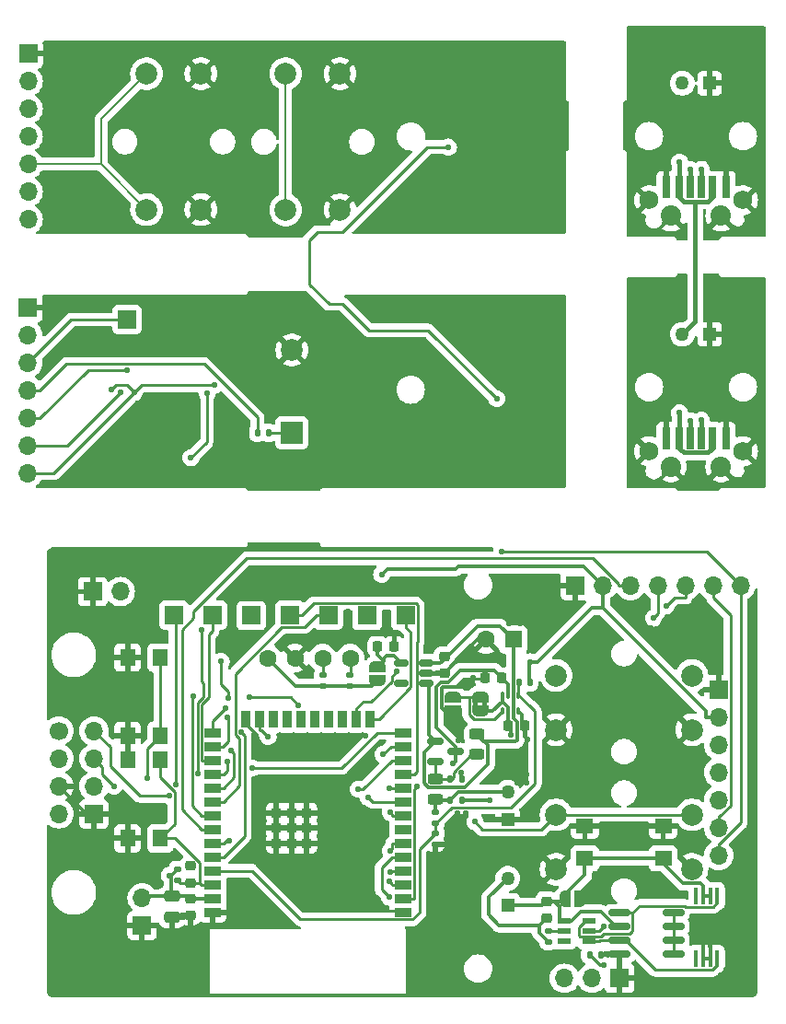
<source format=gbr>
%TF.GenerationSoftware,KiCad,Pcbnew,8.0.6*%
%TF.CreationDate,2024-11-11T19:10:45+01:00*%
%TF.ProjectId,panel,70616e65-6c2e-46b6-9963-61645f706362,rev?*%
%TF.SameCoordinates,Original*%
%TF.FileFunction,Copper,L2,Bot*%
%TF.FilePolarity,Positive*%
%FSLAX46Y46*%
G04 Gerber Fmt 4.6, Leading zero omitted, Abs format (unit mm)*
G04 Created by KiCad (PCBNEW 8.0.6) date 2024-11-11 19:10:45*
%MOMM*%
%LPD*%
G01*
G04 APERTURE LIST*
G04 Aperture macros list*
%AMRoundRect*
0 Rectangle with rounded corners*
0 $1 Rounding radius*
0 $2 $3 $4 $5 $6 $7 $8 $9 X,Y pos of 4 corners*
0 Add a 4 corners polygon primitive as box body*
4,1,4,$2,$3,$4,$5,$6,$7,$8,$9,$2,$3,0*
0 Add four circle primitives for the rounded corners*
1,1,$1+$1,$2,$3*
1,1,$1+$1,$4,$5*
1,1,$1+$1,$6,$7*
1,1,$1+$1,$8,$9*
0 Add four rect primitives between the rounded corners*
20,1,$1+$1,$2,$3,$4,$5,0*
20,1,$1+$1,$4,$5,$6,$7,0*
20,1,$1+$1,$6,$7,$8,$9,0*
20,1,$1+$1,$8,$9,$2,$3,0*%
%AMFreePoly0*
4,1,19,0.500000,-0.750000,0.000000,-0.750000,0.000000,-0.744911,-0.071157,-0.744911,-0.207708,-0.704816,-0.327430,-0.627875,-0.420627,-0.520320,-0.479746,-0.390866,-0.500000,-0.250000,-0.500000,0.250000,-0.479746,0.390866,-0.420627,0.520320,-0.327430,0.627875,-0.207708,0.704816,-0.071157,0.744911,0.000000,0.744911,0.000000,0.750000,0.500000,0.750000,0.500000,-0.750000,0.500000,-0.750000,
$1*%
%AMFreePoly1*
4,1,19,0.000000,0.744911,0.071157,0.744911,0.207708,0.704816,0.327430,0.627875,0.420627,0.520320,0.479746,0.390866,0.500000,0.250000,0.500000,-0.250000,0.479746,-0.390866,0.420627,-0.520320,0.327430,-0.627875,0.207708,-0.704816,0.071157,-0.744911,0.000000,-0.744911,0.000000,-0.750000,-0.500000,-0.750000,-0.500000,0.750000,0.000000,0.750000,0.000000,0.744911,0.000000,0.744911,
$1*%
G04 Aperture macros list end*
%TA.AperFunction,EtchedComponent*%
%ADD10C,0.000000*%
%TD*%
%TA.AperFunction,ComponentPad*%
%ADD11R,1.275000X1.275000*%
%TD*%
%TA.AperFunction,ComponentPad*%
%ADD12C,1.275000*%
%TD*%
%TA.AperFunction,SMDPad,CuDef*%
%ADD13R,0.700000X2.000000*%
%TD*%
%TA.AperFunction,SMDPad,CuDef*%
%ADD14R,0.760000X2.000000*%
%TD*%
%TA.AperFunction,SMDPad,CuDef*%
%ADD15R,0.800000X2.000000*%
%TD*%
%TA.AperFunction,ComponentPad*%
%ADD16C,1.755000*%
%TD*%
%TA.AperFunction,ComponentPad*%
%ADD17C,1.875000*%
%TD*%
%TA.AperFunction,ComponentPad*%
%ADD18C,2.000000*%
%TD*%
%TA.AperFunction,ComponentPad*%
%ADD19R,1.700000X1.700000*%
%TD*%
%TA.AperFunction,ComponentPad*%
%ADD20O,1.700000X1.700000*%
%TD*%
%TA.AperFunction,ComponentPad*%
%ADD21C,1.700000*%
%TD*%
%TA.AperFunction,ComponentPad*%
%ADD22C,1.600000*%
%TD*%
%TA.AperFunction,SMDPad,CuDef*%
%ADD23RoundRect,0.135000X-0.185000X0.135000X-0.185000X-0.135000X0.185000X-0.135000X0.185000X0.135000X0*%
%TD*%
%TA.AperFunction,SMDPad,CuDef*%
%ADD24RoundRect,0.050000X0.100000X-0.285000X0.100000X0.285000X-0.100000X0.285000X-0.100000X-0.285000X0*%
%TD*%
%TA.AperFunction,SMDPad,CuDef*%
%ADD25RoundRect,0.150000X-0.825000X-0.150000X0.825000X-0.150000X0.825000X0.150000X-0.825000X0.150000X0*%
%TD*%
%TA.AperFunction,SMDPad,CuDef*%
%ADD26RoundRect,0.135000X-0.135000X-0.185000X0.135000X-0.185000X0.135000X0.185000X-0.135000X0.185000X0*%
%TD*%
%TA.AperFunction,SMDPad,CuDef*%
%ADD27R,1.400000X1.600000*%
%TD*%
%TA.AperFunction,SMDPad,CuDef*%
%ADD28RoundRect,0.135000X0.185000X-0.135000X0.185000X0.135000X-0.185000X0.135000X-0.185000X-0.135000X0*%
%TD*%
%TA.AperFunction,SMDPad,CuDef*%
%ADD29RoundRect,0.225000X-0.225000X-0.250000X0.225000X-0.250000X0.225000X0.250000X-0.225000X0.250000X0*%
%TD*%
%TA.AperFunction,SMDPad,CuDef*%
%ADD30RoundRect,0.225000X0.225000X0.250000X-0.225000X0.250000X-0.225000X-0.250000X0.225000X-0.250000X0*%
%TD*%
%TA.AperFunction,SMDPad,CuDef*%
%ADD31R,1.300000X0.470000*%
%TD*%
%TA.AperFunction,SMDPad,CuDef*%
%ADD32R,1.600000X1.400000*%
%TD*%
%TA.AperFunction,SMDPad,CuDef*%
%ADD33RoundRect,0.225000X-0.250000X0.225000X-0.250000X-0.225000X0.250000X-0.225000X0.250000X0.225000X0*%
%TD*%
%TA.AperFunction,SMDPad,CuDef*%
%ADD34FreePoly0,270.000000*%
%TD*%
%TA.AperFunction,SMDPad,CuDef*%
%ADD35FreePoly1,270.000000*%
%TD*%
%TA.AperFunction,SMDPad,CuDef*%
%ADD36RoundRect,0.150000X-0.587500X-0.150000X0.587500X-0.150000X0.587500X0.150000X-0.587500X0.150000X0*%
%TD*%
%TA.AperFunction,SMDPad,CuDef*%
%ADD37FreePoly0,0.000000*%
%TD*%
%TA.AperFunction,SMDPad,CuDef*%
%ADD38FreePoly1,0.000000*%
%TD*%
%TA.AperFunction,SMDPad,CuDef*%
%ADD39R,1.500000X0.900000*%
%TD*%
%TA.AperFunction,SMDPad,CuDef*%
%ADD40R,0.900000X1.500000*%
%TD*%
%TA.AperFunction,SMDPad,CuDef*%
%ADD41R,0.900000X0.900000*%
%TD*%
%TA.AperFunction,SMDPad,CuDef*%
%ADD42RoundRect,0.150000X0.512500X0.150000X-0.512500X0.150000X-0.512500X-0.150000X0.512500X-0.150000X0*%
%TD*%
%TA.AperFunction,SMDPad,CuDef*%
%ADD43FreePoly0,90.000000*%
%TD*%
%TA.AperFunction,SMDPad,CuDef*%
%ADD44FreePoly1,90.000000*%
%TD*%
%TA.AperFunction,SMDPad,CuDef*%
%ADD45RoundRect,0.243750X-0.456250X0.243750X-0.456250X-0.243750X0.456250X-0.243750X0.456250X0.243750X0*%
%TD*%
%TA.AperFunction,ComponentPad*%
%ADD46R,1.600000X1.600000*%
%TD*%
%TA.AperFunction,SMDPad,CuDef*%
%ADD47RoundRect,0.050000X-0.150000X0.730000X-0.150000X-0.730000X0.150000X-0.730000X0.150000X0.730000X0*%
%TD*%
%TA.AperFunction,SMDPad,CuDef*%
%ADD48RoundRect,0.250000X-0.475000X0.250000X-0.475000X-0.250000X0.475000X-0.250000X0.475000X0.250000X0*%
%TD*%
%TA.AperFunction,ComponentPad*%
%ADD49R,2.000000X2.000000*%
%TD*%
%TA.AperFunction,SMDPad,CuDef*%
%ADD50RoundRect,0.135000X0.135000X0.185000X-0.135000X0.185000X-0.135000X-0.185000X0.135000X-0.185000X0*%
%TD*%
%TA.AperFunction,ViaPad*%
%ADD51C,0.560000*%
%TD*%
%TA.AperFunction,Conductor*%
%ADD52C,0.250000*%
%TD*%
%TA.AperFunction,Conductor*%
%ADD53C,0.350000*%
%TD*%
%TA.AperFunction,Conductor*%
%ADD54C,0.400000*%
%TD*%
%TA.AperFunction,Conductor*%
%ADD55C,0.200000*%
%TD*%
G04 APERTURE END LIST*
D10*
%TA.AperFunction,EtchedComponent*%
%TO.C,JP3*%
G36*
X147035100Y-114950000D02*
G01*
X146635100Y-114950000D01*
X146635100Y-114450000D01*
X147035100Y-114450000D01*
X147035100Y-114950000D01*
G37*
%TD.AperFunction*%
%TA.AperFunction,EtchedComponent*%
G36*
X147835100Y-114950000D02*
G01*
X147435100Y-114950000D01*
X147435100Y-114450000D01*
X147835100Y-114450000D01*
X147835100Y-114950000D01*
G37*
%TD.AperFunction*%
%TD*%
D11*
%TO.P,USB_BOARD1,1,Pin_1*%
%TO.N,GND*%
X168355000Y-80685000D03*
D12*
%TO.P,USB_BOARD1,2,Pin_2*%
%TO.N,VBUS*%
X165855000Y-80685000D03*
%TD*%
D13*
%TO.P,J1,A5,CC1*%
%TO.N,Net-(J1-CC1)*%
X167605000Y-90240000D03*
D14*
%TO.P,J1,A9,VBUS_1*%
%TO.N,VBUS*%
X165585000Y-90240000D03*
D15*
%TO.P,J1,A12,GND_1*%
%TO.N,GND*%
X164355000Y-90240000D03*
D13*
%TO.P,J1,B5,CC2*%
%TO.N,Net-(J1-CC2)*%
X166605000Y-90240000D03*
D14*
%TO.P,J1,B9,VBUS_2*%
%TO.N,VBUS*%
X168625000Y-90240000D03*
D15*
%TO.P,J1,B12,GND_2*%
%TO.N,GND*%
X169855000Y-90240000D03*
D16*
%TO.P,J1,MH1,MH1*%
X171425000Y-91440000D03*
%TO.P,J1,MH2,MH2*%
X162785000Y-91440000D03*
D17*
%TO.P,J1,MH3,MH3*%
X169405000Y-92870000D03*
%TO.P,J1,MH4,MH4*%
X164805000Y-92870000D03*
%TD*%
D18*
%TO.P,S4,1,COM_1*%
%TO.N,GND*%
X166730000Y-129862500D03*
%TO.P,S4,2,COM_2*%
X154230000Y-129862500D03*
%TO.P,S4,3,NO_1*%
%TO.N,BUTTON_DOWN*%
X166730000Y-124862500D03*
%TO.P,S4,4,NO_2*%
X154230000Y-124862500D03*
%TD*%
D19*
%TO.P,J4,1,Pin_1*%
%TO.N,GND*%
X111730000Y-124780000D03*
D20*
%TO.P,J4,2,Pin_2*%
%TO.N,+3V3*%
X111730000Y-122240000D03*
%TO.P,J4,3,Pin_3*%
%TO.N,DIO*%
X111730000Y-119700000D03*
%TO.P,J4,4,Pin_4*%
%TO.N,CLK*%
X111730000Y-117160000D03*
%TD*%
D18*
%TO.P,S3,1,COM_1*%
%TO.N,GND*%
X166730000Y-117057500D03*
%TO.P,S3,2,COM_2*%
X154230000Y-117057500D03*
%TO.P,S3,3,NO_1*%
%TO.N,BUTTON_UP*%
X166730000Y-112057500D03*
%TO.P,S3,4,NO_2*%
X154230000Y-112057500D03*
%TD*%
D21*
%TO.P,J3,1,Pin_1*%
%TO.N,CLK*%
X108485000Y-117150000D03*
D20*
%TO.P,J3,2,Pin_2*%
%TO.N,DIO*%
X108485000Y-119690000D03*
%TO.P,J3,3,Pin_3*%
%TO.N,GND*%
X108485000Y-122230000D03*
%TO.P,J3,4,Pin_4*%
%TO.N,+3V3*%
X108485000Y-124770000D03*
%TD*%
D22*
%TO.P,J2,1,Pin_1*%
%TO.N,+3V3*%
X127680000Y-110450000D03*
%TO.P,J2,2,Pin_2*%
%TO.N,GND*%
X130220000Y-110450000D03*
%TO.P,J2,3,Pin_3*%
%TO.N,SCL*%
X132760000Y-110450000D03*
%TO.P,J2,4,Pin_4*%
%TO.N,SDA*%
X135300000Y-110450000D03*
%TD*%
D23*
%TO.P,R4,1*%
%TO.N,Net-(U2-VDD)*%
X153530000Y-135540000D03*
%TO.P,R4,2*%
%TO.N,+BATT*%
X153530000Y-136560000D03*
%TD*%
D24*
%TO.P,U4,1,GND*%
%TO.N,GND*%
X150785100Y-115340000D03*
%TO.P,U4,2,VOUT*%
%TO.N,LDO_IN*%
X150285100Y-115340000D03*
%TO.P,U4,3,VIN1*%
%TO.N,VBUS*%
X149785100Y-115340000D03*
%TO.P,U4,4,PR1*%
%TO.N,Net-(JP2-B)*%
X149285100Y-115340000D03*
%TO.P,U4,5,MODE*%
%TO.N,VBUS*%
X149285100Y-113860000D03*
%TO.P,U4,6,VIN2*%
%TO.N,+BATT*%
X149785100Y-113860000D03*
%TO.P,U4,7,VOUT*%
%TO.N,LDO_IN*%
X150285100Y-113860000D03*
%TO.P,U4,8,ST*%
%TO.N,POWER_STATUS*%
X150785100Y-113860000D03*
%TD*%
D11*
%TO.P,U3,1*%
%TO.N,-BATT*%
X149790000Y-133200000D03*
D12*
%TO.P,U3,2*%
%TO.N,+BATT*%
X149790000Y-130700000D03*
%TD*%
D23*
%TO.P,R7,1*%
%TO.N,VBUS*%
X143130000Y-124640000D03*
%TO.P,R7,2*%
%TO.N,POWER_STATUS*%
X143130000Y-125660000D03*
%TD*%
D19*
%TO.P,J12,1,Pin_1*%
%TO.N,Net-(J12-Pin_1)*%
X119080000Y-106500000D03*
%TD*%
D25*
%TO.P,AO9926C1,1,S2*%
%TO.N,GND*%
X160080000Y-137670000D03*
%TO.P,AO9926C1,2,G2*%
%TO.N,CO*%
X160080000Y-136400000D03*
%TO.P,AO9926C1,3,S1*%
%TO.N,-BATT*%
X160080000Y-135130000D03*
%TO.P,AO9926C1,4,G1*%
%TO.N,DO*%
X160080000Y-133860000D03*
%TO.P,AO9926C1,5,D1*%
%TO.N,Net-(AO9926C1-D1-Pad5)*%
X165030000Y-133860000D03*
%TO.P,AO9926C1,6,D1*%
X165030000Y-135130000D03*
%TO.P,AO9926C1,7,D2*%
X165030000Y-136400000D03*
%TO.P,AO9926C1,8,D2*%
X165030000Y-137670000D03*
%TD*%
D19*
%TO.P,J15,1,Pin_1*%
%TO.N,GND*%
X116150000Y-135050000D03*
D20*
%TO.P,J15,2,Pin_2*%
%TO.N,+3V3*%
X116150000Y-132510000D03*
%TD*%
D19*
%TO.P,J10,1,Pin_1*%
%TO.N,Net-(J10-Pin_1)*%
X140430000Y-106550000D03*
%TD*%
%TO.P,J7,1,Pin_1*%
%TO.N,Net-(J7-Pin_1)*%
X136830000Y-106550000D03*
%TD*%
D26*
%TO.P,R6,1*%
%TO.N,POWER_STATUS*%
X150820000Y-112700000D03*
%TO.P,R6,2*%
%TO.N,+3V3*%
X151840000Y-112700000D03*
%TD*%
D27*
%TO.P,EN1,1,1*%
%TO.N,GND*%
X114810000Y-127030000D03*
%TO.P,EN1,2,2*%
X114810000Y-119830000D03*
%TO.P,EN1,3,3*%
%TO.N,EN*%
X117810000Y-127030000D03*
%TO.P,EN1,4,4*%
X117810000Y-119830000D03*
%TD*%
D19*
%TO.P,J9,1,Pin_1*%
%TO.N,Net-(J9-Pin_1)*%
X126180000Y-106550000D03*
%TD*%
D28*
%TO.P,R11,1*%
%TO.N,+3V3*%
X132780000Y-113060000D03*
%TO.P,R11,2*%
%TO.N,SCL*%
X132780000Y-112040000D03*
%TD*%
D26*
%TO.P,R9,1*%
%TO.N,VBUS*%
X144520000Y-123500000D03*
%TO.P,R9,2*%
%TO.N,GND*%
X145540000Y-123500000D03*
%TD*%
D19*
%TO.P,J13,1,Pin_1*%
%TO.N,Net-(J13-Pin_1)*%
X129730000Y-106500000D03*
%TD*%
D29*
%TO.P,C8,1*%
%TO.N,Net-(JP7-A)*%
X137805000Y-109400000D03*
%TO.P,C8,2*%
%TO.N,GND*%
X139355000Y-109400000D03*
%TD*%
D30*
%TO.P,C6,1*%
%TO.N,GND*%
X151360100Y-116700000D03*
%TO.P,C6,2*%
%TO.N,VBUS*%
X149810100Y-116700000D03*
%TD*%
D31*
%TO.P,U2,1,DO*%
%TO.N,DO*%
X157285000Y-134600000D03*
%TO.P,U2,2,VM*%
%TO.N,Net-(U2-VM)*%
X157285000Y-135550000D03*
%TO.P,U2,3,CO*%
%TO.N,CO*%
X157285000Y-136500000D03*
%TO.P,U2,4,NC*%
%TO.N,unconnected-(U2-NC-Pad4)*%
X154975000Y-136500000D03*
%TO.P,U2,5,VDD*%
%TO.N,Net-(U2-VDD)*%
X154975000Y-135550000D03*
%TO.P,U2,6,VSS*%
%TO.N,-BATT*%
X154975000Y-134600000D03*
%TD*%
D19*
%TO.P,J8,1,Pin_1*%
%TO.N,GND*%
X111605000Y-104350000D03*
D20*
%TO.P,J8,2,Pin_2*%
%TO.N,GPIO4_T*%
X114145000Y-104350000D03*
%TD*%
D19*
%TO.P,J11,1,Pin_1*%
%TO.N,Net-(J11-Pin_1)*%
X122630000Y-106500000D03*
%TD*%
D23*
%TO.P,R1,1*%
%TO.N,+3V3*%
X119430000Y-129850000D03*
%TO.P,R1,2*%
%TO.N,EN*%
X119430000Y-130870000D03*
%TD*%
D32*
%TO.P,BATT_P1,1,1*%
%TO.N,GND*%
X156880000Y-125870000D03*
%TO.P,BATT_P1,2,2*%
X164080000Y-125870000D03*
%TO.P,BATT_P1,3,3*%
%TO.N,-BATT*%
X156880000Y-128870000D03*
%TO.P,BATT_P1,4,4*%
X164080000Y-128870000D03*
%TD*%
D33*
%TO.P,C4,1*%
%TO.N,-BATT*%
X153330000Y-132825000D03*
%TO.P,C4,2*%
%TO.N,+BATT*%
X153330000Y-134375000D03*
%TD*%
D34*
%TO.P,JP3,1,A*%
%TO.N,Net-(JP2-B)*%
X147235100Y-114050000D03*
D35*
%TO.P,JP3,2,B*%
%TO.N,VBUS*%
X147235100Y-115350000D03*
%TD*%
D19*
%TO.P,J1,1,Pin_1*%
%TO.N,GND*%
X160080000Y-139900000D03*
D20*
%TO.P,J1,2,Pin_2*%
%TO.N,TX*%
X157540000Y-139900000D03*
%TO.P,J1,3,Pin_3*%
%TO.N,RX*%
X155000000Y-139900000D03*
%TD*%
D33*
%TO.P,C3,1*%
%TO.N,GND*%
X120630000Y-129560000D03*
%TO.P,C3,2*%
%TO.N,EN*%
X120630000Y-131110000D03*
%TD*%
D36*
%TO.P,Q2,1,G*%
%TO.N,Net-(D3-K)*%
X143092500Y-120012500D03*
%TO.P,Q2,2,S*%
%TO.N,LDO_IN*%
X143092500Y-118112500D03*
%TO.P,Q2,3,D*%
%TO.N,+BATT*%
X144967500Y-119062500D03*
%TD*%
D37*
%TO.P,JP1,1,A*%
%TO.N,-BATT*%
X155080000Y-132600000D03*
D38*
%TO.P,JP1,2,B*%
%TO.N,GND*%
X156380000Y-132600000D03*
%TD*%
D39*
%TO.P,U1,1,GND*%
%TO.N,GND*%
X122645000Y-133820000D03*
%TO.P,U1,2,3V3*%
%TO.N,+3V3*%
X122645000Y-132550000D03*
%TO.P,U1,3,EN/CHIP_PU*%
%TO.N,EN*%
X122645000Y-131280000D03*
%TO.P,U1,4,SENSOR_VP/GPIO36/ADC1_CH0*%
%TO.N,POWER_STATUS*%
X122645000Y-130010000D03*
%TO.P,U1,5,SENSOR_VN/GPIO39/ADC1_CH3*%
%TO.N,GPIO39*%
X122645000Y-128740000D03*
%TO.P,U1,6,GPIO34/ADC1_CH6*%
%TO.N,ADC_BATT*%
X122645000Y-127470000D03*
%TO.P,U1,7,GPIO35/ADC1_CH7*%
%TO.N,GPIO35*%
X122645000Y-126200000D03*
%TO.P,U1,8,32K_XP/GPIO32/ADC1_CH4*%
%TO.N,Net-(J7-Pin_1)*%
X122645000Y-124930000D03*
%TO.P,U1,9,32K_XN/GPIO33/ADC1_CH5*%
%TO.N,Net-(J14-Pin_1)*%
X122645000Y-123660000D03*
%TO.P,U1,10,DAC_1/ADC2_CH8/GPIO25*%
%TO.N,GPIO25*%
X122645000Y-122390000D03*
%TO.P,U1,11,DAC_2/ADC2_CH9/GPIO26*%
%TO.N,GPIO26*%
X122645000Y-121120000D03*
%TO.P,U1,12,ADC2_CH7/GPIO27*%
%TO.N,Net-(J11-Pin_1)*%
X122645000Y-119850000D03*
%TO.P,U1,13,MTMS/GPIO14/ADC2_CH6*%
%TO.N,GPIO14*%
X122645000Y-118580000D03*
%TO.P,U1,14,MTDI/GPIO12/ADC2_CH5*%
%TO.N,BUTTON_UP*%
X122645000Y-117310000D03*
D40*
%TO.P,U1,15,GND*%
%TO.N,GND*%
X125675000Y-116060000D03*
%TO.P,U1,16,MTCK/GPIO13/ADC2_CH4*%
%TO.N,BUTTON_DOWN*%
X126945000Y-116060000D03*
%TO.P,U1,17*%
%TO.N,N/C*%
X128215000Y-116060000D03*
%TO.P,U1,18*%
X129485000Y-116060000D03*
%TO.P,U1,19*%
X130755000Y-116060000D03*
%TO.P,U1,20*%
X132025000Y-116060000D03*
%TO.P,U1,21*%
X133295000Y-116060000D03*
%TO.P,U1,22*%
X134565000Y-116060000D03*
%TO.P,U1,23,MTDO/GPIO15/ADC2_CH3*%
%TO.N,GPIO15*%
X135835000Y-116060000D03*
%TO.P,U1,24,ADC2_CH2/GPIO2*%
%TO.N,Net-(J10-Pin_1)*%
X137105000Y-116060000D03*
D39*
%TO.P,U1,25,GPIO0/BOOT/ADC2_CH1*%
%TO.N,IO0*%
X140145000Y-117310000D03*
%TO.P,U1,26,ADC2_CH0/GPIO4*%
%TO.N,GPIO4_T*%
X140145000Y-118580000D03*
%TO.P,U1,27,GPIO16*%
%TO.N,Net-(J12-Pin_1)*%
X140145000Y-119850000D03*
%TO.P,U1,28,GPIO17*%
%TO.N,Net-(J13-Pin_1)*%
X140145000Y-121120000D03*
%TO.P,U1,29,GPIO5*%
%TO.N,Net-(J9-Pin_1)*%
X140145000Y-122390000D03*
%TO.P,U1,30,GPIO18*%
%TO.N,CLK*%
X140145000Y-123660000D03*
%TO.P,U1,31,GPIO19*%
%TO.N,DIO*%
X140145000Y-124930000D03*
%TO.P,U1,32*%
%TO.N,N/C*%
X140145000Y-126200000D03*
%TO.P,U1,33,GPIO21*%
%TO.N,SDA*%
X140145000Y-127470000D03*
%TO.P,U1,34,U0RXD/GPIO3*%
%TO.N,RX*%
X140145000Y-128740000D03*
%TO.P,U1,35,U0TXD/GPIO1*%
%TO.N,TX*%
X140145000Y-130010000D03*
%TO.P,U1,36,GPIO22*%
%TO.N,SCL*%
X140145000Y-131280000D03*
%TO.P,U1,37,GPIO23*%
%TO.N,CHARGE_EN*%
X140145000Y-132550000D03*
%TO.P,U1,38,GND*%
%TO.N,GND*%
X140145000Y-133820000D03*
D41*
%TO.P,U1,39,GND_THERMAL*%
X128495000Y-124700000D03*
X128495000Y-124700000D03*
X128495000Y-126100000D03*
X128495000Y-127500000D03*
X128495000Y-127500000D03*
X129895000Y-124700000D03*
X129895000Y-124700000D03*
X129895000Y-126100000D03*
X129895000Y-127500000D03*
X131295000Y-124700000D03*
X131295000Y-126100000D03*
X131295000Y-127500000D03*
%TD*%
D34*
%TO.P,JP7,1,A*%
%TO.N,Net-(JP7-A)*%
X137830000Y-111250000D03*
D35*
%TO.P,JP7,2,B*%
%TO.N,+3V3*%
X137830000Y-112550000D03*
%TD*%
D42*
%TO.P,U7,1,IN*%
%TO.N,LDO_IN*%
X142270000Y-110890000D03*
%TO.P,U7,2,GND*%
%TO.N,GND*%
X142270000Y-111840000D03*
%TO.P,U7,3,EN*%
%TO.N,LDO_IN*%
X142270000Y-112790000D03*
%TO.P,U7,4,NC*%
%TO.N,unconnected-(U7-NC-Pad4)*%
X139995000Y-112790000D03*
%TO.P,U7,5,OUT*%
%TO.N,Net-(JP7-A)*%
X139995000Y-110890000D03*
%TD*%
D19*
%TO.P,J14,1,Pin_1*%
%TO.N,Net-(J14-Pin_1)*%
X133280000Y-106500000D03*
%TD*%
D33*
%TO.P,C9,1*%
%TO.N,LDO_IN*%
X143930000Y-110325000D03*
%TO.P,C9,2*%
%TO.N,GND*%
X143930000Y-111875000D03*
%TD*%
D28*
%TO.P,R12,1*%
%TO.N,+3V3*%
X135280000Y-113060000D03*
%TO.P,R12,2*%
%TO.N,SDA*%
X135280000Y-112040000D03*
%TD*%
D43*
%TO.P,JP2,1,A*%
%TO.N,GND*%
X144735100Y-115350000D03*
D44*
%TO.P,JP2,2,B*%
%TO.N,Net-(JP2-B)*%
X144735100Y-114050000D03*
%TD*%
D26*
%TO.P,R5,1*%
%TO.N,Net-(U2-VM)*%
X157310000Y-137750000D03*
%TO.P,R5,2*%
%TO.N,GND*%
X158330000Y-137750000D03*
%TD*%
D11*
%TO.P,USB_BOARD1,1,Pin_1*%
%TO.N,GND*%
X149780000Y-125300000D03*
D12*
%TO.P,USB_BOARD1,2,Pin_2*%
%TO.N,VBUS*%
X149780000Y-122800000D03*
%TD*%
D23*
%TO.P,R10,1*%
%TO.N,POWER_STATUS*%
X143130000Y-126540000D03*
%TO.P,R10,2*%
%TO.N,GND*%
X143130000Y-127560000D03*
%TD*%
D27*
%TO.P,BOOT1,1,1*%
%TO.N,GND*%
X114810000Y-117610000D03*
%TO.P,BOOT1,2,2*%
X114810000Y-110410000D03*
%TO.P,BOOT1,3,3*%
%TO.N,IO0*%
X117810000Y-117610000D03*
%TO.P,BOOT1,4,4*%
X117810000Y-110410000D03*
%TD*%
D45*
%TO.P,D3,1,K*%
%TO.N,Net-(D3-K)*%
X143130000Y-121562500D03*
%TO.P,D3,2,A*%
%TO.N,VBUS*%
X143130000Y-123437500D03*
%TD*%
D19*
%TO.P,J6,1,Pin_1*%
%TO.N,GND*%
X169180000Y-113360000D03*
D20*
%TO.P,J6,2,Pin_2*%
%TO.N,+3V3*%
X169180000Y-115900000D03*
%TO.P,J6,3,Pin_3*%
%TO.N,GPIO39*%
X169180000Y-118440000D03*
%TO.P,J6,4,Pin_4*%
%TO.N,GPIO26*%
X169180000Y-120980000D03*
%TO.P,J6,5,Pin_5*%
%TO.N,GPIO25*%
X169180000Y-123520000D03*
%TO.P,J6,6,Pin_6*%
%TO.N,SDA*%
X169180000Y-126060000D03*
%TO.P,J6,7,Pin_7*%
%TO.N,SCL*%
X169180000Y-128600000D03*
%TD*%
D26*
%TO.P,R8,1*%
%TO.N,Net-(D3-K)*%
X144520000Y-121600000D03*
%TO.P,R8,2*%
%TO.N,GND*%
X145540000Y-121600000D03*
%TD*%
D45*
%TO.P,D4,1,K*%
%TO.N,LDO_IN*%
X146930000Y-117462500D03*
%TO.P,D4,2,A*%
%TO.N,Net-(D3-K)*%
X146930000Y-119337500D03*
%TD*%
D46*
%TO.P,C5,1*%
%TO.N,LDO_IN*%
X150285100Y-108750000D03*
D22*
%TO.P,C5,2*%
%TO.N,GND*%
X147785100Y-108750000D03*
%TD*%
D33*
%TO.P,C2,1*%
%TO.N,+3V3*%
X120580000Y-132550000D03*
%TO.P,C2,2*%
%TO.N,GND*%
X120580000Y-134100000D03*
%TD*%
D47*
%TO.P,Q1,1*%
%TO.N,unconnected-(Q1-Pad1)*%
X167105000Y-132320000D03*
%TO.P,Q1,2*%
%TO.N,-BATT*%
X167755000Y-132320000D03*
%TO.P,Q1,3*%
X168405000Y-132320000D03*
%TO.P,Q1,4*%
%TO.N,DO*%
X169055000Y-132320000D03*
%TO.P,Q1,5*%
%TO.N,CO*%
X169055000Y-138080000D03*
%TO.P,Q1,6*%
%TO.N,GND*%
X168405000Y-138080000D03*
%TO.P,Q1,7*%
X167755000Y-138080000D03*
%TO.P,Q1,8*%
%TO.N,unconnected-(Q1-Pad1)_1*%
X167105000Y-138080000D03*
%TD*%
D48*
%TO.P,C1,1*%
%TO.N,+3V3*%
X118880000Y-132375000D03*
%TO.P,C1,2*%
%TO.N,GND*%
X118880000Y-134275000D03*
%TD*%
D30*
%TO.P,C7,1*%
%TO.N,+BATT*%
X149260100Y-112300000D03*
%TO.P,C7,2*%
%TO.N,GND*%
X147710100Y-112300000D03*
%TD*%
D19*
%TO.P,J5,1,Pin_1*%
%TO.N,GND*%
X155980000Y-103800000D03*
D20*
%TO.P,J5,2,Pin_2*%
%TO.N,+3V3*%
X158520000Y-103800000D03*
%TO.P,J5,3,Pin_3*%
%TO.N,GPIO35*%
X161060000Y-103800000D03*
%TO.P,J5,4,Pin_4*%
%TO.N,GPIO14*%
X163600000Y-103800000D03*
%TO.P,J5,5,Pin_5*%
%TO.N,GPIO15*%
X166140000Y-103800000D03*
%TO.P,J5,6,Pin_6*%
%TO.N,SDA*%
X168680000Y-103800000D03*
%TO.P,J5,7,Pin_7*%
%TO.N,SCL*%
X171220000Y-103800000D03*
%TD*%
D49*
%TO.P,L1,1,1*%
%TO.N,Net-(L1-Pad1)*%
X129920000Y-89740000D03*
D18*
%TO.P,L1,2,2*%
%TO.N,GND*%
X129920000Y-82140000D03*
%TD*%
D19*
%TO.P,J2,1,Pin_1*%
%TO.N,GPIO39*%
X114760000Y-79335000D03*
%TD*%
D50*
%TO.P,R4,1*%
%TO.N,Net-(L1-Pad1)*%
X127780000Y-89735000D03*
%TO.P,R4,2*%
%TO.N,GPIO26*%
X126760000Y-89735000D03*
%TD*%
D19*
%TO.P,J1,1,Pin_1*%
%TO.N,GND*%
X105650000Y-78235000D03*
D20*
%TO.P,J1,2,Pin_2*%
%TO.N,+3V3*%
X105650000Y-80775000D03*
%TO.P,J1,3,Pin_3*%
%TO.N,GPIO39*%
X105650000Y-83315000D03*
%TO.P,J1,4,Pin_4*%
%TO.N,GPIO26*%
X105650000Y-85855000D03*
%TO.P,J1,5,Pin_5*%
%TO.N,GPIO25*%
X105650000Y-88395000D03*
%TO.P,J1,6,Pin_6*%
%TO.N,SDA*%
X105650000Y-90935000D03*
%TO.P,J1,7,Pin_7*%
%TO.N,SCL*%
X105650000Y-93475000D03*
%TD*%
D18*
%TO.P,S1,1,COM_1*%
%TO.N,GND*%
X121555000Y-56728500D03*
%TO.P,S1,2,COM_2*%
X121555000Y-69228500D03*
%TO.P,S1,3,NO_1*%
%TO.N,GPIO15*%
X116555000Y-56728500D03*
%TO.P,S1,4,NO_2*%
X116555000Y-69228500D03*
%TD*%
%TO.P,S2,1,COM_1*%
%TO.N,GND*%
X134355000Y-56738500D03*
%TO.P,S2,2,COM_2*%
X134355000Y-69238500D03*
%TO.P,S2,3,NO_1*%
%TO.N,GPIO14*%
X129355000Y-56738500D03*
%TO.P,S2,4,NO_2*%
X129355000Y-69238500D03*
%TD*%
D19*
%TO.P,J1,1,Pin_1*%
%TO.N,GND*%
X105670000Y-54885000D03*
D20*
%TO.P,J1,2,Pin_2*%
%TO.N,+3V3*%
X105670000Y-57425000D03*
%TO.P,J1,3,Pin_3*%
%TO.N,GPIO35*%
X105670000Y-59965000D03*
%TO.P,J1,4,Pin_4*%
%TO.N,GPIO14*%
X105670000Y-62505000D03*
%TO.P,J1,5,Pin_5*%
%TO.N,GPIO15*%
X105670000Y-65045000D03*
%TO.P,J1,6,Pin_6*%
%TO.N,SDA*%
X105670000Y-67585000D03*
%TO.P,J1,7,Pin_7*%
%TO.N,SCL*%
X105670000Y-70125000D03*
%TD*%
D11*
%TO.P,USB_BOARD1,1,Pin_1*%
%TO.N,GND*%
X168355000Y-57610000D03*
D12*
%TO.P,USB_BOARD1,2,Pin_2*%
%TO.N,VBUS*%
X165855000Y-57610000D03*
%TD*%
D13*
%TO.P,J1,A5,CC1*%
%TO.N,Net-(J1-CC1)*%
X167605000Y-67165000D03*
D14*
%TO.P,J1,A9,VBUS_1*%
%TO.N,VBUS*%
X165585000Y-67165000D03*
D15*
%TO.P,J1,A12,GND_1*%
%TO.N,GND*%
X164355000Y-67165000D03*
D13*
%TO.P,J1,B5,CC2*%
%TO.N,Net-(J1-CC2)*%
X166605000Y-67165000D03*
D14*
%TO.P,J1,B9,VBUS_2*%
%TO.N,VBUS*%
X168625000Y-67165000D03*
D15*
%TO.P,J1,B12,GND_2*%
%TO.N,GND*%
X169855000Y-67165000D03*
D16*
%TO.P,J1,MH1,MH1*%
X171425000Y-68365000D03*
%TO.P,J1,MH2,MH2*%
X162785000Y-68365000D03*
D17*
%TO.P,J1,MH3,MH3*%
X169405000Y-69795000D03*
%TO.P,J1,MH4,MH4*%
X164805000Y-69795000D03*
%TD*%
D51*
%TO.N,+3V3*%
X144330000Y-63480000D03*
X148770000Y-86620000D03*
X138190000Y-102760000D03*
%TO.N,VBUS*%
X165588000Y-87925000D03*
%TO.N,Net-(J1-CC2)*%
X166598000Y-88625000D03*
%TO.N,Net-(J1-CC1)*%
X167605000Y-88592000D03*
%TO.N,GND*%
X164924000Y-140125000D03*
X149030000Y-119000000D03*
X126680000Y-118500000D03*
X131244000Y-103325000D03*
X111180000Y-141290000D03*
X168904000Y-141125000D03*
X156130000Y-110800000D03*
X116156000Y-137275000D03*
X163966000Y-109765000D03*
X168380000Y-134400000D03*
X145130000Y-124700000D03*
X117130000Y-138270000D03*
X118130000Y-138270000D03*
X166940000Y-109760000D03*
X166950000Y-108710000D03*
X161950000Y-139130000D03*
X165924000Y-140125000D03*
X119134000Y-141285000D03*
X126270000Y-103330000D03*
X117130000Y-139270000D03*
X159830000Y-104800000D03*
X120130000Y-139270000D03*
X135224000Y-103325000D03*
X136224000Y-103325000D03*
X111176000Y-139275000D03*
X169904000Y-140125000D03*
X126270000Y-102330000D03*
X144780000Y-116100000D03*
X149886000Y-106275000D03*
X153866000Y-107275000D03*
X134870000Y-128950000D03*
X163380000Y-113000000D03*
X120134000Y-140285000D03*
X128890000Y-128950000D03*
X171904000Y-141125000D03*
X150886000Y-106275000D03*
X170904000Y-141125000D03*
X145280000Y-118050000D03*
X153866000Y-106275000D03*
X120130000Y-137270000D03*
X164950000Y-108710000D03*
X129890000Y-130950000D03*
X116156000Y-138275000D03*
X136224000Y-102325000D03*
X165924000Y-141125000D03*
X110176000Y-139275000D03*
X162430000Y-113000000D03*
X150630000Y-121880000D03*
X114154000Y-141285000D03*
X167930000Y-141130000D03*
X136435000Y-126100000D03*
X127270000Y-103330000D03*
X132870000Y-129950000D03*
X163976000Y-107715000D03*
X117134000Y-141285000D03*
X150886000Y-107275000D03*
X151520000Y-121160000D03*
X133870000Y-130950000D03*
X115150000Y-137270000D03*
X164330000Y-113000000D03*
X167780000Y-134420000D03*
X165950000Y-107710000D03*
X166950000Y-107710000D03*
X164966000Y-109765000D03*
X162950000Y-140130000D03*
X171904000Y-139125000D03*
X148080000Y-123550000D03*
X110176000Y-138275000D03*
X112150000Y-139270000D03*
X115150000Y-138270000D03*
X167940000Y-109760000D03*
X119130000Y-139270000D03*
X118130000Y-139270000D03*
X111176000Y-137275000D03*
X134730000Y-117600000D03*
X148830000Y-121550000D03*
X128890000Y-130950000D03*
X138410000Y-126100000D03*
X151896000Y-108295000D03*
X134430000Y-126100000D03*
X133430000Y-126100000D03*
X167930000Y-140130000D03*
X161950000Y-140130000D03*
X135870000Y-128950000D03*
X161950000Y-141130000D03*
X130244000Y-102325000D03*
X130244000Y-103325000D03*
X164924000Y-141125000D03*
X132870000Y-130950000D03*
X168380000Y-136400000D03*
X117134000Y-140285000D03*
X167950000Y-108710000D03*
X129890000Y-128950000D03*
X116160000Y-141290000D03*
X158030000Y-110800000D03*
X135224000Y-102325000D03*
X114150000Y-139270000D03*
X116160000Y-140290000D03*
X119134000Y-140285000D03*
X170904000Y-140125000D03*
X152870000Y-108290000D03*
X134870000Y-130950000D03*
X112175000Y-137270000D03*
X113150000Y-139270000D03*
X151630000Y-117950000D03*
X134870000Y-129950000D03*
X152866000Y-106275000D03*
X162976000Y-108715000D03*
X146330000Y-128750000D03*
X166924000Y-141125000D03*
X132430000Y-126100000D03*
X135870000Y-129950000D03*
X162950000Y-141130000D03*
X119130000Y-138270000D03*
X163976000Y-108715000D03*
X120134000Y-141285000D03*
X162976000Y-107715000D03*
X110180000Y-141290000D03*
X118134000Y-140285000D03*
X130890000Y-128950000D03*
X115154000Y-140285000D03*
X116156000Y-139275000D03*
X129890000Y-129950000D03*
X164950000Y-107710000D03*
X132895000Y-128950000D03*
X118130000Y-137270000D03*
X114150000Y-138270000D03*
X168956000Y-108715000D03*
X128890000Y-129950000D03*
X131896000Y-128955000D03*
X110176000Y-137275000D03*
X114150000Y-137270000D03*
X133249000Y-102325000D03*
X120130000Y-138270000D03*
X132250000Y-102330000D03*
X135436000Y-126105000D03*
X113150000Y-138270000D03*
X132250000Y-103330000D03*
X167780000Y-135410000D03*
X135870000Y-130950000D03*
X113154000Y-140285000D03*
X110180000Y-140290000D03*
X111180000Y-140290000D03*
X170904000Y-139125000D03*
X152866000Y-107275000D03*
X129244000Y-102325000D03*
X146630000Y-112250000D03*
X163924000Y-141125000D03*
X114154000Y-140285000D03*
X131244000Y-102325000D03*
X115150000Y-139270000D03*
X168380000Y-135400000D03*
X118134000Y-141285000D03*
X157080000Y-110800000D03*
X128244000Y-103325000D03*
X112154000Y-141285000D03*
X154866000Y-106275000D03*
X112154000Y-140285000D03*
X112150000Y-138270000D03*
X135080000Y-106200000D03*
X131896000Y-130955000D03*
X119130000Y-137270000D03*
X151520000Y-121910000D03*
X151892000Y-106280000D03*
X169904000Y-139125000D03*
X133870000Y-129950000D03*
X168904000Y-140125000D03*
X136730000Y-117600000D03*
X130890000Y-129950000D03*
X130890000Y-130950000D03*
X165940000Y-109760000D03*
X133870000Y-128950000D03*
X149886000Y-107275000D03*
X167950000Y-107710000D03*
X133224000Y-103325000D03*
X135730000Y-117600000D03*
X168956000Y-107715000D03*
X111176000Y-138275000D03*
X171904000Y-140125000D03*
X115154000Y-141285000D03*
X134224000Y-102325000D03*
X169904000Y-141125000D03*
X167780000Y-136400000D03*
X120630000Y-129560000D03*
X117155000Y-137270000D03*
X113150000Y-137270000D03*
X127270000Y-102330000D03*
X134224000Y-103325000D03*
X113154000Y-141285000D03*
X128269000Y-102325000D03*
X151892000Y-107280000D03*
X137410000Y-126100000D03*
X131896000Y-129955000D03*
X138680000Y-106300000D03*
X150640000Y-121160000D03*
X145530000Y-121000000D03*
X165950000Y-108710000D03*
X145880000Y-124700000D03*
X157180000Y-132600000D03*
X166924000Y-140125000D03*
X163924000Y-140125000D03*
X129244000Y-103325000D03*
%TO.N,+3V3*%
X118637700Y-130433000D03*
X151830000Y-110800000D03*
%TO.N,VBUS*%
X150055000Y-117525000D03*
%TO.N,+BATT*%
X144740000Y-120184000D03*
%TO.N,ADC_BATT*%
X124118100Y-127241000D03*
%TO.N,Net-(U2-VM)*%
X158585000Y-135150000D03*
X158622000Y-138684000D03*
%TO.N,IO0*%
X126300000Y-120560000D03*
X116650000Y-121510000D03*
%TO.N,BUTTON_UP*%
X123851400Y-115041000D03*
%TO.N,BUTTON_DOWN*%
X127748000Y-117662000D03*
X146755000Y-125502000D03*
%TO.N,SCL*%
X149190000Y-100700000D03*
X138916000Y-130979000D03*
%TO.N,SDA*%
X138964000Y-128186000D03*
%TO.N,DIO*%
X138989000Y-124655000D03*
X113560000Y-122220000D03*
%TO.N,CLK*%
X118617900Y-123115000D03*
X136964000Y-123286000D03*
%TO.N,GPIO15*%
X164334000Y-105680000D03*
X139590000Y-111690000D03*
%TO.N,RX*%
X138893000Y-132439000D03*
%TO.N,CHARGE_EN*%
X141444000Y-122228000D03*
%TO.N,GPIO14*%
X163180000Y-106792000D03*
X124030000Y-115900000D03*
%TO.N,GPIO25*%
X124330000Y-118950000D03*
%TO.N,GPIO26*%
X123970000Y-119950000D03*
%TO.N,GPIO39*%
X125235600Y-117263000D03*
%TO.N,TX*%
X139004000Y-130141000D03*
%TO.N,Net-(J7-Pin_1)*%
X120840000Y-113930000D03*
%TO.N,Net-(J9-Pin_1)*%
X121320000Y-121104000D03*
X138858000Y-122388000D03*
X121640000Y-107900000D03*
%TO.N,GPIO4_T*%
X126046800Y-114082000D03*
X138295000Y-119326000D03*
X130546000Y-114831000D03*
X123430000Y-110770000D03*
X124083900Y-114165000D03*
%TO.N,Net-(J12-Pin_1)*%
X119250000Y-122090000D03*
X136031000Y-122524000D03*
%TO.N,GND*%
X122880000Y-90865000D03*
X117290000Y-86655000D03*
X117280000Y-89545000D03*
%TO.N,GPIO25*%
X114742600Y-83953100D03*
%TO.N,SCL*%
X115404800Y-86057600D03*
X113330000Y-85756800D03*
X122780000Y-85385000D03*
%TO.N,SDA*%
X114185400Y-85991600D03*
%TO.N,Net-(JP2-C)*%
X122127800Y-86116100D03*
X120641900Y-92051200D03*
%TO.N,VBUS*%
X165588000Y-64850000D03*
%TO.N,Net-(J1-CC2)*%
X166598000Y-65550000D03*
%TO.N,Net-(J1-CC1)*%
X167605000Y-65517000D03*
%TD*%
D52*
%TO.N,+3V3*%
X132260000Y-71290000D02*
X131530000Y-72020000D01*
X134570000Y-71290000D02*
X132260000Y-71290000D01*
X131530000Y-72020000D02*
X131530000Y-76076041D01*
X131530000Y-76076041D02*
X133353959Y-77900000D01*
X133353959Y-77900000D02*
X134610000Y-77900000D01*
X134570000Y-71290000D02*
X142380000Y-63480000D01*
X142380000Y-63480000D02*
X144330000Y-63480000D01*
X148770000Y-86620000D02*
X142480000Y-80330000D01*
X137040000Y-80330000D02*
X134610000Y-77900000D01*
X142480000Y-80330000D02*
X137040000Y-80330000D01*
D53*
X145018149Y-102261851D02*
X145270000Y-102010000D01*
X138688149Y-102261851D02*
X145018149Y-102261851D01*
X138190000Y-102760000D02*
X138688149Y-102261851D01*
X156730000Y-102010000D02*
X158520000Y-103800000D01*
X145270000Y-102010000D02*
X156730000Y-102010000D01*
D54*
%TO.N,VBUS*%
X167020000Y-68490000D02*
X166000000Y-68490000D01*
X168210000Y-68490000D02*
X167020000Y-68490000D01*
X167020000Y-68490000D02*
X167020000Y-79520000D01*
X167020000Y-79520000D02*
X165855000Y-80685000D01*
X168625000Y-90240000D02*
X168625000Y-91150000D01*
X168210000Y-91565000D02*
X166000000Y-91565000D01*
X166000000Y-91565000D02*
X165585000Y-91150000D01*
%TO.N,Net-(J1-CC2)*%
X166598000Y-88625000D02*
X166605000Y-88632000D01*
X166605000Y-88632000D02*
X166605000Y-90240000D01*
%TO.N,Net-(J1-CC1)*%
X167605000Y-88592000D02*
X167605000Y-90240000D01*
%TO.N,VBUS*%
X165585000Y-90240000D02*
X165585000Y-87928000D01*
X165585000Y-87928000D02*
X165588000Y-87925000D01*
X168625000Y-91150000D02*
X168210000Y-91565000D01*
X165585000Y-91150000D02*
X165585000Y-90240000D01*
D53*
%TO.N,GND*%
X168405000Y-138080000D02*
X168405000Y-136425000D01*
X143715100Y-115035100D02*
X143715100Y-113214900D01*
X149030000Y-119000000D02*
X149030000Y-121350000D01*
X125675000Y-116520000D02*
X126680000Y-117525000D01*
X145540000Y-123500000D02*
X148030000Y-123500000D01*
X168405000Y-136425000D02*
X168380000Y-136400000D01*
X147055000Y-108750000D02*
X147785100Y-108750000D01*
X126680000Y-117525000D02*
X126680000Y-118500000D01*
X143830000Y-113100000D02*
X146030000Y-113100000D01*
X144735100Y-115350000D02*
X144030000Y-115350000D01*
X149030000Y-121350000D02*
X148830000Y-121550000D01*
X146030000Y-113100000D02*
X146630000Y-112500000D01*
X145530000Y-121000000D02*
X145530000Y-121590000D01*
X111730000Y-124780000D02*
X111035000Y-124780000D01*
X151080000Y-115634900D02*
X151080000Y-116419900D01*
X146630000Y-112500000D02*
X146630000Y-112250000D01*
X167755000Y-136425000D02*
X167780000Y-136400000D01*
X150785100Y-115340000D02*
X151080000Y-115634900D01*
X148030000Y-123500000D02*
X148080000Y-123550000D01*
X142317500Y-111900000D02*
X142267500Y-111850000D01*
X167755000Y-138080000D02*
X167755000Y-136425000D01*
X143730000Y-111900000D02*
X142317500Y-111900000D01*
X143715100Y-113214900D02*
X143830000Y-113100000D01*
X143930000Y-111875000D02*
X147055000Y-108750000D01*
X145530000Y-121590000D02*
X145540000Y-121600000D01*
X151080000Y-116419900D02*
X151360100Y-116700000D01*
X143930000Y-112100000D02*
X143730000Y-111900000D01*
X151360100Y-116700000D02*
X151360100Y-117680100D01*
X151360100Y-117680100D02*
X151630000Y-117950000D01*
X125675000Y-116060000D02*
X125675000Y-116520000D01*
X111035000Y-124780000D02*
X108485000Y-122230000D01*
X144030000Y-115350000D02*
X143715100Y-115035100D01*
%TO.N,+3V3*%
X168005000Y-115900000D02*
X168005000Y-115303000D01*
X120580000Y-132550000D02*
X122645000Y-132550000D01*
X157482000Y-105818000D02*
X158520000Y-105818000D01*
X130290000Y-113060000D02*
X127680000Y-110450000D01*
X137830000Y-112550000D02*
X137320000Y-113060000D01*
X120405000Y-132375000D02*
X118880000Y-132375000D01*
X118817800Y-132313000D02*
X118817800Y-130462000D01*
X120580000Y-132550000D02*
X120405000Y-132375000D01*
X168005000Y-115303000D02*
X158520000Y-105818000D01*
X137320000Y-113060000D02*
X135280000Y-113060000D01*
X151830000Y-110800000D02*
X152500000Y-110800000D01*
X158520000Y-103800000D02*
X158520000Y-105818000D01*
X116285000Y-132375000D02*
X116150000Y-132510000D01*
X152500000Y-110800000D02*
X157482000Y-105818000D01*
X169180000Y-115900000D02*
X168005000Y-115900000D01*
X118817800Y-130462000D02*
X119430000Y-129850000D01*
X118880000Y-132375000D02*
X118817800Y-132313000D01*
X118880000Y-132375000D02*
X116285000Y-132375000D01*
X151790000Y-110840000D02*
X151790000Y-112700000D01*
X118637700Y-130433000D02*
X118788700Y-130433000D01*
X132780000Y-113060000D02*
X130290000Y-113060000D01*
X118788700Y-130433000D02*
X118817800Y-130462000D01*
X135280000Y-113060000D02*
X132780000Y-113060000D01*
X151830000Y-110800000D02*
X151790000Y-110840000D01*
D52*
%TO.N,Net-(D3-K)*%
X143092500Y-120012500D02*
X143130000Y-120050000D01*
X144830000Y-120950000D02*
X144830000Y-121438000D01*
X143130000Y-121562000D02*
X144482000Y-121562000D01*
X143092000Y-120012000D02*
X143092500Y-120012500D01*
X143130000Y-120806000D02*
X143130000Y-121562000D01*
X143130000Y-120050000D02*
X143130000Y-120806000D01*
X146930000Y-119337500D02*
X146442500Y-119337500D01*
X144830000Y-121438000D02*
X144668000Y-121600000D01*
X143130000Y-120806000D02*
X143130000Y-121562500D01*
X144668000Y-121600000D02*
X144520000Y-121600000D01*
X144482000Y-121562000D02*
X144520000Y-121600000D01*
X146442500Y-119337500D02*
X144830000Y-120950000D01*
D53*
%TO.N,VBUS*%
X148404000Y-115350000D02*
X147235100Y-115350000D01*
X150055000Y-117525000D02*
X150055000Y-116944900D01*
X149785000Y-115822000D02*
X149785000Y-114969000D01*
X149780000Y-116730000D02*
X149795000Y-116715000D01*
X149285100Y-114164400D02*
X149285100Y-113860000D01*
X149785000Y-116675000D02*
X149785000Y-115822000D01*
X149785000Y-115822000D02*
X149785100Y-115821900D01*
X149795100Y-116715000D02*
X149810100Y-116700000D01*
X149285000Y-114164500D02*
X149285000Y-113860000D01*
X149285000Y-114469000D02*
X148404000Y-115350000D01*
X149810000Y-116700000D02*
X149785000Y-116675000D01*
X149285000Y-114164500D02*
X149285100Y-114164400D01*
X144520000Y-123500000D02*
X145220000Y-122800000D01*
X143130000Y-123438000D02*
X143130000Y-123500000D01*
X149795000Y-116715000D02*
X149810000Y-116700000D01*
X143130000Y-123500000D02*
X143130000Y-124640000D01*
X147235100Y-115350000D02*
X147235000Y-115350000D01*
X143130000Y-123500000D02*
X144520000Y-123500000D01*
X145220000Y-122800000D02*
X149780000Y-122800000D01*
X143130000Y-123437500D02*
X143130000Y-123438000D01*
X149785100Y-115821900D02*
X149785100Y-115340000D01*
X150055000Y-116944900D02*
X149810100Y-116700000D01*
X149285000Y-114469000D02*
X149285000Y-114164500D01*
X149795000Y-116715000D02*
X149795100Y-116715000D01*
X149785000Y-114969000D02*
X149285000Y-114469000D01*
%TO.N,LDO_IN*%
X142267500Y-110900000D02*
X142268000Y-110900000D01*
X146930000Y-117462500D02*
X146930200Y-117462300D01*
X146980000Y-107500000D02*
X143930000Y-110550000D01*
X147567500Y-118100000D02*
X146930000Y-117462500D01*
X150285100Y-115340000D02*
X150285100Y-116000800D01*
X147930000Y-120250000D02*
X147930000Y-118462500D01*
X143092000Y-118112000D02*
X142511000Y-117531000D01*
X150630000Y-118000000D02*
X150530000Y-118100000D01*
X150285100Y-115340000D02*
X150285100Y-113860000D01*
X143580000Y-110900000D02*
X143930000Y-110550000D01*
X145865000Y-122315000D02*
X147930000Y-120250000D01*
X147930000Y-118462500D02*
X146930000Y-117462500D01*
X150630000Y-116345700D02*
X150630000Y-118000000D01*
X149035100Y-107500000D02*
X146980000Y-107500000D01*
X142268000Y-110900000D02*
X143205000Y-110900000D01*
X150285100Y-108750000D02*
X149035100Y-107500000D01*
X150285100Y-113860000D02*
X150285100Y-108750000D01*
X143092500Y-118112500D02*
X143092000Y-118112000D01*
X143205000Y-110900000D02*
X143580000Y-110900000D01*
X142511000Y-117531000D02*
X142511000Y-112800000D01*
X150285100Y-116000800D02*
X150630000Y-116345700D01*
X150285100Y-115339900D02*
X150285000Y-115340000D01*
X150285000Y-108750000D02*
X150285000Y-109275000D01*
X142511000Y-112800000D02*
X142268000Y-112800000D01*
X143092500Y-118112500D02*
X142090000Y-119115000D01*
X146930000Y-117462000D02*
X146930200Y-117462300D01*
X150285100Y-109274900D02*
X150285100Y-108750000D01*
X150530000Y-118100000D02*
X147567500Y-118100000D01*
X142456264Y-122315000D02*
X145865000Y-122315000D01*
X150285000Y-109275000D02*
X150285100Y-109274900D01*
X142090000Y-119115000D02*
X142090000Y-121948736D01*
X142267500Y-112800000D02*
X142268000Y-112800000D01*
X142090000Y-121948736D02*
X142456264Y-122315000D01*
D52*
%TO.N,Net-(JP2-B)*%
X148551000Y-116074000D02*
X148918000Y-115707000D01*
X146230000Y-115665000D02*
X146639000Y-116074000D01*
X146639000Y-116074000D02*
X148551000Y-116074000D01*
X148918000Y-115707000D02*
X148918100Y-115707000D01*
X148918000Y-115707000D02*
X149285000Y-115340000D01*
X144735000Y-114050000D02*
X144735100Y-114050000D01*
X146230000Y-114050000D02*
X146230000Y-115665000D01*
X144735100Y-114050000D02*
X146230000Y-114050000D01*
X146230000Y-114050000D02*
X147235000Y-114050000D01*
X147235000Y-114050000D02*
X147235100Y-114050000D01*
X148918100Y-115707000D02*
X149285100Y-115340000D01*
D53*
%TO.N,+BATT*%
X143647746Y-112660000D02*
X143180000Y-113127746D01*
X148998000Y-135018000D02*
X152686000Y-135018000D01*
X144968000Y-119191300D02*
X144968000Y-119957000D01*
X148520100Y-111560000D02*
X145419200Y-111560000D01*
X152686000Y-135716000D02*
X153530000Y-136560000D01*
X145419200Y-111560000D02*
X144319200Y-112660000D01*
X153330000Y-134375000D02*
X152686000Y-135018000D01*
X148030000Y-134050000D02*
X148998000Y-135018000D01*
X148030000Y-132460000D02*
X148030000Y-134050000D01*
X149260100Y-112300000D02*
X148520100Y-111560000D01*
X144967500Y-119062500D02*
X144967500Y-119190800D01*
X152686000Y-135018000D02*
X152686000Y-135716000D01*
X144967500Y-119190800D02*
X144968000Y-119191300D01*
X144967500Y-118658944D02*
X144967500Y-119062500D01*
X149785100Y-113860000D02*
X149785100Y-112825000D01*
X144319200Y-112660000D02*
X143647746Y-112660000D01*
X144968000Y-119957000D02*
X144740000Y-120184000D01*
X149790000Y-130700000D02*
X148030000Y-132460000D01*
X149785100Y-112825000D02*
X149260100Y-112300000D01*
X143180000Y-113127746D02*
X143180000Y-116871444D01*
X143180000Y-116871444D02*
X144967500Y-118658944D01*
D52*
%TO.N,ADC_BATT*%
X122645000Y-127470000D02*
X123645000Y-127470000D01*
X123645000Y-127470000D02*
X123873600Y-127241000D01*
X123873600Y-127241000D02*
X124118100Y-127241000D01*
%TO.N,Net-(U2-VDD)*%
X153330000Y-135580000D02*
X154045000Y-135580000D01*
X154075000Y-135550000D02*
X154975000Y-135550000D01*
X154045000Y-135580000D02*
X154075000Y-135550000D01*
%TO.N,Net-(U2-VM)*%
X158185000Y-135550000D02*
X158585000Y-135150000D01*
X158244000Y-138684000D02*
X158622000Y-138684000D01*
X157310000Y-137750000D02*
X158244000Y-138684000D01*
X157285000Y-135550000D02*
X158185000Y-135550000D01*
%TO.N,POWER_STATUS*%
X143130000Y-125660000D02*
X143130000Y-126540000D01*
X151830000Y-114905000D02*
X151835000Y-114905000D01*
X150785100Y-113860100D02*
X150785100Y-113860000D01*
X152280000Y-121990000D02*
X150100000Y-124170000D01*
X150785100Y-113860100D02*
X151830000Y-114905000D01*
X141027000Y-134487000D02*
X130713000Y-134487000D01*
X150100000Y-124170000D02*
X144620000Y-124170000D01*
X141690000Y-133823000D02*
X141027000Y-134487000D01*
X150785000Y-113860000D02*
X150785100Y-113860100D01*
X150770000Y-112700000D02*
X150785000Y-112715000D01*
X141690000Y-127980000D02*
X141690000Y-133823000D01*
X150785000Y-112715000D02*
X150785000Y-113860000D01*
X144620000Y-124170000D02*
X143130000Y-125660000D01*
X143130000Y-126540000D02*
X141690000Y-127980000D01*
X152280000Y-115350000D02*
X152280000Y-121990000D01*
X126236200Y-130010000D02*
X122645000Y-130010000D01*
X130713000Y-134487000D02*
X126236200Y-130010000D01*
X151835000Y-114905000D02*
X152280000Y-115350000D01*
%TO.N,IO0*%
X116650000Y-121510000D02*
X116650000Y-118770000D01*
X137762463Y-117310000D02*
X140145000Y-117310000D01*
X126300000Y-120560000D02*
X134512463Y-120560000D01*
X116650000Y-118770000D02*
X117810000Y-117610000D01*
X134512463Y-120560000D02*
X137762463Y-117310000D01*
X117810000Y-117610000D02*
X117810000Y-110410000D01*
%TO.N,EN*%
X119203490Y-127030000D02*
X117810000Y-127030000D01*
X119142900Y-122725363D02*
X117810000Y-121392463D01*
X121371400Y-131110000D02*
X121475000Y-131110000D01*
X121475000Y-129301510D02*
X119203490Y-127030000D01*
X117810000Y-121392463D02*
X117810000Y-119830000D01*
X117810000Y-127030000D02*
X119142900Y-125697100D01*
X121475000Y-131110000D02*
X121475000Y-129301510D01*
X121645000Y-131280000D02*
X122645000Y-131280000D01*
X121475000Y-131110000D02*
X121645000Y-131280000D01*
X120630000Y-131110000D02*
X121371400Y-131110000D01*
X119430000Y-130870000D02*
X119670000Y-131110000D01*
X119670000Y-131110000D02*
X120630000Y-131110000D01*
X119142900Y-125697100D02*
X119142900Y-122725363D01*
%TO.N,BUTTON_UP*%
X122645000Y-116247000D02*
X122645000Y-117310000D01*
X123851400Y-115041000D02*
X122645000Y-116247000D01*
%TO.N,BUTTON_DOWN*%
X166729500Y-124862000D02*
X154230000Y-124862000D01*
X153549000Y-125543000D02*
X152868000Y-126224000D01*
X127146000Y-117060000D02*
X126945000Y-117060000D01*
X126945000Y-117060000D02*
X126945000Y-116060000D01*
X166730000Y-124862000D02*
X166729500Y-124862000D01*
X154230000Y-124862000D02*
X153549000Y-125543000D01*
X166729500Y-124862000D02*
X166730000Y-124862500D01*
X127748000Y-117662000D02*
X127146000Y-117060000D01*
X147478000Y-126224000D02*
X146755000Y-125502000D01*
X153549500Y-125543000D02*
X154230000Y-124862500D01*
X153549000Y-125543000D02*
X153549500Y-125543000D01*
X152868000Y-126224000D02*
X147478000Y-126224000D01*
%TO.N,SCL*%
X171220000Y-103800000D02*
X171220000Y-125574000D01*
X140145000Y-131280000D02*
X139145000Y-131280000D01*
X149190000Y-100700000D02*
X168120000Y-100700000D01*
X169294000Y-127500000D02*
X169180000Y-127500000D01*
X139145000Y-131280000D02*
X139145000Y-131208000D01*
X139145000Y-131208000D02*
X138916000Y-130979000D01*
X168120000Y-100700000D02*
X171220000Y-103800000D01*
X169180000Y-127500000D02*
X169180000Y-128600000D01*
X132780000Y-112040000D02*
X132760000Y-112020000D01*
X171220000Y-125574000D02*
X169294000Y-127500000D01*
X132760000Y-112020000D02*
X132760000Y-110450000D01*
%TO.N,SDA*%
X170280000Y-106500000D02*
X170280000Y-123998000D01*
X168680000Y-103800000D02*
X168680000Y-104900000D01*
X138964000Y-128186000D02*
X139145000Y-128006000D01*
X169180000Y-124960000D02*
X169180000Y-126060000D01*
X139145000Y-127470000D02*
X140145000Y-127470000D01*
X169318000Y-124960000D02*
X169180000Y-124960000D01*
X168680000Y-104900000D02*
X170280000Y-106500000D01*
X170280000Y-123998000D02*
X169318000Y-124960000D01*
X135280000Y-112040000D02*
X135300000Y-112020000D01*
X139145000Y-128006000D02*
X139145000Y-127470000D01*
X135300000Y-112020000D02*
X135300000Y-110450000D01*
%TO.N,DIO*%
X113560000Y-122220000D02*
X112480000Y-121140000D01*
X139145000Y-124930000D02*
X139145000Y-124811000D01*
X139145000Y-124811000D02*
X138989000Y-124655000D01*
X112480000Y-120450000D02*
X111730000Y-119700000D01*
X112480000Y-121140000D02*
X112480000Y-120450000D01*
X140145000Y-124930000D02*
X139145000Y-124930000D01*
%TO.N,CLK*%
X118617900Y-123115000D02*
X115905000Y-123115000D01*
X113220000Y-120430000D02*
X113220000Y-118650000D01*
X115905000Y-123115000D02*
X113220000Y-120430000D01*
X113220000Y-118650000D02*
X111730000Y-117160000D01*
X137338000Y-123660000D02*
X136964000Y-123286000D01*
X140145000Y-123660000D02*
X137338000Y-123660000D01*
%TO.N,GPIO15*%
X137234000Y-114450000D02*
X136480000Y-114450000D01*
X166140000Y-103800000D02*
X166140000Y-104900000D01*
X136480000Y-114450000D02*
X135835000Y-115095000D01*
X165114000Y-104900000D02*
X164334000Y-105680000D01*
X135835000Y-115095000D02*
X135835000Y-116060000D01*
X139115000Y-112569000D02*
X137234000Y-114450000D01*
X166140000Y-104900000D02*
X165114000Y-104900000D01*
X139590000Y-111690000D02*
X139115000Y-112165000D01*
X139115000Y-112165000D02*
X139115000Y-112569000D01*
%TO.N,RX*%
X138893000Y-132439000D02*
X138180000Y-131726000D01*
X139145000Y-128740000D02*
X140145000Y-128740000D01*
X138180000Y-131726000D02*
X138180000Y-129705000D01*
X138180000Y-129705000D02*
X139145000Y-128740000D01*
%TO.N,GPIO35*%
X125753400Y-101300000D02*
X120863400Y-106190000D01*
X119811000Y-107825000D02*
X119811000Y-124366000D01*
X120863400Y-106773000D02*
X119811000Y-107825000D01*
X157589000Y-101300000D02*
X125753400Y-101300000D01*
X120863400Y-106190000D02*
X120863400Y-106773000D01*
X159960000Y-103800000D02*
X159960000Y-103671000D01*
X161060000Y-103800000D02*
X159960000Y-103800000D01*
X159960000Y-103671000D02*
X157589000Y-101300000D01*
X119811000Y-124366000D02*
X121645000Y-126200000D01*
X121645000Y-126200000D02*
X122645000Y-126200000D01*
%TO.N,CHARGE_EN*%
X141145000Y-122526000D02*
X141444000Y-122228000D01*
X140145000Y-132550000D02*
X141145000Y-132550000D01*
X141145000Y-132550000D02*
X141145000Y-122526000D01*
%TO.N,GPIO14*%
X123570000Y-118580000D02*
X122645000Y-118580000D01*
X163600000Y-106372000D02*
X163180000Y-106792000D01*
X124030000Y-115900000D02*
X124040000Y-115910000D01*
X124040000Y-115910000D02*
X124040000Y-118110000D01*
X124040000Y-118110000D02*
X123570000Y-118580000D01*
X163600000Y-103800000D02*
X163600000Y-106372000D01*
%TO.N,GPIO25*%
X124330000Y-118950000D02*
X124610000Y-119230000D01*
X124610000Y-119230000D02*
X124610000Y-121425000D01*
X124610000Y-121425000D02*
X123645000Y-122390000D01*
X123645000Y-122390000D02*
X122645000Y-122390000D01*
%TO.N,GPIO26*%
X123970000Y-120795000D02*
X123645000Y-121120000D01*
X123645000Y-121120000D02*
X122645000Y-121120000D01*
X123970000Y-119950000D02*
X123970000Y-120795000D01*
%TO.N,GPIO39*%
X122645000Y-128740000D02*
X123645000Y-128740000D01*
X125560000Y-126825000D02*
X125560000Y-117587400D01*
X123645000Y-128740000D02*
X125560000Y-126825000D01*
X125560000Y-117587400D02*
X125235600Y-117263000D01*
%TO.N,TX*%
X140145000Y-130010000D02*
X139145000Y-130010000D01*
X139145000Y-130010000D02*
X139014000Y-130141000D01*
X139014000Y-130141000D02*
X139004000Y-130141000D01*
%TO.N,Net-(J7-Pin_1)*%
X120767400Y-114002600D02*
X120767400Y-124052000D01*
X120767400Y-124052000D02*
X121645000Y-124930000D01*
X121645000Y-124930000D02*
X122645000Y-124930000D01*
X120840000Y-113930000D02*
X120767400Y-114002600D01*
%TO.N,Net-(J9-Pin_1)*%
X139145000Y-122390000D02*
X140145000Y-122390000D01*
X121302100Y-114553000D02*
X121302100Y-121086000D01*
X121620000Y-107920000D02*
X121620000Y-112617300D01*
X138858000Y-122388000D02*
X139143000Y-122388000D01*
X121819700Y-112817000D02*
X121819700Y-114036000D01*
X139143000Y-122388000D02*
X139145000Y-122390000D01*
X121819700Y-114036000D02*
X121302100Y-114553000D01*
X121640000Y-107900000D02*
X121620000Y-107920000D01*
X121620000Y-112617300D02*
X121819700Y-112817000D01*
X121302100Y-121086000D02*
X121320000Y-121104000D01*
%TO.N,Net-(J10-Pin_1)*%
X140430000Y-107650000D02*
X140880000Y-108100000D01*
X140430000Y-106550000D02*
X140430000Y-107650000D01*
X140880000Y-108100000D02*
X140880000Y-113103000D01*
X137923000Y-116060000D02*
X137105000Y-116060000D01*
X140880000Y-113103000D02*
X137923000Y-116060000D01*
D53*
%TO.N,-BATT*%
X155080000Y-132600000D02*
X155080000Y-132200000D01*
X167755000Y-131375000D02*
X167755000Y-132320000D01*
X149810000Y-133180000D02*
X149790000Y-133200000D01*
X163605000Y-128862000D02*
X164080000Y-129338000D01*
X164080000Y-128862500D02*
X164080000Y-129338000D01*
X156470000Y-133800000D02*
X158358000Y-133800000D01*
X155670000Y-134600000D02*
X156470000Y-133800000D01*
X154075000Y-132825000D02*
X154520000Y-133270000D01*
X164080000Y-129338000D02*
X165882000Y-131140000D01*
X156880000Y-128862500D02*
X156880000Y-128862000D01*
X154520000Y-134600000D02*
X154975000Y-134600000D01*
X158358000Y-133800000D02*
X159688000Y-135130000D01*
X168405000Y-132320000D02*
X167755000Y-132320000D01*
X154520000Y-133270000D02*
X154520000Y-134600000D01*
X165882000Y-131140000D02*
X167520000Y-131140000D01*
X156880000Y-130400000D02*
X156880000Y-128862500D01*
X154975000Y-134600000D02*
X155670000Y-134600000D01*
X152975000Y-133180000D02*
X149810000Y-133180000D01*
X154075000Y-132825000D02*
X153330000Y-132825000D01*
X154075000Y-132825000D02*
X154855000Y-132825000D01*
X167520000Y-131140000D02*
X167755000Y-131375000D01*
X155080000Y-132200000D02*
X156880000Y-130400000D01*
X159688000Y-135130000D02*
X160080000Y-135130000D01*
X153330000Y-132825000D02*
X152975000Y-133180000D01*
X156880000Y-128862000D02*
X163605000Y-128862000D01*
X154855000Y-132825000D02*
X155080000Y-132600000D01*
X164080000Y-128862000D02*
X164080000Y-128862500D01*
D52*
%TO.N,DO*%
X168656000Y-133344000D02*
X166159000Y-133344000D01*
X166067000Y-133253000D02*
X161881000Y-133253000D01*
X156420000Y-136050000D02*
X158383000Y-136050000D01*
X169055000Y-132946000D02*
X168656000Y-133344000D01*
X157285000Y-134600000D02*
X156920000Y-134600000D01*
X161271000Y-133860000D02*
X160080000Y-133860000D01*
X169055000Y-132320000D02*
X169055000Y-132946000D01*
X158383000Y-136050000D02*
X158593000Y-135840000D01*
X156920000Y-134600000D02*
X156330000Y-135190000D01*
X161272000Y-133862000D02*
X161271000Y-133860000D01*
X161272000Y-135526000D02*
X161272000Y-133862000D01*
X156330000Y-135960000D02*
X156420000Y-136050000D01*
X161881000Y-133253000D02*
X161272000Y-133862000D01*
X156330000Y-135190000D02*
X156330000Y-135960000D01*
X160958000Y-135840000D02*
X161272000Y-135526000D01*
X158593000Y-135840000D02*
X160958000Y-135840000D01*
X166159000Y-133344000D02*
X166067000Y-133253000D01*
%TO.N,CO*%
X158185000Y-136500000D02*
X157285000Y-136500000D01*
X168627000Y-139120000D02*
X163377000Y-139120000D01*
X160080000Y-136400000D02*
X158285000Y-136400000D01*
X160657000Y-136400000D02*
X160080000Y-136400000D01*
X158285000Y-136400000D02*
X158185000Y-136500000D01*
X163377000Y-139120000D02*
X160657000Y-136400000D01*
X169055000Y-138080000D02*
X169055000Y-138692000D01*
X169055000Y-138692000D02*
X168627000Y-139120000D01*
%TO.N,Net-(AO9926C1-D1-Pad5)*%
X165030000Y-137670000D02*
X165030000Y-136400000D01*
X165030000Y-136400000D02*
X165030000Y-135130000D01*
X165030000Y-135130000D02*
X165030000Y-133860000D01*
%TO.N,GPIO4_T*%
X123420000Y-112850000D02*
X124083900Y-113514000D01*
X140145000Y-118580000D02*
X139041000Y-118580000D01*
X129797000Y-114082000D02*
X130546000Y-114831000D01*
X139041000Y-118580000D02*
X138295000Y-119326000D01*
X123420000Y-111750000D02*
X123420000Y-110780000D01*
X123420000Y-111750000D02*
X123420000Y-112850000D01*
X124083900Y-113514000D02*
X124083900Y-114165000D01*
X123420000Y-110780000D02*
X123430000Y-110770000D01*
X126046800Y-114082000D02*
X129797000Y-114082000D01*
%TO.N,Net-(J11-Pin_1)*%
X122630000Y-107976000D02*
X122630000Y-106500000D01*
X122289900Y-108317000D02*
X122630000Y-107976000D01*
X122289900Y-114049000D02*
X122289900Y-108317000D01*
X122645000Y-119850000D02*
X121645000Y-119850000D01*
X121645000Y-114694000D02*
X122289900Y-114049000D01*
X121645000Y-119850000D02*
X121645000Y-114694000D01*
D53*
%TO.N,Net-(JP7-A)*%
X139896000Y-110803500D02*
X139992500Y-110900000D01*
X138373000Y-110507000D02*
X138630000Y-110250000D01*
X139895500Y-110803500D02*
X139992000Y-110900000D01*
X137830000Y-111250000D02*
X138373000Y-110707000D01*
X137805000Y-109400000D02*
X137805000Y-110139000D01*
X139342000Y-110250000D02*
X139895500Y-110803500D01*
X138630000Y-110250000D02*
X139342000Y-110250000D01*
X139895500Y-110803500D02*
X139896000Y-110803500D01*
X138373000Y-110707000D02*
X138373000Y-110507000D01*
X137805000Y-110139000D02*
X138373000Y-110707000D01*
D52*
%TO.N,Net-(J12-Pin_1)*%
X119210000Y-106630000D02*
X119080000Y-106500000D01*
X139145000Y-119850000D02*
X136470000Y-122524000D01*
X119250000Y-122090000D02*
X119210000Y-122050000D01*
X136470000Y-122524000D02*
X136031000Y-122524000D01*
X140145000Y-119850000D02*
X139145000Y-119850000D01*
X119210000Y-122050000D02*
X119210000Y-106630000D01*
%TO.N,Net-(J13-Pin_1)*%
X131912000Y-105418000D02*
X141313000Y-105418000D01*
X141497000Y-105602000D02*
X141497000Y-108920000D01*
X141390000Y-120875000D02*
X141145000Y-121120000D01*
X130830000Y-106500000D02*
X131912000Y-105418000D01*
X129730000Y-106500000D02*
X130830000Y-106500000D01*
X141497000Y-108920000D02*
X141390000Y-109027000D01*
X141390000Y-109027000D02*
X141390000Y-120875000D01*
X141145000Y-121120000D02*
X140145000Y-121120000D01*
X141313000Y-105418000D02*
X141497000Y-105602000D01*
%TO.N,Net-(J14-Pin_1)*%
X123645000Y-123660000D02*
X122645000Y-123660000D01*
X133280000Y-106500000D02*
X132180000Y-106500000D01*
X124710600Y-117480463D02*
X125110000Y-117879863D01*
X131080000Y-107600000D02*
X129021000Y-107600000D01*
X125110000Y-122195000D02*
X123645000Y-123660000D01*
X132180000Y-106500000D02*
X131080000Y-107600000D01*
X124710600Y-111910400D02*
X124710600Y-117480463D01*
X125110000Y-117879863D02*
X125110000Y-122195000D01*
X129021000Y-107600000D02*
X124710600Y-111910400D01*
%TO.N,GPIO25*%
X106750000Y-88395000D02*
X111191900Y-83953100D01*
X105650000Y-88395000D02*
X106750000Y-88395000D01*
X111191900Y-83953100D02*
X114742600Y-83953100D01*
%TO.N,SCL*%
X107987400Y-93475000D02*
X115404800Y-86057600D01*
X115404800Y-86057600D02*
X116077400Y-85385000D01*
X113711800Y-85375000D02*
X114722200Y-85375000D01*
X116077400Y-85385000D02*
X122780000Y-85385000D01*
X105650000Y-93475000D02*
X107987400Y-93475000D01*
X113330000Y-85756800D02*
X113711800Y-85375000D01*
X114722200Y-85375000D02*
X115404800Y-86057600D01*
%TO.N,GPIO39*%
X109630000Y-79335000D02*
X114760000Y-79335000D01*
X105650000Y-83315000D02*
X109630000Y-79335000D01*
%TO.N,SDA*%
X105650000Y-90935000D02*
X109242000Y-90935000D01*
X109242000Y-90935000D02*
X114185400Y-85991600D01*
%TO.N,GPIO26*%
X106750000Y-85855000D02*
X109176400Y-83428600D01*
X105650000Y-85855000D02*
X106750000Y-85855000D01*
X126760000Y-88305000D02*
X126760000Y-89735000D01*
X109176400Y-83428600D02*
X121883600Y-83428600D01*
X121883600Y-83428600D02*
X126760000Y-88305000D01*
%TO.N,Net-(JP2-C)*%
X122127800Y-86116100D02*
X122127800Y-90565300D01*
X122127800Y-90565300D02*
X120641900Y-92051200D01*
%TO.N,Net-(L1-Pad1)*%
X129920000Y-89740000D02*
X128670000Y-89740000D01*
X128665000Y-89735000D02*
X128670000Y-89740000D01*
X127780000Y-89735000D02*
X128665000Y-89735000D01*
D55*
%TO.N,GPIO14*%
X129355000Y-69238500D02*
X129355000Y-56738500D01*
%TO.N,GPIO15*%
X105670000Y-65045000D02*
X112371500Y-65045000D01*
X112371500Y-60912000D02*
X116555000Y-56728500D01*
X112371500Y-65045000D02*
X116555000Y-69228500D01*
X112371500Y-65045000D02*
X112371500Y-60912000D01*
D54*
%TO.N,VBUS*%
X165585000Y-68075000D02*
X165585000Y-67165000D01*
X168625000Y-68075000D02*
X168210000Y-68490000D01*
X165585000Y-64853000D02*
X165588000Y-64850000D01*
X166000000Y-68490000D02*
X165585000Y-68075000D01*
X168625000Y-67165000D02*
X168625000Y-68075000D01*
X165585000Y-67165000D02*
X165585000Y-64853000D01*
%TO.N,Net-(J1-CC2)*%
X166605000Y-65557000D02*
X166605000Y-67165000D01*
X166598000Y-65550000D02*
X166605000Y-65557000D01*
%TO.N,Net-(J1-CC1)*%
X167605000Y-65517000D02*
X167605000Y-67165000D01*
%TD*%
%TA.AperFunction,Conductor*%
%TO.N,GND*%
G36*
X132462539Y-99819685D02*
G01*
X132508294Y-99872489D01*
X132519500Y-99924000D01*
X132519500Y-99999562D01*
X132533152Y-100050513D01*
X132539979Y-100075990D01*
X132539982Y-100075995D01*
X132579535Y-100144504D01*
X132579539Y-100144509D01*
X132579540Y-100144511D01*
X132635489Y-100200460D01*
X132635491Y-100200461D01*
X132635495Y-100200464D01*
X132688445Y-100231034D01*
X132704011Y-100240021D01*
X132780438Y-100260500D01*
X137780438Y-100260500D01*
X148342123Y-100260500D01*
X148409162Y-100280185D01*
X148454917Y-100332989D01*
X148464861Y-100402147D01*
X148459165Y-100425454D01*
X148424252Y-100525228D01*
X148419841Y-100564383D01*
X148392775Y-100628797D01*
X148335180Y-100668353D01*
X148296621Y-100674500D01*
X125691792Y-100674500D01*
X125684376Y-100675975D01*
X125684375Y-100675974D01*
X125570955Y-100698535D01*
X125570945Y-100698538D01*
X125457116Y-100745687D01*
X125457107Y-100745692D01*
X125354668Y-100814140D01*
X125315241Y-100853568D01*
X125267542Y-100901267D01*
X125267539Y-100901270D01*
X120615455Y-105553353D01*
X120554132Y-105586838D01*
X120484440Y-105581854D01*
X120428507Y-105539982D01*
X120411592Y-105509005D01*
X120373797Y-105407671D01*
X120373793Y-105407664D01*
X120287547Y-105292455D01*
X120287544Y-105292452D01*
X120172335Y-105206206D01*
X120172328Y-105206202D01*
X120037482Y-105155908D01*
X120037483Y-105155908D01*
X119977883Y-105149501D01*
X119977881Y-105149500D01*
X119977873Y-105149500D01*
X119977864Y-105149500D01*
X118182129Y-105149500D01*
X118182123Y-105149501D01*
X118122516Y-105155908D01*
X117987671Y-105206202D01*
X117987664Y-105206206D01*
X117872455Y-105292452D01*
X117872452Y-105292455D01*
X117786206Y-105407664D01*
X117786202Y-105407671D01*
X117735908Y-105542517D01*
X117730533Y-105592516D01*
X117729501Y-105602123D01*
X117729500Y-105602135D01*
X117729500Y-107397870D01*
X117729501Y-107397876D01*
X117735908Y-107457483D01*
X117786202Y-107592328D01*
X117786206Y-107592335D01*
X117872452Y-107707544D01*
X117872455Y-107707547D01*
X117987664Y-107793793D01*
X117987671Y-107793797D01*
X118032618Y-107810561D01*
X118122517Y-107844091D01*
X118182127Y-107850500D01*
X118460501Y-107850499D01*
X118527539Y-107870183D01*
X118573294Y-107922987D01*
X118584500Y-107974499D01*
X118584500Y-108985500D01*
X118564815Y-109052539D01*
X118512011Y-109098294D01*
X118460500Y-109109500D01*
X117062129Y-109109500D01*
X117062123Y-109109501D01*
X117002516Y-109115908D01*
X116867671Y-109166202D01*
X116867664Y-109166206D01*
X116752455Y-109252452D01*
X116752452Y-109252455D01*
X116666206Y-109367664D01*
X116666202Y-109367671D01*
X116615908Y-109502517D01*
X116609501Y-109562116D01*
X116609500Y-109562135D01*
X116609500Y-111257870D01*
X116609501Y-111257876D01*
X116615908Y-111317483D01*
X116666202Y-111452328D01*
X116666206Y-111452335D01*
X116752452Y-111567544D01*
X116752455Y-111567547D01*
X116867664Y-111653793D01*
X116867671Y-111653797D01*
X117002516Y-111704091D01*
X117062113Y-111710499D01*
X117062122Y-111710499D01*
X117062127Y-111710500D01*
X117062131Y-111710499D01*
X117065434Y-111710677D01*
X117065424Y-111710855D01*
X117065431Y-111710856D01*
X117065417Y-111710977D01*
X117065366Y-111711946D01*
X117127478Y-111730144D01*
X117173264Y-111782921D01*
X117184500Y-111834499D01*
X117184500Y-116185500D01*
X117164815Y-116252539D01*
X117112011Y-116298294D01*
X117065389Y-116308450D01*
X117065423Y-116309099D01*
X117065429Y-116309146D01*
X117065426Y-116309146D01*
X117065436Y-116309324D01*
X117062123Y-116309501D01*
X117002516Y-116315908D01*
X116867671Y-116366202D01*
X116867664Y-116366206D01*
X116752455Y-116452452D01*
X116752452Y-116452455D01*
X116666206Y-116567664D01*
X116666202Y-116567671D01*
X116615908Y-116702517D01*
X116609501Y-116762116D01*
X116609500Y-116762135D01*
X116609500Y-117874546D01*
X116589815Y-117941585D01*
X116573180Y-117962227D01*
X116251269Y-118284140D01*
X116251267Y-118284142D01*
X116235054Y-118300355D01*
X116221680Y-118313729D01*
X116160356Y-118347213D01*
X116090664Y-118342227D01*
X116034732Y-118300355D01*
X116010316Y-118234890D01*
X116010000Y-118226046D01*
X116010000Y-117860000D01*
X115060000Y-117860000D01*
X115060000Y-119956000D01*
X115040315Y-120023039D01*
X114987511Y-120068794D01*
X114936000Y-120080000D01*
X114684000Y-120080000D01*
X114616961Y-120060315D01*
X114571206Y-120007511D01*
X114560000Y-119956000D01*
X114560000Y-117860000D01*
X113610000Y-117860000D01*
X113608357Y-117861642D01*
X113590315Y-117923087D01*
X113537511Y-117968842D01*
X113468353Y-117978786D01*
X113404797Y-117949761D01*
X113398319Y-117943729D01*
X113070237Y-117615647D01*
X113036752Y-117554324D01*
X113038143Y-117495872D01*
X113065063Y-117395408D01*
X113085659Y-117160000D01*
X113065063Y-116924592D01*
X113021539Y-116762155D01*
X113610000Y-116762155D01*
X113610000Y-117360000D01*
X114560000Y-117360000D01*
X115060000Y-117360000D01*
X116010000Y-117360000D01*
X116010000Y-116762172D01*
X116009999Y-116762155D01*
X116003598Y-116702627D01*
X116003596Y-116702620D01*
X115953354Y-116567913D01*
X115953350Y-116567906D01*
X115867190Y-116452812D01*
X115867187Y-116452809D01*
X115752093Y-116366649D01*
X115752086Y-116366645D01*
X115617379Y-116316403D01*
X115617372Y-116316401D01*
X115557844Y-116310000D01*
X115060000Y-116310000D01*
X115060000Y-117360000D01*
X114560000Y-117360000D01*
X114560000Y-116310000D01*
X114062155Y-116310000D01*
X114002627Y-116316401D01*
X114002620Y-116316403D01*
X113867913Y-116366645D01*
X113867906Y-116366649D01*
X113752812Y-116452809D01*
X113752809Y-116452812D01*
X113666649Y-116567906D01*
X113666645Y-116567913D01*
X113616403Y-116702620D01*
X113616401Y-116702627D01*
X113610000Y-116762155D01*
X113021539Y-116762155D01*
X113003903Y-116696337D01*
X112904035Y-116482171D01*
X112897427Y-116472733D01*
X112768494Y-116288597D01*
X112601402Y-116121506D01*
X112601395Y-116121501D01*
X112587119Y-116111505D01*
X112518887Y-116063728D01*
X112407834Y-115985967D01*
X112407830Y-115985965D01*
X112366154Y-115966531D01*
X112193663Y-115886097D01*
X112193659Y-115886096D01*
X112193655Y-115886094D01*
X111965413Y-115824938D01*
X111965403Y-115824936D01*
X111730001Y-115804341D01*
X111729999Y-115804341D01*
X111494596Y-115824936D01*
X111494586Y-115824938D01*
X111266344Y-115886094D01*
X111266335Y-115886098D01*
X111052171Y-115985964D01*
X111052169Y-115985965D01*
X110858597Y-116121505D01*
X110691505Y-116288597D01*
X110555965Y-116482169D01*
X110555964Y-116482171D01*
X110456098Y-116696335D01*
X110456094Y-116696344D01*
X110394938Y-116924586D01*
X110394936Y-116924596D01*
X110374341Y-117159999D01*
X110374341Y-117160000D01*
X110394936Y-117395403D01*
X110394938Y-117395413D01*
X110456094Y-117623655D01*
X110456096Y-117623659D01*
X110456097Y-117623663D01*
X110540368Y-117804383D01*
X110555965Y-117837830D01*
X110555967Y-117837834D01*
X110660685Y-117987386D01*
X110687505Y-118025689D01*
X110691501Y-118031395D01*
X110691506Y-118031402D01*
X110858597Y-118198493D01*
X110858603Y-118198498D01*
X111044158Y-118328425D01*
X111087783Y-118383002D01*
X111094977Y-118452500D01*
X111063454Y-118514855D01*
X111044158Y-118531575D01*
X110858597Y-118661505D01*
X110691505Y-118828597D01*
X110555965Y-119022169D01*
X110555964Y-119022171D01*
X110456098Y-119236335D01*
X110456094Y-119236344D01*
X110394938Y-119464586D01*
X110394936Y-119464596D01*
X110374341Y-119699999D01*
X110374341Y-119700000D01*
X110394936Y-119935403D01*
X110394938Y-119935413D01*
X110456094Y-120163655D01*
X110456096Y-120163659D01*
X110456097Y-120163663D01*
X110520684Y-120302169D01*
X110555965Y-120377830D01*
X110555967Y-120377834D01*
X110691501Y-120571395D01*
X110691506Y-120571402D01*
X110858597Y-120738493D01*
X110858603Y-120738498D01*
X111044158Y-120868425D01*
X111087783Y-120923002D01*
X111094977Y-120992500D01*
X111063454Y-121054855D01*
X111044158Y-121071575D01*
X110858597Y-121201505D01*
X110691505Y-121368597D01*
X110555965Y-121562169D01*
X110555964Y-121562171D01*
X110473712Y-121738561D01*
X110458942Y-121770237D01*
X110456098Y-121776335D01*
X110456094Y-121776344D01*
X110394938Y-122004586D01*
X110394936Y-122004596D01*
X110374341Y-122239999D01*
X110374341Y-122240000D01*
X110394936Y-122475403D01*
X110394938Y-122475413D01*
X110456094Y-122703655D01*
X110456096Y-122703659D01*
X110456097Y-122703663D01*
X110514086Y-122828020D01*
X110555965Y-122917830D01*
X110555967Y-122917834D01*
X110630176Y-123023814D01*
X110691501Y-123111396D01*
X110691506Y-123111402D01*
X110813818Y-123233714D01*
X110847303Y-123295037D01*
X110842319Y-123364729D01*
X110800447Y-123420662D01*
X110769471Y-123437577D01*
X110637912Y-123486646D01*
X110637906Y-123486649D01*
X110522812Y-123572809D01*
X110522809Y-123572812D01*
X110436649Y-123687906D01*
X110436645Y-123687913D01*
X110386403Y-123822620D01*
X110386401Y-123822627D01*
X110380000Y-123882155D01*
X110380000Y-124530000D01*
X111296988Y-124530000D01*
X111264075Y-124587007D01*
X111230000Y-124714174D01*
X111230000Y-124845826D01*
X111264075Y-124972993D01*
X111296988Y-125030000D01*
X110380000Y-125030000D01*
X110380000Y-125677844D01*
X110386401Y-125737372D01*
X110386403Y-125737379D01*
X110436645Y-125872086D01*
X110436649Y-125872093D01*
X110522809Y-125987187D01*
X110522812Y-125987190D01*
X110637906Y-126073350D01*
X110637913Y-126073354D01*
X110772620Y-126123596D01*
X110772627Y-126123598D01*
X110832155Y-126129999D01*
X110832172Y-126130000D01*
X111480000Y-126130000D01*
X111480000Y-125213012D01*
X111537007Y-125245925D01*
X111664174Y-125280000D01*
X111795826Y-125280000D01*
X111922993Y-125245925D01*
X111980000Y-125213012D01*
X111980000Y-126130000D01*
X112627828Y-126130000D01*
X112627844Y-126129999D01*
X112687372Y-126123598D01*
X112687379Y-126123596D01*
X112822086Y-126073354D01*
X112822093Y-126073350D01*
X112937187Y-125987190D01*
X112937190Y-125987187D01*
X113023350Y-125872093D01*
X113023354Y-125872086D01*
X113073596Y-125737379D01*
X113073598Y-125737372D01*
X113079999Y-125677844D01*
X113080000Y-125677827D01*
X113080000Y-125030000D01*
X112163012Y-125030000D01*
X112195925Y-124972993D01*
X112230000Y-124845826D01*
X112230000Y-124714174D01*
X112195925Y-124587007D01*
X112163012Y-124530000D01*
X113080000Y-124530000D01*
X113080000Y-123882172D01*
X113079999Y-123882155D01*
X113073598Y-123822627D01*
X113073596Y-123822620D01*
X113023354Y-123687913D01*
X113023350Y-123687906D01*
X112937190Y-123572812D01*
X112937187Y-123572809D01*
X112822093Y-123486649D01*
X112822088Y-123486646D01*
X112690528Y-123437577D01*
X112634595Y-123395705D01*
X112610178Y-123330241D01*
X112625030Y-123261968D01*
X112646175Y-123233720D01*
X112768495Y-123111401D01*
X112904035Y-122917830D01*
X112912530Y-122899611D01*
X112958701Y-122847173D01*
X113025894Y-122828020D01*
X113090883Y-122847022D01*
X113219211Y-122927656D01*
X113385223Y-122985746D01*
X113385226Y-122985746D01*
X113385228Y-122985747D01*
X113559997Y-123005439D01*
X113560000Y-123005439D01*
X113560003Y-123005439D01*
X113734771Y-122985747D01*
X113734772Y-122985746D01*
X113734777Y-122985746D01*
X113900789Y-122927656D01*
X114049713Y-122834081D01*
X114174081Y-122709713D01*
X114177883Y-122703663D01*
X114184277Y-122693486D01*
X114261543Y-122570516D01*
X114313876Y-122524226D01*
X114382929Y-122513577D01*
X114446778Y-122541952D01*
X114454217Y-122548808D01*
X115419141Y-123513732D01*
X115419142Y-123513733D01*
X115506267Y-123600858D01*
X115557417Y-123635035D01*
X115557417Y-123635036D01*
X115594026Y-123659497D01*
X115608714Y-123669311D01*
X115722548Y-123716463D01*
X115841065Y-123740037D01*
X115843388Y-123740499D01*
X115843392Y-123740500D01*
X115843393Y-123740500D01*
X115843394Y-123740500D01*
X118110636Y-123740500D01*
X118176607Y-123759505D01*
X118277111Y-123822656D01*
X118434355Y-123877678D01*
X118491130Y-123918399D01*
X118516878Y-123983351D01*
X118517400Y-123994719D01*
X118517400Y-125386647D01*
X118497715Y-125453686D01*
X118481081Y-125474328D01*
X118262228Y-125693181D01*
X118200905Y-125726666D01*
X118174547Y-125729500D01*
X117062129Y-125729500D01*
X117062123Y-125729501D01*
X117002516Y-125735908D01*
X116867671Y-125786202D01*
X116867664Y-125786206D01*
X116752455Y-125872452D01*
X116752452Y-125872455D01*
X116666206Y-125987664D01*
X116666202Y-125987671D01*
X116615908Y-126122517D01*
X116609501Y-126182116D01*
X116609500Y-126182135D01*
X116609500Y-127877870D01*
X116609501Y-127877876D01*
X116615908Y-127937483D01*
X116666202Y-128072328D01*
X116666206Y-128072335D01*
X116752452Y-128187544D01*
X116752455Y-128187547D01*
X116867664Y-128273793D01*
X116867671Y-128273797D01*
X117002517Y-128324091D01*
X117002516Y-128324091D01*
X117009444Y-128324835D01*
X117062127Y-128330500D01*
X118557872Y-128330499D01*
X118617483Y-128324091D01*
X118752331Y-128273796D01*
X118867546Y-128187546D01*
X118953796Y-128072331D01*
X118997050Y-127956361D01*
X119038921Y-127900427D01*
X119104385Y-127876010D01*
X119172658Y-127890861D01*
X119200913Y-127912013D01*
X119901616Y-128612716D01*
X119935101Y-128674039D01*
X119930117Y-128743731D01*
X119901617Y-128788078D01*
X119807425Y-128882270D01*
X119722102Y-129020598D01*
X119670153Y-129067322D01*
X119616564Y-129079500D01*
X119180830Y-129079500D01*
X119180808Y-129079501D01*
X119144794Y-129082335D01*
X118990611Y-129127129D01*
X118990606Y-129127131D01*
X118852404Y-129208863D01*
X118852396Y-129208869D01*
X118738869Y-129322396D01*
X118738863Y-129322404D01*
X118657131Y-129460606D01*
X118657129Y-129460612D01*
X118624694Y-129572253D01*
X118587088Y-129631139D01*
X118523615Y-129660345D01*
X118519502Y-129660878D01*
X118462928Y-129667252D01*
X118296909Y-129725344D01*
X118147986Y-129818919D01*
X118023619Y-129943286D01*
X117930044Y-130092209D01*
X117871952Y-130258228D01*
X117852261Y-130432997D01*
X117852261Y-130433002D01*
X117871952Y-130607771D01*
X117930044Y-130773790D01*
X118023619Y-130922713D01*
X118105981Y-131005075D01*
X118139466Y-131066398D01*
X118142300Y-131092756D01*
X118142300Y-131336047D01*
X118122615Y-131403086D01*
X118083398Y-131441584D01*
X118034896Y-131471501D01*
X117936342Y-131532289D01*
X117807181Y-131661451D01*
X117805294Y-131659564D01*
X117758375Y-131692788D01*
X117718132Y-131699500D01*
X117295689Y-131699500D01*
X117228650Y-131679815D01*
X117194115Y-131646624D01*
X117188495Y-131638598D01*
X117021402Y-131471506D01*
X117021395Y-131471501D01*
X117002736Y-131458436D01*
X116949871Y-131421419D01*
X116827834Y-131335967D01*
X116827830Y-131335965D01*
X116796988Y-131321583D01*
X116613663Y-131236097D01*
X116613659Y-131236096D01*
X116613655Y-131236094D01*
X116385413Y-131174938D01*
X116385403Y-131174936D01*
X116150001Y-131154341D01*
X116149999Y-131154341D01*
X115914596Y-131174936D01*
X115914586Y-131174938D01*
X115686344Y-131236094D01*
X115686337Y-131236096D01*
X115686337Y-131236097D01*
X115672816Y-131242401D01*
X115472171Y-131335964D01*
X115472169Y-131335965D01*
X115278597Y-131471505D01*
X115111505Y-131638597D01*
X114975965Y-131832169D01*
X114975964Y-131832171D01*
X114876098Y-132046335D01*
X114876094Y-132046344D01*
X114814938Y-132274586D01*
X114814936Y-132274596D01*
X114794341Y-132509999D01*
X114794341Y-132510000D01*
X114814936Y-132745403D01*
X114814938Y-132745413D01*
X114876094Y-132973655D01*
X114876096Y-132973659D01*
X114876097Y-132973663D01*
X114938859Y-133108256D01*
X114975965Y-133187830D01*
X114975967Y-133187834D01*
X115061379Y-133309814D01*
X115111501Y-133381396D01*
X115111506Y-133381402D01*
X115233818Y-133503714D01*
X115267303Y-133565037D01*
X115262319Y-133634729D01*
X115220447Y-133690662D01*
X115189471Y-133707577D01*
X115057912Y-133756646D01*
X115057906Y-133756649D01*
X114942812Y-133842809D01*
X114942809Y-133842812D01*
X114856649Y-133957906D01*
X114856645Y-133957913D01*
X114806403Y-134092620D01*
X114806401Y-134092627D01*
X114800000Y-134152155D01*
X114800000Y-134800000D01*
X115716988Y-134800000D01*
X115684075Y-134857007D01*
X115650000Y-134984174D01*
X115650000Y-135115826D01*
X115684075Y-135242993D01*
X115716988Y-135300000D01*
X114800000Y-135300000D01*
X114800000Y-135947844D01*
X114806401Y-136007372D01*
X114806403Y-136007379D01*
X114856645Y-136142086D01*
X114856649Y-136142093D01*
X114942809Y-136257187D01*
X114942812Y-136257190D01*
X115057906Y-136343350D01*
X115057913Y-136343354D01*
X115192620Y-136393596D01*
X115192627Y-136393598D01*
X115252155Y-136399999D01*
X115252172Y-136400000D01*
X115900000Y-136400000D01*
X115900000Y-135483012D01*
X115957007Y-135515925D01*
X116084174Y-135550000D01*
X116215826Y-135550000D01*
X116342993Y-135515925D01*
X116400000Y-135483012D01*
X116400000Y-136400000D01*
X117047828Y-136400000D01*
X117047844Y-136399999D01*
X117107372Y-136393598D01*
X117107379Y-136393596D01*
X117242086Y-136343354D01*
X117242093Y-136343350D01*
X117357187Y-136257190D01*
X117357190Y-136257187D01*
X117443350Y-136142093D01*
X117443354Y-136142086D01*
X117493596Y-136007379D01*
X117493598Y-136007372D01*
X117499999Y-135947844D01*
X117500000Y-135947827D01*
X117500000Y-135300000D01*
X116583012Y-135300000D01*
X116615925Y-135242993D01*
X116650000Y-135115826D01*
X116650000Y-134984174D01*
X116615925Y-134857007D01*
X116583012Y-134800000D01*
X117499999Y-134800000D01*
X117512591Y-134787408D01*
X117573914Y-134753922D01*
X117643605Y-134758906D01*
X117699539Y-134800777D01*
X117717979Y-134836084D01*
X117720641Y-134844119D01*
X117720643Y-134844124D01*
X117812684Y-134993345D01*
X117936654Y-135117315D01*
X118085875Y-135209356D01*
X118085880Y-135209358D01*
X118252302Y-135264505D01*
X118252309Y-135264506D01*
X118355019Y-135274999D01*
X118629999Y-135274999D01*
X118630000Y-135274998D01*
X118630000Y-134525000D01*
X119130000Y-134525000D01*
X119130000Y-135274999D01*
X119404972Y-135274999D01*
X119404986Y-135274998D01*
X119507697Y-135264505D01*
X119674119Y-135209358D01*
X119674124Y-135209356D01*
X119823342Y-135117317D01*
X119916806Y-135023853D01*
X119978129Y-134990368D01*
X120043492Y-134993828D01*
X120182393Y-135039855D01*
X120281683Y-135049999D01*
X120329999Y-135049998D01*
X120330000Y-135049998D01*
X120330000Y-134350000D01*
X120148000Y-134350000D01*
X120148000Y-134401000D01*
X120128315Y-134468039D01*
X120075511Y-134513794D01*
X120024000Y-134525000D01*
X119130000Y-134525000D01*
X118630000Y-134525000D01*
X118630000Y-134149000D01*
X118649685Y-134081961D01*
X118702489Y-134036206D01*
X118754000Y-134025000D01*
X119562000Y-134025000D01*
X119562000Y-133974000D01*
X119581685Y-133906961D01*
X119634489Y-133861206D01*
X119686000Y-133850000D01*
X120706000Y-133850000D01*
X120773039Y-133869685D01*
X120818794Y-133922489D01*
X120830000Y-133974000D01*
X120830000Y-135049999D01*
X120878308Y-135049999D01*
X120878322Y-135049998D01*
X120977607Y-135039855D01*
X121138481Y-134986547D01*
X121138492Y-134986542D01*
X121282728Y-134897575D01*
X121282732Y-134897572D01*
X121402571Y-134777733D01*
X121437586Y-134720966D01*
X121489534Y-134674242D01*
X121558497Y-134663019D01*
X121617437Y-134686797D01*
X121652910Y-134713352D01*
X121652913Y-134713354D01*
X121787620Y-134763596D01*
X121787627Y-134763598D01*
X121847155Y-134769999D01*
X121847172Y-134770000D01*
X122395000Y-134770000D01*
X122895000Y-134770000D01*
X123442828Y-134770000D01*
X123442844Y-134769999D01*
X123502372Y-134763598D01*
X123502379Y-134763596D01*
X123637086Y-134713354D01*
X123637093Y-134713350D01*
X123752187Y-134627190D01*
X123752190Y-134627187D01*
X123838350Y-134512093D01*
X123838354Y-134512086D01*
X123888596Y-134377379D01*
X123888598Y-134377372D01*
X123894999Y-134317844D01*
X123895000Y-134317827D01*
X123895000Y-134070000D01*
X122895000Y-134070000D01*
X122895000Y-134770000D01*
X122395000Y-134770000D01*
X122395000Y-133694000D01*
X122414685Y-133626961D01*
X122467489Y-133581206D01*
X122519000Y-133570000D01*
X123895000Y-133570000D01*
X123895000Y-133322172D01*
X123894999Y-133322155D01*
X123888597Y-133262622D01*
X123888597Y-133262620D01*
X123876075Y-133229048D01*
X123871089Y-133159356D01*
X123876071Y-133142390D01*
X123889091Y-133107483D01*
X123895500Y-133047873D01*
X123895499Y-132052128D01*
X123889091Y-131992517D01*
X123876340Y-131958332D01*
X123871357Y-131888642D01*
X123876338Y-131871672D01*
X123889091Y-131837483D01*
X123895500Y-131777873D01*
X123895499Y-130782128D01*
X123895498Y-130782126D01*
X123895498Y-130782114D01*
X123894492Y-130772757D01*
X123906896Y-130703997D01*
X123954506Y-130652859D01*
X124017781Y-130635500D01*
X125925738Y-130635500D01*
X125992777Y-130655185D01*
X126013421Y-130671821D01*
X130222798Y-134881387D01*
X130222829Y-134881421D01*
X130261375Y-134919966D01*
X130261377Y-134919969D01*
X130261378Y-134919969D01*
X130314256Y-134972849D01*
X130314265Y-134972856D01*
X130314267Y-134972858D01*
X130352990Y-134998731D01*
X130352992Y-134998734D01*
X130352992Y-134998733D01*
X130365472Y-135007072D01*
X130416708Y-135041309D01*
X130471834Y-135064143D01*
X130471835Y-135064143D01*
X130526511Y-135086792D01*
X130529882Y-135088330D01*
X130530546Y-135088462D01*
X130530548Y-135088463D01*
X130587907Y-135099872D01*
X130598680Y-135102015D01*
X130651521Y-135112528D01*
X130654381Y-135112811D01*
X130654433Y-135112817D01*
X130655213Y-135113147D01*
X130655542Y-135113191D01*
X130656488Y-135113349D01*
X130656460Y-135113510D01*
X130657357Y-135113689D01*
X130657289Y-135114026D01*
X130718775Y-135140056D01*
X130758175Y-135197757D01*
X130760126Y-135267599D01*
X130724007Y-135327409D01*
X130661287Y-135358197D01*
X130640220Y-135360000D01*
X122395000Y-135360000D01*
X122395000Y-141310000D01*
X140395000Y-141310000D01*
X140395000Y-139004998D01*
X145754532Y-139004998D01*
X145754532Y-139005001D01*
X145774364Y-139231686D01*
X145774366Y-139231697D01*
X145833258Y-139451488D01*
X145833261Y-139451497D01*
X145929431Y-139657732D01*
X145929432Y-139657734D01*
X146059954Y-139844141D01*
X146220858Y-140005045D01*
X146220861Y-140005047D01*
X146407266Y-140135568D01*
X146613504Y-140231739D01*
X146833308Y-140290635D01*
X146995230Y-140304801D01*
X147059998Y-140310468D01*
X147060000Y-140310468D01*
X147060002Y-140310468D01*
X147116673Y-140305509D01*
X147286692Y-140290635D01*
X147506496Y-140231739D01*
X147712734Y-140135568D01*
X147899139Y-140005047D01*
X148060047Y-139844139D01*
X148190568Y-139657734D01*
X148286739Y-139451496D01*
X148345635Y-139231692D01*
X148365468Y-139005000D01*
X148345635Y-138778308D01*
X148288463Y-138564937D01*
X148286741Y-138558511D01*
X148286738Y-138558502D01*
X148245702Y-138470500D01*
X148190568Y-138352266D01*
X148076521Y-138189388D01*
X148060045Y-138165858D01*
X147899141Y-138004954D01*
X147712734Y-137874432D01*
X147712732Y-137874431D01*
X147506497Y-137778261D01*
X147506488Y-137778258D01*
X147286697Y-137719366D01*
X147286693Y-137719365D01*
X147286692Y-137719365D01*
X147286691Y-137719364D01*
X147286686Y-137719364D01*
X147060002Y-137699532D01*
X147059998Y-137699532D01*
X146833313Y-137719364D01*
X146833302Y-137719366D01*
X146613511Y-137778258D01*
X146613502Y-137778261D01*
X146407267Y-137874431D01*
X146407265Y-137874432D01*
X146220858Y-138004954D01*
X146059954Y-138165858D01*
X145929432Y-138352265D01*
X145929431Y-138352267D01*
X145833261Y-138558502D01*
X145833258Y-138558511D01*
X145774366Y-138778302D01*
X145774364Y-138778313D01*
X145754532Y-139004998D01*
X140395000Y-139004998D01*
X140395000Y-135360000D01*
X140359181Y-135324181D01*
X140325696Y-135262858D01*
X140330680Y-135193166D01*
X140372552Y-135137233D01*
X140438016Y-135112816D01*
X140446862Y-135112500D01*
X140959330Y-135112500D01*
X140960385Y-135112551D01*
X140965864Y-135112546D01*
X140965865Y-135112547D01*
X141028134Y-135112500D01*
X141088606Y-135112500D01*
X141088612Y-135112500D01*
X141089073Y-135112454D01*
X141089078Y-135112454D01*
X141139311Y-135102421D01*
X141149359Y-135100415D01*
X141149363Y-135100435D01*
X141149451Y-135100396D01*
X141209452Y-135088463D01*
X141209459Y-135088459D01*
X141209549Y-135088433D01*
X141209899Y-135088325D01*
X141209904Y-135088325D01*
X141266116Y-135064990D01*
X141266215Y-135064980D01*
X141266205Y-135064955D01*
X141323286Y-135041311D01*
X141323699Y-135041090D01*
X141323700Y-135041089D01*
X141323703Y-135041088D01*
X141374528Y-135007071D01*
X141374528Y-135007072D01*
X141374560Y-135007049D01*
X141425733Y-134972858D01*
X141425735Y-134972856D01*
X141425910Y-134972713D01*
X141426091Y-134972561D01*
X141426099Y-134972557D01*
X141469205Y-134929385D01*
X141512858Y-134885733D01*
X141512858Y-134885732D01*
X141516803Y-134881788D01*
X141517496Y-134881020D01*
X142132387Y-134265203D01*
X142175858Y-134221733D01*
X142175867Y-134221719D01*
X142176093Y-134221445D01*
X142176149Y-134221375D01*
X142176158Y-134221367D01*
X142178071Y-134218500D01*
X142210391Y-134170050D01*
X142210399Y-134170055D01*
X142210440Y-134169975D01*
X142244311Y-134119286D01*
X142244317Y-134119269D01*
X142244381Y-134119153D01*
X142244524Y-134118883D01*
X142244535Y-134118868D01*
X142268021Y-134062043D01*
X142268021Y-134062042D01*
X142268022Y-134062042D01*
X142268036Y-134062006D01*
X142291463Y-134005452D01*
X142291463Y-134005448D01*
X142291472Y-134005422D01*
X142291597Y-134005003D01*
X142291600Y-134004998D01*
X142303595Y-133944457D01*
X142303613Y-133944460D01*
X142303613Y-133944364D01*
X142304727Y-133938768D01*
X142315500Y-133884606D01*
X142315500Y-133884605D01*
X142315544Y-133884145D01*
X142315547Y-133884135D01*
X142315500Y-133821866D01*
X142315500Y-128290452D01*
X142335185Y-128223413D01*
X142351819Y-128202771D01*
X142365601Y-128188989D01*
X142426924Y-128155504D01*
X142496616Y-128160488D01*
X142540963Y-128188989D01*
X142552705Y-128200731D01*
X142552714Y-128200738D01*
X142690808Y-128282406D01*
X142690811Y-128282407D01*
X142844871Y-128327166D01*
X142844877Y-128327167D01*
X142880000Y-128329931D01*
X142880000Y-128329930D01*
X143380000Y-128329930D01*
X143415122Y-128327167D01*
X143415128Y-128327166D01*
X143569188Y-128282407D01*
X143569191Y-128282406D01*
X143707285Y-128200738D01*
X143707294Y-128200731D01*
X143820731Y-128087294D01*
X143820738Y-128087285D01*
X143902404Y-127949194D01*
X143942844Y-127810000D01*
X143380000Y-127810000D01*
X143380000Y-128329930D01*
X142880000Y-128329930D01*
X142880000Y-127725952D01*
X142899685Y-127658913D01*
X142916319Y-127638271D01*
X143207772Y-127346818D01*
X143269095Y-127313333D01*
X143295453Y-127310499D01*
X143379168Y-127310499D01*
X143379180Y-127310499D01*
X143379193Y-127310498D01*
X143380668Y-127310382D01*
X143390393Y-127310000D01*
X143942844Y-127310000D01*
X143902404Y-127170805D01*
X143868581Y-127113612D01*
X143851398Y-127045888D01*
X143868582Y-126987369D01*
X143870489Y-126984144D01*
X143902869Y-126929393D01*
X143939849Y-126802106D01*
X143947664Y-126775208D01*
X143947665Y-126775202D01*
X143948595Y-126763393D01*
X143950500Y-126739181D01*
X143950499Y-126340820D01*
X143947665Y-126304796D01*
X143902869Y-126150607D01*
X143902866Y-126150602D01*
X143902285Y-126149258D01*
X143902143Y-126148110D01*
X143900692Y-126143115D01*
X143901497Y-126142881D01*
X143893718Y-126079916D01*
X143902285Y-126050742D01*
X143902871Y-126049388D01*
X143947664Y-125895208D01*
X143947664Y-125895206D01*
X143947665Y-125895204D01*
X143950500Y-125859181D01*
X143950499Y-125775450D01*
X143970183Y-125708413D01*
X143986813Y-125687775D01*
X144842771Y-124831819D01*
X144904094Y-124798334D01*
X144930452Y-124795500D01*
X146058344Y-124795500D01*
X146125383Y-124815185D01*
X146171138Y-124867989D01*
X146181082Y-124937147D01*
X146152057Y-125000703D01*
X146146025Y-125007181D01*
X146140919Y-125012286D01*
X146047344Y-125161209D01*
X145989252Y-125327228D01*
X145969561Y-125501997D01*
X145969561Y-125502002D01*
X145989252Y-125676771D01*
X145989253Y-125676776D01*
X145989254Y-125676777D01*
X145998123Y-125702123D01*
X146047344Y-125842790D01*
X146080277Y-125895202D01*
X146140919Y-125991713D01*
X146265287Y-126116081D01*
X146414211Y-126209656D01*
X146580223Y-126267746D01*
X146600702Y-126270053D01*
X146665114Y-126297116D01*
X146674435Y-126305524D01*
X146950878Y-126581586D01*
X147035476Y-126666067D01*
X147035473Y-126666069D01*
X147035537Y-126666128D01*
X147079260Y-126709852D01*
X147079603Y-126710133D01*
X147123141Y-126739181D01*
X147130732Y-126744245D01*
X147130790Y-126744314D01*
X147130804Y-126744294D01*
X147181714Y-126778311D01*
X147182089Y-126778511D01*
X147182098Y-126778517D01*
X147239080Y-126802073D01*
X147239150Y-126802129D01*
X147239160Y-126802106D01*
X147295548Y-126825463D01*
X147295555Y-126825464D01*
X147295557Y-126825465D01*
X147295958Y-126825586D01*
X147295965Y-126825589D01*
X147356346Y-126837556D01*
X147356345Y-126837557D01*
X147356390Y-126837564D01*
X147416394Y-126849500D01*
X147416403Y-126849500D01*
X147416812Y-126849540D01*
X147416827Y-126849543D01*
X147479115Y-126849500D01*
X147479159Y-126849500D01*
X152929608Y-126849500D01*
X152929608Y-126849499D01*
X152996044Y-126836285D01*
X152996045Y-126836285D01*
X153018954Y-126831728D01*
X153050452Y-126825463D01*
X153108393Y-126801463D01*
X153164286Y-126778312D01*
X153222848Y-126739181D01*
X153266733Y-126709858D01*
X153353858Y-126622733D01*
X153353858Y-126622731D01*
X153358745Y-126617844D01*
X155580000Y-126617844D01*
X155586401Y-126677372D01*
X155586403Y-126677379D01*
X155636645Y-126812086D01*
X155636649Y-126812093D01*
X155722809Y-126927187D01*
X155722812Y-126927190D01*
X155837906Y-127013350D01*
X155837913Y-127013354D01*
X155972620Y-127063596D01*
X155972627Y-127063598D01*
X156032155Y-127069999D01*
X156032172Y-127070000D01*
X156630000Y-127070000D01*
X157130000Y-127070000D01*
X157727828Y-127070000D01*
X157727844Y-127069999D01*
X157787372Y-127063598D01*
X157787379Y-127063596D01*
X157922086Y-127013354D01*
X157922093Y-127013350D01*
X158037187Y-126927190D01*
X158037190Y-126927187D01*
X158123350Y-126812093D01*
X158123354Y-126812086D01*
X158173596Y-126677379D01*
X158173598Y-126677372D01*
X158179999Y-126617844D01*
X162780000Y-126617844D01*
X162786401Y-126677372D01*
X162786403Y-126677379D01*
X162836645Y-126812086D01*
X162836649Y-126812093D01*
X162922809Y-126927187D01*
X162922812Y-126927190D01*
X163037906Y-127013350D01*
X163037913Y-127013354D01*
X163172620Y-127063596D01*
X163172627Y-127063598D01*
X163232155Y-127069999D01*
X163232172Y-127070000D01*
X163830000Y-127070000D01*
X164330000Y-127070000D01*
X164927828Y-127070000D01*
X164927844Y-127069999D01*
X164987372Y-127063598D01*
X164987379Y-127063596D01*
X165122086Y-127013354D01*
X165122093Y-127013350D01*
X165237187Y-126927190D01*
X165237190Y-126927187D01*
X165323350Y-126812093D01*
X165323354Y-126812086D01*
X165373596Y-126677379D01*
X165373598Y-126677372D01*
X165379999Y-126617844D01*
X165380000Y-126617827D01*
X165380000Y-126120000D01*
X164330000Y-126120000D01*
X164330000Y-127070000D01*
X163830000Y-127070000D01*
X163830000Y-126120000D01*
X162780000Y-126120000D01*
X162780000Y-126617844D01*
X158179999Y-126617844D01*
X158180000Y-126617827D01*
X158180000Y-126120000D01*
X157130000Y-126120000D01*
X157130000Y-127070000D01*
X156630000Y-127070000D01*
X156630000Y-126120000D01*
X155580000Y-126120000D01*
X155580000Y-126617844D01*
X153358745Y-126617844D01*
X153364066Y-126612524D01*
X153364068Y-126612521D01*
X153652399Y-126324189D01*
X153713720Y-126290706D01*
X153780339Y-126294590D01*
X153831349Y-126312102D01*
X153860385Y-126322071D01*
X154105665Y-126363000D01*
X154354335Y-126363000D01*
X154599614Y-126322071D01*
X154834810Y-126241328D01*
X155053509Y-126122974D01*
X155249744Y-125970238D01*
X155418164Y-125787285D01*
X155425895Y-125775452D01*
X155490753Y-125676179D01*
X155543899Y-125630822D01*
X155594562Y-125620000D01*
X158180000Y-125620000D01*
X158180000Y-125611500D01*
X158199685Y-125544461D01*
X158252489Y-125498706D01*
X158304000Y-125487500D01*
X162656000Y-125487500D01*
X162723039Y-125507185D01*
X162768794Y-125559989D01*
X162780000Y-125611500D01*
X162780000Y-125620000D01*
X165365438Y-125620000D01*
X165432477Y-125639685D01*
X165469247Y-125676179D01*
X165541833Y-125787282D01*
X165541836Y-125787285D01*
X165710256Y-125970238D01*
X165906491Y-126122974D01*
X166125190Y-126241328D01*
X166360386Y-126322071D01*
X166605665Y-126363000D01*
X166854335Y-126363000D01*
X167099614Y-126322071D01*
X167334810Y-126241328D01*
X167553509Y-126122974D01*
X167632407Y-126061564D01*
X167697395Y-126035924D01*
X167765935Y-126049490D01*
X167816261Y-126097958D01*
X167832093Y-126148612D01*
X167844936Y-126295403D01*
X167844938Y-126295413D01*
X167906094Y-126523655D01*
X167906096Y-126523659D01*
X167906097Y-126523663D01*
X167954246Y-126626919D01*
X168005965Y-126737830D01*
X168005967Y-126737834D01*
X168084187Y-126849543D01*
X168138556Y-126927190D01*
X168141501Y-126931395D01*
X168141506Y-126931402D01*
X168308597Y-127098493D01*
X168308603Y-127098498D01*
X168494158Y-127228425D01*
X168537783Y-127283002D01*
X168544977Y-127352500D01*
X168513454Y-127414855D01*
X168494158Y-127431575D01*
X168308597Y-127561505D01*
X168141505Y-127728597D01*
X168005965Y-127922169D01*
X168005964Y-127922171D01*
X167906098Y-128136335D01*
X167906094Y-128136344D01*
X167844938Y-128364586D01*
X167844936Y-128364596D01*
X167826717Y-128572836D01*
X167801264Y-128637905D01*
X167744673Y-128678883D01*
X167674911Y-128682761D01*
X167627027Y-128659882D01*
X167553230Y-128602443D01*
X167553228Y-128602442D01*
X167334614Y-128484135D01*
X167334603Y-128484130D01*
X167099493Y-128403416D01*
X166854293Y-128362500D01*
X166605707Y-128362500D01*
X166360506Y-128403416D01*
X166125396Y-128484130D01*
X166125390Y-128484132D01*
X165906761Y-128602449D01*
X165859942Y-128638888D01*
X165859942Y-128638890D01*
X166501644Y-129280592D01*
X166433952Y-129308632D01*
X166331586Y-129377031D01*
X166244531Y-129464086D01*
X166176132Y-129566452D01*
X166148092Y-129634144D01*
X165502777Y-128988829D01*
X165448578Y-128978841D01*
X165397620Y-128931038D01*
X165380499Y-128868166D01*
X165380499Y-128122129D01*
X165380498Y-128122123D01*
X165380497Y-128122116D01*
X165374091Y-128062517D01*
X165361024Y-128027483D01*
X165323797Y-127927671D01*
X165323793Y-127927664D01*
X165237547Y-127812455D01*
X165237544Y-127812452D01*
X165122335Y-127726206D01*
X165122328Y-127726202D01*
X164987482Y-127675908D01*
X164987483Y-127675908D01*
X164927883Y-127669501D01*
X164927881Y-127669500D01*
X164927873Y-127669500D01*
X164927864Y-127669500D01*
X163232129Y-127669500D01*
X163232123Y-127669501D01*
X163172516Y-127675908D01*
X163037671Y-127726202D01*
X163037664Y-127726206D01*
X162922455Y-127812452D01*
X162922452Y-127812455D01*
X162836206Y-127927664D01*
X162836202Y-127927671D01*
X162785908Y-128062516D01*
X162784485Y-128075758D01*
X162757746Y-128140309D01*
X162700352Y-128180155D01*
X162661196Y-128186500D01*
X158298804Y-128186500D01*
X158231765Y-128166815D01*
X158186010Y-128114011D01*
X158175514Y-128075754D01*
X158175146Y-128072331D01*
X158174091Y-128062517D01*
X158131824Y-127949194D01*
X158123797Y-127927671D01*
X158123793Y-127927664D01*
X158037547Y-127812455D01*
X158037544Y-127812452D01*
X157922335Y-127726206D01*
X157922328Y-127726202D01*
X157787482Y-127675908D01*
X157787483Y-127675908D01*
X157727883Y-127669501D01*
X157727881Y-127669500D01*
X157727873Y-127669500D01*
X157727864Y-127669500D01*
X156032129Y-127669500D01*
X156032123Y-127669501D01*
X155972516Y-127675908D01*
X155837671Y-127726202D01*
X155837664Y-127726206D01*
X155722455Y-127812452D01*
X155722452Y-127812455D01*
X155636206Y-127927664D01*
X155636202Y-127927671D01*
X155585908Y-128062517D01*
X155579501Y-128122116D01*
X155579501Y-128122123D01*
X155579500Y-128122135D01*
X155579500Y-128868166D01*
X155559815Y-128935205D01*
X155507011Y-128980960D01*
X155456868Y-128989182D01*
X154811906Y-129634144D01*
X154783868Y-129566452D01*
X154715469Y-129464086D01*
X154628414Y-129377031D01*
X154526048Y-129308632D01*
X154458354Y-129280592D01*
X155100057Y-128638890D01*
X155100056Y-128638889D01*
X155053229Y-128602443D01*
X154834614Y-128484135D01*
X154834603Y-128484130D01*
X154599493Y-128403416D01*
X154354293Y-128362500D01*
X154105707Y-128362500D01*
X153860506Y-128403416D01*
X153625396Y-128484130D01*
X153625390Y-128484132D01*
X153406761Y-128602449D01*
X153359942Y-128638888D01*
X153359942Y-128638890D01*
X154001645Y-129280592D01*
X153933952Y-129308632D01*
X153831586Y-129377031D01*
X153744531Y-129464086D01*
X153676132Y-129566452D01*
X153648092Y-129634144D01*
X153006564Y-128992616D01*
X152906267Y-129146132D01*
X152806412Y-129373782D01*
X152745387Y-129614761D01*
X152745385Y-129614770D01*
X152724859Y-129862494D01*
X152724859Y-129862505D01*
X152745385Y-130110229D01*
X152745387Y-130110238D01*
X152806412Y-130351217D01*
X152906266Y-130578864D01*
X153006564Y-130732382D01*
X153648092Y-130090854D01*
X153676132Y-130158548D01*
X153744531Y-130260914D01*
X153831586Y-130347969D01*
X153933952Y-130416368D01*
X154001645Y-130444407D01*
X153359942Y-131086109D01*
X153406768Y-131122555D01*
X153406770Y-131122556D01*
X153625385Y-131240864D01*
X153625396Y-131240869D01*
X153860506Y-131321583D01*
X154105707Y-131362500D01*
X154351742Y-131362500D01*
X154418781Y-131382185D01*
X154464536Y-131434989D01*
X154474480Y-131504147D01*
X154445455Y-131567703D01*
X154432945Y-131580212D01*
X154367169Y-131637207D01*
X154367166Y-131637210D01*
X154273018Y-131745864D01*
X154273015Y-131745867D01*
X154216857Y-131833253D01*
X154200118Y-131859301D01*
X154195231Y-131866905D01*
X154195223Y-131866918D01*
X154160876Y-131942128D01*
X154115121Y-131994932D01*
X154048081Y-132014616D01*
X153982985Y-131996155D01*
X153888699Y-131937998D01*
X153888694Y-131937996D01*
X153727709Y-131884651D01*
X153628346Y-131874500D01*
X153031662Y-131874500D01*
X153031644Y-131874501D01*
X152932292Y-131884650D01*
X152932289Y-131884651D01*
X152771305Y-131937996D01*
X152771294Y-131938001D01*
X152626959Y-132027029D01*
X152626955Y-132027032D01*
X152507032Y-132146955D01*
X152507029Y-132146959D01*
X152418001Y-132291294D01*
X152417996Y-132291305D01*
X152375516Y-132419504D01*
X152335744Y-132476949D01*
X152271228Y-132503772D01*
X152257810Y-132504500D01*
X151026142Y-132504500D01*
X150959103Y-132484815D01*
X150913348Y-132432011D01*
X150909960Y-132423833D01*
X150908345Y-132419504D01*
X150871296Y-132320169D01*
X150871295Y-132320168D01*
X150871293Y-132320164D01*
X150785047Y-132204955D01*
X150785044Y-132204952D01*
X150669835Y-132118706D01*
X150669828Y-132118702D01*
X150534982Y-132068408D01*
X150534983Y-132068408D01*
X150475383Y-132062001D01*
X150475381Y-132062000D01*
X150475373Y-132062000D01*
X150475365Y-132062000D01*
X150035327Y-132062000D01*
X149968288Y-132042315D01*
X149922533Y-131989511D01*
X149912589Y-131920353D01*
X149941614Y-131856797D01*
X150000392Y-131819023D01*
X150012532Y-131816113D01*
X150102763Y-131799246D01*
X150299423Y-131723060D01*
X150478736Y-131612034D01*
X150634595Y-131469950D01*
X150761692Y-131301646D01*
X150855699Y-131112854D01*
X150913415Y-130910003D01*
X150932875Y-130700000D01*
X150913415Y-130489997D01*
X150855699Y-130287146D01*
X150761692Y-130098354D01*
X150644591Y-129943287D01*
X150634593Y-129930047D01*
X150478736Y-129787966D01*
X150478734Y-129787964D01*
X150299426Y-129676941D01*
X150299420Y-129676939D01*
X150102763Y-129600754D01*
X149895451Y-129562000D01*
X149684549Y-129562000D01*
X149477237Y-129600754D01*
X149477234Y-129600754D01*
X149477234Y-129600755D01*
X149280579Y-129676939D01*
X149280573Y-129676941D01*
X149101265Y-129787964D01*
X149101263Y-129787966D01*
X148945406Y-129930047D01*
X148818308Y-130098353D01*
X148724302Y-130287142D01*
X148724301Y-130287146D01*
X148667296Y-130487500D01*
X148666584Y-130490001D01*
X148647125Y-130700000D01*
X148657661Y-130813704D01*
X148644246Y-130882274D01*
X148621871Y-130912826D01*
X147505307Y-132029390D01*
X147505304Y-132029394D01*
X147431383Y-132140024D01*
X147431378Y-132140034D01*
X147380459Y-132262963D01*
X147380457Y-132262969D01*
X147357212Y-132379827D01*
X147357212Y-132379833D01*
X147356033Y-132385764D01*
X147354500Y-132393470D01*
X147354500Y-134116535D01*
X147380457Y-134247028D01*
X147380459Y-134247036D01*
X147431378Y-134369965D01*
X147431383Y-134369975D01*
X147505304Y-134480605D01*
X147505307Y-134480609D01*
X148473305Y-135448606D01*
X148567394Y-135542695D01*
X148567397Y-135542697D01*
X148567398Y-135542698D01*
X148678020Y-135616613D01*
X148678024Y-135616615D01*
X148678031Y-135616620D01*
X148714037Y-135631534D01*
X148800964Y-135667541D01*
X148931464Y-135693499D01*
X148931468Y-135693500D01*
X148931469Y-135693500D01*
X149064531Y-135693500D01*
X151891026Y-135693500D01*
X151958065Y-135713185D01*
X152003820Y-135765989D01*
X152012643Y-135793309D01*
X152036457Y-135913028D01*
X152036459Y-135913036D01*
X152087378Y-136035965D01*
X152087383Y-136035975D01*
X152161304Y-136146605D01*
X152161307Y-136146609D01*
X152673181Y-136658482D01*
X152706666Y-136719805D01*
X152709500Y-136746155D01*
X152709500Y-136759178D01*
X152712335Y-136795205D01*
X152757129Y-136949388D01*
X152757131Y-136949393D01*
X152838863Y-137087595D01*
X152838869Y-137087603D01*
X152952396Y-137201130D01*
X152952400Y-137201133D01*
X152952402Y-137201135D01*
X153090607Y-137282869D01*
X153131268Y-137294682D01*
X153244791Y-137327664D01*
X153244794Y-137327664D01*
X153244796Y-137327665D01*
X153280819Y-137330500D01*
X153779180Y-137330499D01*
X153815204Y-137327665D01*
X153969393Y-137282869D01*
X154070153Y-137223279D01*
X154137872Y-137206098D01*
X154176604Y-137213832D01*
X154217508Y-137229088D01*
X154217511Y-137229088D01*
X154217517Y-137229091D01*
X154277127Y-137235500D01*
X155672872Y-137235499D01*
X155732483Y-137229091D01*
X155867331Y-137178796D01*
X155982546Y-137092546D01*
X156025625Y-137035000D01*
X156030734Y-137028176D01*
X156086667Y-136986305D01*
X156156359Y-136981321D01*
X156217682Y-137014807D01*
X156229266Y-137028176D01*
X156277452Y-137092544D01*
X156277455Y-137092547D01*
X156392664Y-137178793D01*
X156392671Y-137178797D01*
X156494809Y-137216892D01*
X156550743Y-137258763D01*
X156575160Y-137324227D01*
X156570553Y-137367668D01*
X156542334Y-137464797D01*
X156539500Y-137500811D01*
X156539500Y-137999169D01*
X156539501Y-137999191D01*
X156542335Y-138035205D01*
X156587129Y-138189388D01*
X156587131Y-138189393D01*
X156668863Y-138327595D01*
X156668869Y-138327603D01*
X156782396Y-138441130D01*
X156782400Y-138441133D01*
X156782402Y-138441135D01*
X156782405Y-138441136D01*
X156782408Y-138441139D01*
X156884423Y-138501470D01*
X156932107Y-138552539D01*
X156944611Y-138621280D01*
X156917966Y-138685870D01*
X156873713Y-138720581D01*
X156862180Y-138725959D01*
X156862169Y-138725965D01*
X156668597Y-138861505D01*
X156501505Y-139028597D01*
X156371575Y-139214158D01*
X156316998Y-139257783D01*
X156247500Y-139264977D01*
X156185145Y-139233454D01*
X156168425Y-139214158D01*
X156038494Y-139028597D01*
X155871402Y-138861506D01*
X155871395Y-138861501D01*
X155677834Y-138725967D01*
X155677830Y-138725965D01*
X155579099Y-138679926D01*
X155463663Y-138626097D01*
X155463659Y-138626096D01*
X155463655Y-138626094D01*
X155235413Y-138564938D01*
X155235403Y-138564936D01*
X155000001Y-138544341D01*
X154999999Y-138544341D01*
X154764596Y-138564936D01*
X154764586Y-138564938D01*
X154536344Y-138626094D01*
X154536335Y-138626098D01*
X154322171Y-138725964D01*
X154322169Y-138725965D01*
X154128597Y-138861505D01*
X153961505Y-139028597D01*
X153825965Y-139222169D01*
X153825964Y-139222171D01*
X153726098Y-139436335D01*
X153726094Y-139436344D01*
X153664938Y-139664586D01*
X153664936Y-139664596D01*
X153644341Y-139899999D01*
X153644341Y-139900000D01*
X153664936Y-140135403D01*
X153664938Y-140135413D01*
X153726094Y-140363655D01*
X153726096Y-140363659D01*
X153726097Y-140363663D01*
X153806004Y-140535023D01*
X153825965Y-140577830D01*
X153825967Y-140577834D01*
X153934281Y-140732521D01*
X153961505Y-140771401D01*
X154128599Y-140938495D01*
X154205135Y-140992086D01*
X154322165Y-141074032D01*
X154322167Y-141074033D01*
X154322170Y-141074035D01*
X154536337Y-141173903D01*
X154764592Y-141235063D01*
X154935319Y-141250000D01*
X154999999Y-141255659D01*
X155000000Y-141255659D01*
X155000001Y-141255659D01*
X155064681Y-141250000D01*
X155235408Y-141235063D01*
X155463663Y-141173903D01*
X155677830Y-141074035D01*
X155871401Y-140938495D01*
X156038495Y-140771401D01*
X156168425Y-140585842D01*
X156223002Y-140542217D01*
X156292500Y-140535023D01*
X156354855Y-140566546D01*
X156371575Y-140585842D01*
X156501500Y-140771395D01*
X156501505Y-140771401D01*
X156668599Y-140938495D01*
X156745135Y-140992086D01*
X156862165Y-141074032D01*
X156862167Y-141074033D01*
X156862170Y-141074035D01*
X157076337Y-141173903D01*
X157304592Y-141235063D01*
X157475319Y-141250000D01*
X157539999Y-141255659D01*
X157540000Y-141255659D01*
X157540001Y-141255659D01*
X157604681Y-141250000D01*
X157775408Y-141235063D01*
X158003663Y-141173903D01*
X158217830Y-141074035D01*
X158411401Y-140938495D01*
X158533717Y-140816178D01*
X158595036Y-140782696D01*
X158664728Y-140787680D01*
X158720662Y-140829551D01*
X158737577Y-140860528D01*
X158786646Y-140992088D01*
X158786649Y-140992093D01*
X158872809Y-141107187D01*
X158872812Y-141107190D01*
X158987906Y-141193350D01*
X158987913Y-141193354D01*
X159122620Y-141243596D01*
X159122627Y-141243598D01*
X159182155Y-141249999D01*
X159182172Y-141250000D01*
X159830000Y-141250000D01*
X159830000Y-140333012D01*
X159887007Y-140365925D01*
X160014174Y-140400000D01*
X160145826Y-140400000D01*
X160272993Y-140365925D01*
X160330000Y-140333012D01*
X160330000Y-141250000D01*
X160977828Y-141250000D01*
X160977844Y-141249999D01*
X161037372Y-141243598D01*
X161037379Y-141243596D01*
X161172086Y-141193354D01*
X161172093Y-141193350D01*
X161287187Y-141107190D01*
X161287190Y-141107187D01*
X161373350Y-140992093D01*
X161373354Y-140992086D01*
X161423596Y-140857379D01*
X161423598Y-140857372D01*
X161429999Y-140797844D01*
X161430000Y-140797827D01*
X161430000Y-140150000D01*
X160513012Y-140150000D01*
X160545925Y-140092993D01*
X160580000Y-139965826D01*
X160580000Y-139834174D01*
X160545925Y-139707007D01*
X160513012Y-139650000D01*
X161430000Y-139650000D01*
X161430000Y-139002172D01*
X161429999Y-139002155D01*
X161423598Y-138942627D01*
X161423596Y-138942620D01*
X161373354Y-138807913D01*
X161373350Y-138807906D01*
X161287190Y-138692812D01*
X161179506Y-138612199D01*
X161137636Y-138556265D01*
X161132652Y-138486574D01*
X161166138Y-138425251D01*
X161190698Y-138406201D01*
X161306549Y-138337687D01*
X161306561Y-138337678D01*
X161420644Y-138223596D01*
X161481967Y-138190111D01*
X161551659Y-138195095D01*
X161596006Y-138223596D01*
X162888016Y-139515606D01*
X162888045Y-139515637D01*
X162978264Y-139605856D01*
X162978267Y-139605858D01*
X163055190Y-139657256D01*
X163080710Y-139674309D01*
X163080713Y-139674311D01*
X163080715Y-139674312D01*
X163141282Y-139699399D01*
X163141283Y-139699400D01*
X163141284Y-139699400D01*
X163194548Y-139721463D01*
X163254971Y-139733481D01*
X163315393Y-139745500D01*
X168688607Y-139745500D01*
X168749029Y-139733481D01*
X168809452Y-139721463D01*
X168809455Y-139721461D01*
X168809458Y-139721461D01*
X168842787Y-139707654D01*
X168842786Y-139707654D01*
X168842792Y-139707652D01*
X168923286Y-139674312D01*
X168974509Y-139640084D01*
X169025733Y-139605858D01*
X169112858Y-139518733D01*
X169112858Y-139518731D01*
X169123066Y-139508524D01*
X169123068Y-139508521D01*
X169243906Y-139387682D01*
X169305227Y-139354199D01*
X169316794Y-139352250D01*
X169336564Y-139349877D01*
X169477342Y-139294361D01*
X169597922Y-139202922D01*
X169689361Y-139082342D01*
X169744877Y-138941564D01*
X169755500Y-138853102D01*
X169755500Y-137306898D01*
X169744877Y-137218436D01*
X169689361Y-137077658D01*
X169689360Y-137077657D01*
X169689360Y-137077656D01*
X169597922Y-136957077D01*
X169477343Y-136865639D01*
X169381192Y-136827722D01*
X169336564Y-136810123D01*
X169336563Y-136810122D01*
X169336561Y-136810122D01*
X169290926Y-136804642D01*
X169248102Y-136799500D01*
X168861898Y-136799500D01*
X168802923Y-136806582D01*
X168773433Y-136810123D01*
X168765728Y-136812071D01*
X168765315Y-136810440D01*
X168705207Y-136815861D01*
X168692877Y-136812239D01*
X168686446Y-136810614D01*
X168605000Y-136800832D01*
X168605000Y-136825023D01*
X168585315Y-136892062D01*
X168555927Y-136923826D01*
X168512076Y-136957079D01*
X168512074Y-136957082D01*
X168427804Y-137068209D01*
X168371611Y-137109733D01*
X168301890Y-137114284D01*
X168240776Y-137080419D01*
X168207672Y-137018889D01*
X168205000Y-136993284D01*
X168205000Y-136800832D01*
X168123556Y-136810614D01*
X168115839Y-136812564D01*
X168115384Y-136810765D01*
X168055885Y-136816128D01*
X168041205Y-136811817D01*
X168036443Y-136810614D01*
X167955000Y-136800832D01*
X167955000Y-136993284D01*
X167935315Y-137060323D01*
X167882511Y-137106078D01*
X167813353Y-137116022D01*
X167749797Y-137086997D01*
X167732196Y-137068209D01*
X167647925Y-136957082D01*
X167647923Y-136957079D01*
X167647920Y-136957077D01*
X167604073Y-136923826D01*
X167562551Y-136867633D01*
X167555000Y-136825023D01*
X167555000Y-136800832D01*
X167554999Y-136800832D01*
X167473555Y-136810613D01*
X167465849Y-136812561D01*
X167465343Y-136810562D01*
X167406567Y-136815860D01*
X167389929Y-136810974D01*
X167386562Y-136810122D01*
X167337146Y-136804188D01*
X167298102Y-136799500D01*
X166911898Y-136799500D01*
X166872853Y-136804188D01*
X166823438Y-136810122D01*
X166682655Y-136865640D01*
X166670847Y-136874594D01*
X166605534Y-136899414D01*
X166537171Y-136884983D01*
X166487462Y-136835884D01*
X166472190Y-136767704D01*
X166476848Y-136741196D01*
X166502598Y-136652569D01*
X166505500Y-136615694D01*
X166505500Y-136184306D01*
X166502598Y-136147431D01*
X166502359Y-136146609D01*
X166456745Y-135989606D01*
X166456744Y-135989603D01*
X166456744Y-135989602D01*
X166373081Y-135848135D01*
X166373078Y-135848132D01*
X166368298Y-135841969D01*
X166370750Y-135840066D01*
X166344155Y-135791421D01*
X166349104Y-135721726D01*
X166369940Y-135689304D01*
X166368298Y-135688031D01*
X166373075Y-135681870D01*
X166373081Y-135681865D01*
X166456744Y-135540398D01*
X166502598Y-135382569D01*
X166505500Y-135345694D01*
X166505500Y-134914306D01*
X166502598Y-134877431D01*
X166496664Y-134857007D01*
X166456745Y-134719606D01*
X166456744Y-134719603D01*
X166456744Y-134719602D01*
X166373081Y-134578135D01*
X166373078Y-134578132D01*
X166368298Y-134571969D01*
X166370750Y-134570066D01*
X166344155Y-134521421D01*
X166349104Y-134451726D01*
X166369940Y-134419304D01*
X166368298Y-134418031D01*
X166373075Y-134411870D01*
X166373081Y-134411865D01*
X166456744Y-134270398D01*
X166493412Y-134144188D01*
X166502597Y-134112573D01*
X166502598Y-134112567D01*
X166503457Y-134101655D01*
X166504864Y-134083772D01*
X166529747Y-134018484D01*
X166585977Y-133977012D01*
X166628482Y-133969500D01*
X168655215Y-133969500D01*
X168667536Y-133969515D01*
X168716818Y-133969577D01*
X168716818Y-133969576D01*
X168716822Y-133969577D01*
X168716824Y-133969576D01*
X168716832Y-133969576D01*
X168717594Y-133969501D01*
X168717599Y-133969500D01*
X168717606Y-133969500D01*
X168777612Y-133957563D01*
X168777773Y-133957577D01*
X168777765Y-133957533D01*
X168777766Y-133957533D01*
X168837696Y-133945691D01*
X168837703Y-133945687D01*
X168838430Y-133945467D01*
X168838452Y-133945463D01*
X168881208Y-133927752D01*
X168895130Y-133921986D01*
X168895137Y-133922003D01*
X168895267Y-133921928D01*
X168951590Y-133898683D01*
X168951602Y-133898674D01*
X168952083Y-133898418D01*
X168952277Y-133898314D01*
X168952286Y-133898311D01*
X169003183Y-133864301D01*
X169003337Y-133864253D01*
X169003312Y-133864216D01*
X169035432Y-133842812D01*
X169054123Y-133830357D01*
X169054125Y-133830354D01*
X169054131Y-133830351D01*
X169054735Y-133829856D01*
X169098286Y-133786304D01*
X169098398Y-133786192D01*
X169128018Y-133756646D01*
X169259250Y-133625743D01*
X169320613Y-133592337D01*
X169332043Y-133590420D01*
X169332816Y-133590327D01*
X169336564Y-133589877D01*
X169477342Y-133534361D01*
X169597922Y-133442922D01*
X169689361Y-133322342D01*
X169744877Y-133181564D01*
X169755500Y-133093102D01*
X169755500Y-131546898D01*
X169744877Y-131458436D01*
X169689361Y-131317658D01*
X169689360Y-131317657D01*
X169689360Y-131317656D01*
X169597922Y-131197077D01*
X169477343Y-131105639D01*
X169336561Y-131050122D01*
X169290926Y-131044642D01*
X169248102Y-131039500D01*
X168861898Y-131039500D01*
X168812752Y-131045401D01*
X168773432Y-131050123D01*
X168765732Y-131052070D01*
X168765268Y-131050237D01*
X168705891Y-131055592D01*
X168691602Y-131051396D01*
X168686567Y-131050123D01*
X168653390Y-131046139D01*
X168598102Y-131039500D01*
X168598097Y-131039500D01*
X168409522Y-131039500D01*
X168342483Y-131019815D01*
X168306420Y-130984391D01*
X168279695Y-130944394D01*
X168185606Y-130850305D01*
X168069785Y-130734484D01*
X168036300Y-130673161D01*
X168041284Y-130603469D01*
X168051406Y-130583439D01*
X168051292Y-130583378D01*
X168053495Y-130579306D01*
X168053666Y-130578969D01*
X168053732Y-130578866D01*
X168153587Y-130351217D01*
X168214612Y-130110238D01*
X168214614Y-130110229D01*
X168235141Y-129862505D01*
X168235141Y-129862495D01*
X168232740Y-129833524D01*
X168246820Y-129765088D01*
X168295665Y-129715128D01*
X168363766Y-129699507D01*
X168427438Y-129721707D01*
X168502170Y-129774035D01*
X168716337Y-129873903D01*
X168944592Y-129935063D01*
X169117388Y-129950181D01*
X169179999Y-129955659D01*
X169180000Y-129955659D01*
X169180001Y-129955659D01*
X169242612Y-129950181D01*
X169415408Y-129935063D01*
X169643663Y-129873903D01*
X169857830Y-129774035D01*
X170051401Y-129638495D01*
X170218495Y-129471401D01*
X170354035Y-129277830D01*
X170453903Y-129063663D01*
X170515063Y-128835408D01*
X170535659Y-128600000D01*
X170515063Y-128364592D01*
X170462524Y-128168512D01*
X170453905Y-128136344D01*
X170453904Y-128136343D01*
X170453903Y-128136337D01*
X170354035Y-127922171D01*
X170346923Y-127912013D01*
X170218494Y-127728597D01*
X170171924Y-127682027D01*
X170138439Y-127620704D01*
X170143423Y-127551012D01*
X170171922Y-127506667D01*
X171618729Y-126059860D01*
X171618733Y-126059858D01*
X171705858Y-125972733D01*
X171774311Y-125870286D01*
X171821463Y-125756452D01*
X171841318Y-125656632D01*
X171845500Y-125635607D01*
X171845500Y-125512394D01*
X171845500Y-105075226D01*
X171865185Y-105008187D01*
X171898374Y-104973654D01*
X172091401Y-104838495D01*
X172258495Y-104671401D01*
X172394035Y-104477830D01*
X172493903Y-104263663D01*
X172535725Y-104107578D01*
X172572090Y-104047918D01*
X172634936Y-104017389D01*
X172704312Y-104025683D01*
X172758190Y-104070168D01*
X172779465Y-104136720D01*
X172779500Y-104139672D01*
X172779500Y-141053038D01*
X172778720Y-141066922D01*
X172766021Y-141179625D01*
X172759843Y-141206696D01*
X172724695Y-141307143D01*
X172712648Y-141332158D01*
X172706947Y-141341232D01*
X172656344Y-141421769D01*
X172656035Y-141422260D01*
X172638725Y-141443967D01*
X172563972Y-141518722D01*
X172563479Y-141519215D01*
X172541769Y-141536528D01*
X172451664Y-141593145D01*
X172426648Y-141605192D01*
X172326206Y-141640340D01*
X172299136Y-141646519D01*
X172212085Y-141656329D01*
X172190866Y-141658720D01*
X172176983Y-141659500D01*
X107986961Y-141659500D01*
X107973077Y-141658720D01*
X107860374Y-141646021D01*
X107833303Y-141639843D01*
X107732856Y-141604695D01*
X107707841Y-141592648D01*
X107690469Y-141581732D01*
X107617734Y-141536031D01*
X107596036Y-141518729D01*
X107520779Y-141443473D01*
X107503471Y-141421769D01*
X107446854Y-141331664D01*
X107434807Y-141306648D01*
X107409756Y-141235061D01*
X107399658Y-141206204D01*
X107393480Y-141179135D01*
X107392890Y-141173903D01*
X107380794Y-141066554D01*
X107380014Y-141052669D01*
X107380014Y-132010000D01*
X107809635Y-132010000D01*
X107828777Y-132289862D01*
X107828778Y-132289864D01*
X107885847Y-132564499D01*
X107885852Y-132564516D01*
X107962361Y-132779790D01*
X107979790Y-132828830D01*
X108108845Y-133077896D01*
X108270614Y-133307069D01*
X108270618Y-133307073D01*
X108270618Y-133307074D01*
X108451264Y-133500499D01*
X108462081Y-133512081D01*
X108679680Y-133689111D01*
X108679682Y-133689112D01*
X108679683Y-133689113D01*
X108919359Y-133834863D01*
X109103438Y-133914819D01*
X109176651Y-133946620D01*
X109446765Y-134022303D01*
X109691085Y-134055884D01*
X109724667Y-134060500D01*
X109724668Y-134060500D01*
X110005185Y-134060500D01*
X110035145Y-134056381D01*
X110283087Y-134022303D01*
X110553201Y-133946620D01*
X110810494Y-133834862D01*
X111050172Y-133689111D01*
X111267771Y-133512081D01*
X111459238Y-133307069D01*
X111621007Y-133077896D01*
X111750062Y-132828830D01*
X111844001Y-132564511D01*
X111844002Y-132564504D01*
X111844004Y-132564499D01*
X111881145Y-132385764D01*
X111901074Y-132289862D01*
X111920217Y-132010000D01*
X111901074Y-131730138D01*
X111876531Y-131612033D01*
X111844004Y-131455500D01*
X111843999Y-131455483D01*
X111766028Y-131236094D01*
X111750062Y-131191170D01*
X111621007Y-130942104D01*
X111459238Y-130712931D01*
X111459233Y-130712925D01*
X111267771Y-130507919D01*
X111175683Y-130433000D01*
X111050172Y-130330889D01*
X111050170Y-130330888D01*
X111050168Y-130330886D01*
X110810492Y-130185136D01*
X110553202Y-130073380D01*
X110283092Y-129997698D01*
X110283088Y-129997697D01*
X110283087Y-129997697D01*
X110144135Y-129978598D01*
X110005185Y-129959500D01*
X110005184Y-129959500D01*
X109724668Y-129959500D01*
X109724667Y-129959500D01*
X109446765Y-129997697D01*
X109446759Y-129997698D01*
X109176649Y-130073380D01*
X108919359Y-130185136D01*
X108679683Y-130330886D01*
X108462080Y-130507919D01*
X108270618Y-130712925D01*
X108270618Y-130712926D01*
X108270615Y-130712928D01*
X108270614Y-130712931D01*
X108205908Y-130804597D01*
X108108845Y-130942103D01*
X107979789Y-131191171D01*
X107885852Y-131455483D01*
X107885847Y-131455500D01*
X107828778Y-131730135D01*
X107828777Y-131730137D01*
X107809635Y-132010000D01*
X107380014Y-132010000D01*
X107380014Y-127877844D01*
X113610000Y-127877844D01*
X113616401Y-127937372D01*
X113616403Y-127937379D01*
X113666645Y-128072086D01*
X113666649Y-128072093D01*
X113752809Y-128187187D01*
X113752812Y-128187190D01*
X113867906Y-128273350D01*
X113867913Y-128273354D01*
X114002620Y-128323596D01*
X114002627Y-128323598D01*
X114062155Y-128329999D01*
X114062172Y-128330000D01*
X114560000Y-128330000D01*
X115060000Y-128330000D01*
X115557828Y-128330000D01*
X115557844Y-128329999D01*
X115617372Y-128323598D01*
X115617379Y-128323596D01*
X115752086Y-128273354D01*
X115752093Y-128273350D01*
X115867187Y-128187190D01*
X115867190Y-128187187D01*
X115953350Y-128072093D01*
X115953354Y-128072086D01*
X116003596Y-127937379D01*
X116003598Y-127937372D01*
X116009999Y-127877844D01*
X116010000Y-127877827D01*
X116010000Y-127280000D01*
X115060000Y-127280000D01*
X115060000Y-128330000D01*
X114560000Y-128330000D01*
X114560000Y-127280000D01*
X113610000Y-127280000D01*
X113610000Y-127877844D01*
X107380014Y-127877844D01*
X107380014Y-126182155D01*
X113610000Y-126182155D01*
X113610000Y-126780000D01*
X114560000Y-126780000D01*
X115060000Y-126780000D01*
X116010000Y-126780000D01*
X116010000Y-126182172D01*
X116009999Y-126182155D01*
X116003598Y-126122627D01*
X116003596Y-126122620D01*
X115953354Y-125987913D01*
X115953350Y-125987906D01*
X115867190Y-125872812D01*
X115867187Y-125872809D01*
X115752093Y-125786649D01*
X115752086Y-125786645D01*
X115617379Y-125736403D01*
X115617372Y-125736401D01*
X115557844Y-125730000D01*
X115060000Y-125730000D01*
X115060000Y-126780000D01*
X114560000Y-126780000D01*
X114560000Y-125730000D01*
X114062155Y-125730000D01*
X114002627Y-125736401D01*
X114002620Y-125736403D01*
X113867913Y-125786645D01*
X113867906Y-125786649D01*
X113752812Y-125872809D01*
X113752809Y-125872812D01*
X113666649Y-125987906D01*
X113666645Y-125987913D01*
X113616403Y-126122620D01*
X113616401Y-126122627D01*
X113610000Y-126182155D01*
X107380014Y-126182155D01*
X107380014Y-125874272D01*
X107399699Y-125807233D01*
X107452503Y-125761478D01*
X107521661Y-125751534D01*
X107585217Y-125780559D01*
X107591695Y-125786591D01*
X107613599Y-125808495D01*
X107701841Y-125870283D01*
X107807165Y-125944032D01*
X107807167Y-125944033D01*
X107807170Y-125944035D01*
X108021337Y-126043903D01*
X108021343Y-126043904D01*
X108021344Y-126043905D01*
X108051246Y-126051917D01*
X108249592Y-126105063D01*
X108420319Y-126120000D01*
X108484999Y-126125659D01*
X108485000Y-126125659D01*
X108485001Y-126125659D01*
X108549681Y-126120000D01*
X108720408Y-126105063D01*
X108948663Y-126043903D01*
X109162830Y-125944035D01*
X109356401Y-125808495D01*
X109523495Y-125641401D01*
X109659035Y-125447830D01*
X109758903Y-125233663D01*
X109820063Y-125005408D01*
X109840659Y-124770000D01*
X109820063Y-124534592D01*
X109770143Y-124348286D01*
X109758905Y-124306344D01*
X109758904Y-124306343D01*
X109758903Y-124306337D01*
X109659035Y-124092171D01*
X109630730Y-124051746D01*
X109523494Y-123898597D01*
X109356402Y-123731506D01*
X109356401Y-123731505D01*
X109170405Y-123601269D01*
X109126781Y-123546692D01*
X109119588Y-123477193D01*
X109151110Y-123414839D01*
X109170405Y-123398119D01*
X109356082Y-123268105D01*
X109523105Y-123101082D01*
X109658600Y-122907578D01*
X109758429Y-122693492D01*
X109758432Y-122693486D01*
X109815636Y-122480000D01*
X108918012Y-122480000D01*
X108950925Y-122422993D01*
X108985000Y-122295826D01*
X108985000Y-122164174D01*
X108950925Y-122037007D01*
X108918012Y-121980000D01*
X109815636Y-121980000D01*
X109815635Y-121979999D01*
X109758432Y-121766513D01*
X109758429Y-121766507D01*
X109658600Y-121552422D01*
X109658599Y-121552420D01*
X109523113Y-121358926D01*
X109523108Y-121358920D01*
X109356078Y-121191890D01*
X109170405Y-121061879D01*
X109126780Y-121007302D01*
X109119588Y-120937804D01*
X109151110Y-120875449D01*
X109170406Y-120858730D01*
X109253440Y-120800589D01*
X109356401Y-120728495D01*
X109523495Y-120561401D01*
X109659035Y-120367830D01*
X109758903Y-120153663D01*
X109820063Y-119925408D01*
X109840659Y-119690000D01*
X109820063Y-119454592D01*
X109761584Y-119236344D01*
X109758905Y-119226344D01*
X109758904Y-119226343D01*
X109758903Y-119226337D01*
X109659035Y-119012171D01*
X109655273Y-119006797D01*
X109523494Y-118818597D01*
X109356402Y-118651506D01*
X109356396Y-118651501D01*
X109170842Y-118521575D01*
X109127217Y-118466998D01*
X109120023Y-118397500D01*
X109151546Y-118335145D01*
X109170842Y-118318425D01*
X109193026Y-118302891D01*
X109356401Y-118188495D01*
X109523495Y-118021401D01*
X109659035Y-117827830D01*
X109758903Y-117613663D01*
X109820063Y-117385408D01*
X109840659Y-117150000D01*
X109820063Y-116914592D01*
X109761584Y-116696344D01*
X109758905Y-116686344D01*
X109758904Y-116686343D01*
X109758903Y-116686337D01*
X109659035Y-116472171D01*
X109657295Y-116469685D01*
X109523494Y-116278597D01*
X109356402Y-116111506D01*
X109356395Y-116111501D01*
X109162834Y-115975967D01*
X109162830Y-115975965D01*
X109142599Y-115966531D01*
X108948663Y-115876097D01*
X108948659Y-115876096D01*
X108948655Y-115876094D01*
X108720413Y-115814938D01*
X108720403Y-115814936D01*
X108485001Y-115794341D01*
X108484999Y-115794341D01*
X108249596Y-115814936D01*
X108249586Y-115814938D01*
X108021344Y-115876094D01*
X108021335Y-115876098D01*
X107807171Y-115975964D01*
X107807169Y-115975965D01*
X107613597Y-116111505D01*
X107591695Y-116133408D01*
X107530372Y-116166893D01*
X107460680Y-116161909D01*
X107404747Y-116120037D01*
X107380330Y-116054573D01*
X107380014Y-116045727D01*
X107380014Y-110160000D01*
X107809635Y-110160000D01*
X107828777Y-110439862D01*
X107828778Y-110439864D01*
X107885847Y-110714499D01*
X107885852Y-110714516D01*
X107979789Y-110978828D01*
X107979790Y-110978830D01*
X108108845Y-111227896D01*
X108270614Y-111457069D01*
X108270618Y-111457073D01*
X108270618Y-111457074D01*
X108454343Y-111653796D01*
X108462081Y-111662081D01*
X108679680Y-111839111D01*
X108679682Y-111839112D01*
X108679683Y-111839113D01*
X108919359Y-111984863D01*
X109086599Y-112057505D01*
X109176651Y-112096620D01*
X109446765Y-112172303D01*
X109691085Y-112205884D01*
X109724667Y-112210500D01*
X109724668Y-112210500D01*
X110005185Y-112210500D01*
X110035145Y-112206381D01*
X110283087Y-112172303D01*
X110553201Y-112096620D01*
X110793135Y-111992402D01*
X110810492Y-111984863D01*
X110811089Y-111984500D01*
X111050172Y-111839111D01*
X111267771Y-111662081D01*
X111459238Y-111457069D01*
X111599867Y-111257844D01*
X113610000Y-111257844D01*
X113616401Y-111317372D01*
X113616403Y-111317379D01*
X113666645Y-111452086D01*
X113666649Y-111452093D01*
X113752809Y-111567187D01*
X113752812Y-111567190D01*
X113867906Y-111653350D01*
X113867913Y-111653354D01*
X114002620Y-111703596D01*
X114002627Y-111703598D01*
X114062155Y-111709999D01*
X114062172Y-111710000D01*
X114560000Y-111710000D01*
X115060000Y-111710000D01*
X115557828Y-111710000D01*
X115557844Y-111709999D01*
X115617372Y-111703598D01*
X115617379Y-111703596D01*
X115752086Y-111653354D01*
X115752093Y-111653350D01*
X115867187Y-111567190D01*
X115867190Y-111567187D01*
X115953350Y-111452093D01*
X115953354Y-111452086D01*
X116003596Y-111317379D01*
X116003598Y-111317372D01*
X116009999Y-111257844D01*
X116010000Y-111257827D01*
X116010000Y-110660000D01*
X115060000Y-110660000D01*
X115060000Y-111710000D01*
X114560000Y-111710000D01*
X114560000Y-110660000D01*
X113610000Y-110660000D01*
X113610000Y-111257844D01*
X111599867Y-111257844D01*
X111621007Y-111227896D01*
X111750062Y-110978830D01*
X111844001Y-110714511D01*
X111844002Y-110714504D01*
X111844004Y-110714499D01*
X111882384Y-110529801D01*
X111901074Y-110439862D01*
X111920217Y-110160000D01*
X111901074Y-109880138D01*
X111868899Y-109725305D01*
X111844004Y-109605500D01*
X111843999Y-109605483D01*
X111828600Y-109562155D01*
X113610000Y-109562155D01*
X113610000Y-110160000D01*
X114560000Y-110160000D01*
X115060000Y-110160000D01*
X116010000Y-110160000D01*
X116010000Y-109562172D01*
X116009999Y-109562155D01*
X116003598Y-109502627D01*
X116003596Y-109502620D01*
X115953354Y-109367913D01*
X115953350Y-109367906D01*
X115867190Y-109252812D01*
X115867187Y-109252809D01*
X115752093Y-109166649D01*
X115752086Y-109166645D01*
X115617379Y-109116403D01*
X115617372Y-109116401D01*
X115557844Y-109110000D01*
X115060000Y-109110000D01*
X115060000Y-110160000D01*
X114560000Y-110160000D01*
X114560000Y-109110000D01*
X114062155Y-109110000D01*
X114002627Y-109116401D01*
X114002620Y-109116403D01*
X113867913Y-109166645D01*
X113867906Y-109166649D01*
X113752812Y-109252809D01*
X113752809Y-109252812D01*
X113666649Y-109367906D01*
X113666645Y-109367913D01*
X113616403Y-109502620D01*
X113616401Y-109502627D01*
X113610000Y-109562155D01*
X111828600Y-109562155D01*
X111759480Y-109367671D01*
X111750062Y-109341170D01*
X111621007Y-109092104D01*
X111459238Y-108862931D01*
X111459233Y-108862925D01*
X111267771Y-108657919D01*
X111168829Y-108577424D01*
X111050172Y-108480889D01*
X111050170Y-108480888D01*
X111050168Y-108480886D01*
X110810492Y-108335136D01*
X110553202Y-108223380D01*
X110283092Y-108147698D01*
X110283088Y-108147697D01*
X110283087Y-108147697D01*
X110144135Y-108128598D01*
X110005185Y-108109500D01*
X110005184Y-108109500D01*
X109724668Y-108109500D01*
X109724667Y-108109500D01*
X109446765Y-108147697D01*
X109446759Y-108147698D01*
X109176649Y-108223380D01*
X108919359Y-108335136D01*
X108679683Y-108480886D01*
X108462080Y-108657919D01*
X108270618Y-108862925D01*
X108270618Y-108862926D01*
X108270615Y-108862928D01*
X108270614Y-108862931D01*
X108241346Y-108904394D01*
X108108845Y-109092103D01*
X107979789Y-109341171D01*
X107885852Y-109605483D01*
X107885847Y-109605500D01*
X107828778Y-109880135D01*
X107828777Y-109880137D01*
X107809635Y-110160000D01*
X107380014Y-110160000D01*
X107380014Y-103452155D01*
X110255000Y-103452155D01*
X110255000Y-104100000D01*
X111171988Y-104100000D01*
X111139075Y-104157007D01*
X111105000Y-104284174D01*
X111105000Y-104415826D01*
X111139075Y-104542993D01*
X111171988Y-104600000D01*
X110255000Y-104600000D01*
X110255000Y-105247844D01*
X110261401Y-105307372D01*
X110261403Y-105307379D01*
X110311645Y-105442086D01*
X110311649Y-105442093D01*
X110397809Y-105557187D01*
X110397812Y-105557190D01*
X110512906Y-105643350D01*
X110512913Y-105643354D01*
X110647620Y-105693596D01*
X110647627Y-105693598D01*
X110707155Y-105699999D01*
X110707172Y-105700000D01*
X111355000Y-105700000D01*
X111355000Y-104783012D01*
X111412007Y-104815925D01*
X111539174Y-104850000D01*
X111670826Y-104850000D01*
X111797993Y-104815925D01*
X111855000Y-104783012D01*
X111855000Y-105700000D01*
X112502828Y-105700000D01*
X112502844Y-105699999D01*
X112562372Y-105693598D01*
X112562379Y-105693596D01*
X112697086Y-105643354D01*
X112697093Y-105643350D01*
X112812187Y-105557190D01*
X112812190Y-105557187D01*
X112898350Y-105442093D01*
X112898354Y-105442086D01*
X112947422Y-105310529D01*
X112989293Y-105254595D01*
X113054757Y-105230178D01*
X113123030Y-105245030D01*
X113151285Y-105266181D01*
X113273599Y-105388495D01*
X113317959Y-105419556D01*
X113467165Y-105524032D01*
X113467167Y-105524033D01*
X113467170Y-105524035D01*
X113681337Y-105623903D01*
X113909592Y-105685063D01*
X114080319Y-105700000D01*
X114144999Y-105705659D01*
X114145000Y-105705659D01*
X114145001Y-105705659D01*
X114209681Y-105700000D01*
X114380408Y-105685063D01*
X114608663Y-105623903D01*
X114822830Y-105524035D01*
X115016401Y-105388495D01*
X115183495Y-105221401D01*
X115319035Y-105027830D01*
X115418903Y-104813663D01*
X115480063Y-104585408D01*
X115500659Y-104350000D01*
X115480063Y-104114592D01*
X115418903Y-103886337D01*
X115319035Y-103672171D01*
X115284248Y-103622489D01*
X115183494Y-103478597D01*
X115016402Y-103311506D01*
X115016395Y-103311501D01*
X114822834Y-103175967D01*
X114822830Y-103175965D01*
X114799266Y-103164977D01*
X114608663Y-103076097D01*
X114608659Y-103076096D01*
X114608655Y-103076094D01*
X114380413Y-103014938D01*
X114380403Y-103014936D01*
X114145001Y-102994341D01*
X114144999Y-102994341D01*
X113909596Y-103014936D01*
X113909586Y-103014938D01*
X113681344Y-103076094D01*
X113681335Y-103076098D01*
X113467171Y-103175964D01*
X113467169Y-103175965D01*
X113273600Y-103311503D01*
X113151284Y-103433819D01*
X113089961Y-103467303D01*
X113020269Y-103462319D01*
X112964336Y-103420447D01*
X112947421Y-103389470D01*
X112898354Y-103257913D01*
X112898350Y-103257906D01*
X112812190Y-103142812D01*
X112812187Y-103142809D01*
X112697093Y-103056649D01*
X112697086Y-103056645D01*
X112562379Y-103006403D01*
X112562372Y-103006401D01*
X112502844Y-103000000D01*
X111855000Y-103000000D01*
X111855000Y-103916988D01*
X111797993Y-103884075D01*
X111670826Y-103850000D01*
X111539174Y-103850000D01*
X111412007Y-103884075D01*
X111355000Y-103916988D01*
X111355000Y-103000000D01*
X110707155Y-103000000D01*
X110647627Y-103006401D01*
X110647620Y-103006403D01*
X110512913Y-103056645D01*
X110512906Y-103056649D01*
X110397812Y-103142809D01*
X110397809Y-103142812D01*
X110311649Y-103257906D01*
X110311645Y-103257913D01*
X110261403Y-103392620D01*
X110261401Y-103392627D01*
X110255000Y-103452155D01*
X107380014Y-103452155D01*
X107380014Y-100867455D01*
X107380794Y-100853570D01*
X107390666Y-100765962D01*
X107393495Y-100740861D01*
X107399671Y-100713801D01*
X107434822Y-100613349D01*
X107446861Y-100588349D01*
X107503485Y-100498234D01*
X107520789Y-100476536D01*
X107596047Y-100401281D01*
X107617741Y-100383980D01*
X107707853Y-100327360D01*
X107732859Y-100315317D01*
X107833313Y-100280168D01*
X107860372Y-100273993D01*
X107912193Y-100268154D01*
X107973207Y-100261280D01*
X107987090Y-100260500D01*
X125599560Y-100260500D01*
X125599562Y-100260500D01*
X125675989Y-100240021D01*
X125744511Y-100200460D01*
X125800460Y-100144511D01*
X125840021Y-100075989D01*
X125860500Y-99999562D01*
X125860500Y-99924000D01*
X125880185Y-99856961D01*
X125932989Y-99811206D01*
X125984500Y-99800000D01*
X132395500Y-99800000D01*
X132462539Y-99819685D01*
G37*
%TD.AperFunction*%
%TA.AperFunction,Conductor*%
G36*
X160273039Y-137439685D02*
G01*
X160318794Y-137492489D01*
X160330000Y-137544000D01*
X160330000Y-139466988D01*
X160272993Y-139434075D01*
X160145826Y-139400000D01*
X160014174Y-139400000D01*
X159887007Y-139434075D01*
X159830000Y-139466988D01*
X159830000Y-137920000D01*
X159143000Y-137920000D01*
X159108607Y-137954393D01*
X159047283Y-137987877D01*
X158977592Y-137982892D01*
X158967125Y-137978431D01*
X158962795Y-137976345D01*
X158799003Y-137919033D01*
X158796777Y-137918254D01*
X158796776Y-137918253D01*
X158796771Y-137918252D01*
X158622003Y-137898561D01*
X158621997Y-137898561D01*
X158447217Y-137918254D01*
X158445324Y-137918686D01*
X158444067Y-137918608D01*
X158440304Y-137919033D01*
X158440229Y-137918373D01*
X158375586Y-137914405D01*
X158330064Y-137885473D01*
X158156272Y-137711681D01*
X158122787Y-137650358D01*
X158127771Y-137580666D01*
X158169643Y-137524733D01*
X158235107Y-137500316D01*
X158243953Y-137500000D01*
X158562000Y-137500000D01*
X158580290Y-137481709D01*
X158581685Y-137476961D01*
X158634489Y-137431206D01*
X158686000Y-137420000D01*
X160206000Y-137420000D01*
X160273039Y-137439685D01*
G37*
%TD.AperFunction*%
%TA.AperFunction,Conductor*%
G36*
X168297539Y-137899685D02*
G01*
X168343294Y-137952489D01*
X168354500Y-138004000D01*
X168354500Y-138156000D01*
X168334815Y-138223039D01*
X168282011Y-138268794D01*
X168230500Y-138280000D01*
X167929500Y-138280000D01*
X167862461Y-138260315D01*
X167816706Y-138207511D01*
X167805500Y-138156000D01*
X167805500Y-138004000D01*
X167825185Y-137936961D01*
X167877989Y-137891206D01*
X167929500Y-137880000D01*
X168230500Y-137880000D01*
X168297539Y-137899685D01*
G37*
%TD.AperFunction*%
%TA.AperFunction,Conductor*%
G36*
X138568586Y-117955185D02*
G01*
X138614341Y-118007989D01*
X138624285Y-118077147D01*
X138595260Y-118140703D01*
X138589228Y-118147181D01*
X138555139Y-118181270D01*
X138213938Y-118522470D01*
X138152615Y-118555955D01*
X138140146Y-118558009D01*
X138120223Y-118560254D01*
X137954209Y-118618344D01*
X137805286Y-118711919D01*
X137680919Y-118836286D01*
X137587344Y-118985209D01*
X137529252Y-119151228D01*
X137509561Y-119325997D01*
X137509561Y-119326002D01*
X137529252Y-119500771D01*
X137587344Y-119666790D01*
X137663168Y-119787462D01*
X137680919Y-119815713D01*
X137805287Y-119940081D01*
X137827627Y-119954118D01*
X137897627Y-119998102D01*
X137943918Y-120050437D01*
X137954566Y-120119490D01*
X137926191Y-120183339D01*
X137919320Y-120190794D01*
X136368642Y-121740893D01*
X136307312Y-121774366D01*
X136240023Y-121770237D01*
X136205776Y-121758253D01*
X136205772Y-121758252D01*
X136031003Y-121738561D01*
X136030997Y-121738561D01*
X135856228Y-121758252D01*
X135690209Y-121816344D01*
X135541286Y-121909919D01*
X135471207Y-121979999D01*
X135416919Y-122034287D01*
X135382142Y-122089634D01*
X135323344Y-122183209D01*
X135265252Y-122349228D01*
X135245561Y-122523997D01*
X135245561Y-122524002D01*
X135265252Y-122698771D01*
X135323344Y-122864790D01*
X135394856Y-122978600D01*
X135416919Y-123013713D01*
X135541287Y-123138081D01*
X135690211Y-123231656D01*
X135856223Y-123289746D01*
X135856226Y-123289746D01*
X135856228Y-123289747D01*
X136030997Y-123309439D01*
X136031000Y-123309439D01*
X136031001Y-123309439D01*
X136041768Y-123308225D01*
X136056097Y-123306611D01*
X136124919Y-123318665D01*
X136176299Y-123366013D01*
X136193202Y-123415945D01*
X136198254Y-123460777D01*
X136210613Y-123496097D01*
X136256344Y-123626790D01*
X136337784Y-123756401D01*
X136349919Y-123775713D01*
X136474287Y-123900081D01*
X136503440Y-123918399D01*
X136623210Y-123993656D01*
X136623214Y-123993657D01*
X136789215Y-124051744D01*
X136789220Y-124051745D01*
X136789223Y-124051746D01*
X136809139Y-124053989D01*
X136873552Y-124081054D01*
X136882928Y-124089519D01*
X136939267Y-124145858D01*
X137007029Y-124191135D01*
X137041715Y-124214312D01*
X137108396Y-124241931D01*
X137108398Y-124241933D01*
X137155543Y-124261461D01*
X137155548Y-124261463D01*
X137175516Y-124265434D01*
X137193529Y-124269018D01*
X137193549Y-124269021D01*
X137193571Y-124269026D01*
X137276391Y-124285499D01*
X137276392Y-124285500D01*
X137276393Y-124285500D01*
X137276394Y-124285500D01*
X138116629Y-124285500D01*
X138183668Y-124305185D01*
X138229423Y-124357989D01*
X138239367Y-124427147D01*
X138233671Y-124450454D01*
X138223252Y-124480228D01*
X138203561Y-124654997D01*
X138203561Y-124655002D01*
X138223252Y-124829771D01*
X138281344Y-124995790D01*
X138369417Y-125135956D01*
X138374919Y-125144713D01*
X138499287Y-125269081D01*
X138516665Y-125280000D01*
X138637541Y-125355952D01*
X138648211Y-125362656D01*
X138690493Y-125377451D01*
X138737220Y-125406812D01*
X138746263Y-125415855D01*
X138746267Y-125415858D01*
X138853779Y-125487696D01*
X138852613Y-125489439D01*
X138895661Y-125531729D01*
X138911119Y-125599868D01*
X138903545Y-125635447D01*
X138900909Y-125642513D01*
X138900908Y-125642517D01*
X138895462Y-125693181D01*
X138894501Y-125702123D01*
X138894500Y-125702135D01*
X138894500Y-126697870D01*
X138894501Y-126697876D01*
X138900909Y-126757484D01*
X138903545Y-126764553D01*
X138908526Y-126834245D01*
X138875037Y-126895566D01*
X138853346Y-126911658D01*
X138853778Y-126912305D01*
X138746271Y-126984138D01*
X138746263Y-126984144D01*
X138659144Y-127071263D01*
X138659141Y-127071267D01*
X138590692Y-127173707D01*
X138590687Y-127173716D01*
X138543538Y-127287545D01*
X138543535Y-127287555D01*
X138519500Y-127408389D01*
X138519500Y-127476147D01*
X138499815Y-127543186D01*
X138478744Y-127566528D01*
X138479211Y-127566995D01*
X138349919Y-127696286D01*
X138256344Y-127845209D01*
X138198252Y-128011228D01*
X138178561Y-128185997D01*
X138178561Y-128186002D01*
X138198252Y-128360771D01*
X138256344Y-128526790D01*
X138287575Y-128576493D01*
X138306575Y-128643729D01*
X138286207Y-128710565D01*
X138270262Y-128730146D01*
X138021568Y-128978841D01*
X137781270Y-129219139D01*
X137781267Y-129219142D01*
X137757556Y-129242853D01*
X137694144Y-129306264D01*
X137694142Y-129306267D01*
X137670625Y-129341463D01*
X137670624Y-129341465D01*
X137670623Y-129341464D01*
X137625689Y-129408712D01*
X137625685Y-129408719D01*
X137599723Y-129471400D01*
X137599723Y-129471401D01*
X137578538Y-129522545D01*
X137578535Y-129522555D01*
X137554500Y-129643389D01*
X137554500Y-131787612D01*
X137554881Y-131789524D01*
X137554882Y-131789540D01*
X137554884Y-131789540D01*
X137578535Y-131908444D01*
X137578538Y-131908454D01*
X137589660Y-131935305D01*
X137589660Y-131935306D01*
X137625685Y-132022281D01*
X137625688Y-132022286D01*
X137651220Y-132060496D01*
X137651221Y-132060499D01*
X137651222Y-132060499D01*
X137694141Y-132124733D01*
X137785586Y-132216178D01*
X137785608Y-132216198D01*
X138089470Y-132520060D01*
X138122955Y-132581383D01*
X138125009Y-132593854D01*
X138127254Y-132613777D01*
X138148490Y-132674467D01*
X138185344Y-132779790D01*
X138278919Y-132928713D01*
X138403287Y-133053081D01*
X138466971Y-133093096D01*
X138545402Y-133142378D01*
X138552211Y-133146656D01*
X138718223Y-133204746D01*
X138718226Y-133204746D01*
X138718228Y-133204747D01*
X138784883Y-133212257D01*
X138849297Y-133239323D01*
X138888852Y-133296917D01*
X138895000Y-133335477D01*
X138895000Y-133570000D01*
X140271000Y-133570000D01*
X140338039Y-133589685D01*
X140383794Y-133642489D01*
X140395000Y-133694000D01*
X140395000Y-133737500D01*
X140375315Y-133804539D01*
X140322511Y-133850294D01*
X140271000Y-133861500D01*
X131023462Y-133861500D01*
X130956423Y-133841815D01*
X130935779Y-133825179D01*
X126727045Y-129616257D01*
X126727019Y-129616228D01*
X126646507Y-129535716D01*
X126634932Y-129524140D01*
X126574799Y-129483961D01*
X126574795Y-129483959D01*
X126532502Y-129455697D01*
X126532493Y-129455692D01*
X126532486Y-129455689D01*
X126478541Y-129433344D01*
X126418665Y-129408541D01*
X126418664Y-129408540D01*
X126418660Y-129408539D01*
X126418662Y-129408539D01*
X126418643Y-129408534D01*
X126368369Y-129398534D01*
X126368362Y-129398534D01*
X126297817Y-129384500D01*
X126297811Y-129384500D01*
X126297806Y-129384500D01*
X126256750Y-129384500D01*
X126174607Y-129384498D01*
X126174606Y-129384498D01*
X126168505Y-129384498D01*
X126168465Y-129384500D01*
X124184453Y-129384500D01*
X124117414Y-129364815D01*
X124071659Y-129312011D01*
X124061715Y-129242853D01*
X124090740Y-129179297D01*
X124096772Y-129172819D01*
X124130858Y-129138733D01*
X124130858Y-129138731D01*
X124137919Y-129131671D01*
X124137925Y-129131664D01*
X125271745Y-127997844D01*
X127545000Y-127997844D01*
X127551401Y-128057372D01*
X127551403Y-128057379D01*
X127601645Y-128192086D01*
X127601649Y-128192093D01*
X127687809Y-128307187D01*
X127687812Y-128307190D01*
X127802906Y-128393350D01*
X127802913Y-128393354D01*
X127937620Y-128443596D01*
X127937627Y-128443598D01*
X127997155Y-128449999D01*
X127997172Y-128450000D01*
X128245000Y-128450000D01*
X128745000Y-128450000D01*
X128992828Y-128450000D01*
X128992844Y-128449999D01*
X129052372Y-128443598D01*
X129052376Y-128443597D01*
X129151666Y-128406564D01*
X129221358Y-128401580D01*
X129238334Y-128406564D01*
X129337623Y-128443597D01*
X129337627Y-128443598D01*
X129397155Y-128449999D01*
X129397172Y-128450000D01*
X129645000Y-128450000D01*
X130145000Y-128450000D01*
X130392828Y-128450000D01*
X130392844Y-128449999D01*
X130452372Y-128443598D01*
X130452376Y-128443597D01*
X130551666Y-128406564D01*
X130621358Y-128401580D01*
X130638334Y-128406564D01*
X130737623Y-128443597D01*
X130737627Y-128443598D01*
X130797155Y-128449999D01*
X130797172Y-128450000D01*
X131045000Y-128450000D01*
X131545000Y-128450000D01*
X131792828Y-128450000D01*
X131792844Y-128449999D01*
X131852372Y-128443598D01*
X131852379Y-128443596D01*
X131987086Y-128393354D01*
X131987093Y-128393350D01*
X132102187Y-128307190D01*
X132102190Y-128307187D01*
X132188350Y-128192093D01*
X132188354Y-128192086D01*
X132238596Y-128057379D01*
X132238598Y-128057372D01*
X132244999Y-127997844D01*
X132245000Y-127997827D01*
X132245000Y-127750000D01*
X131545000Y-127750000D01*
X131545000Y-128450000D01*
X131045000Y-128450000D01*
X131045000Y-127750000D01*
X130145000Y-127750000D01*
X130145000Y-128450000D01*
X129645000Y-128450000D01*
X129645000Y-127750000D01*
X128745000Y-127750000D01*
X128745000Y-128450000D01*
X128245000Y-128450000D01*
X128245000Y-127750000D01*
X127545000Y-127750000D01*
X127545000Y-127997844D01*
X125271745Y-127997844D01*
X125958729Y-127310860D01*
X125958733Y-127310858D01*
X126045858Y-127223733D01*
X126114311Y-127121286D01*
X126114312Y-127121285D01*
X126161463Y-127007451D01*
X126185500Y-126886607D01*
X126185500Y-126763393D01*
X126185500Y-126597844D01*
X127545000Y-126597844D01*
X127551401Y-126657372D01*
X127551403Y-126657383D01*
X127588434Y-126756668D01*
X127593418Y-126826360D01*
X127588434Y-126843332D01*
X127551403Y-126942616D01*
X127551401Y-126942627D01*
X127545000Y-127002155D01*
X127545000Y-127250000D01*
X128245000Y-127250000D01*
X128745000Y-127250000D01*
X129645000Y-127250000D01*
X130145000Y-127250000D01*
X131045000Y-127250000D01*
X131545000Y-127250000D01*
X132245000Y-127250000D01*
X132245000Y-127002172D01*
X132244999Y-127002155D01*
X132238598Y-126942627D01*
X132238597Y-126942623D01*
X132201564Y-126843334D01*
X132196580Y-126773642D01*
X132201564Y-126756666D01*
X132238597Y-126657376D01*
X132238598Y-126657372D01*
X132244999Y-126597844D01*
X132245000Y-126597827D01*
X132245000Y-126350000D01*
X131545000Y-126350000D01*
X131545000Y-127250000D01*
X131045000Y-127250000D01*
X131045000Y-126350000D01*
X130145000Y-126350000D01*
X130145000Y-127250000D01*
X129645000Y-127250000D01*
X129645000Y-126350000D01*
X128745000Y-126350000D01*
X128745000Y-127250000D01*
X128245000Y-127250000D01*
X128245000Y-126350000D01*
X127545000Y-126350000D01*
X127545000Y-126597844D01*
X126185500Y-126597844D01*
X126185500Y-125197844D01*
X127545000Y-125197844D01*
X127551401Y-125257372D01*
X127551403Y-125257383D01*
X127588434Y-125356668D01*
X127593418Y-125426360D01*
X127588434Y-125443332D01*
X127551403Y-125542616D01*
X127551401Y-125542627D01*
X127545000Y-125602155D01*
X127545000Y-125850000D01*
X128245000Y-125850000D01*
X128745000Y-125850000D01*
X129645000Y-125850000D01*
X130145000Y-125850000D01*
X131045000Y-125850000D01*
X131545000Y-125850000D01*
X132245000Y-125850000D01*
X132245000Y-125602172D01*
X132244999Y-125602155D01*
X132238598Y-125542627D01*
X132238597Y-125542623D01*
X132201564Y-125443334D01*
X132196580Y-125373642D01*
X132201564Y-125356666D01*
X132238597Y-125257376D01*
X132238598Y-125257372D01*
X132244999Y-125197844D01*
X132245000Y-125197827D01*
X132245000Y-124950000D01*
X131545000Y-124950000D01*
X131545000Y-125850000D01*
X131045000Y-125850000D01*
X131045000Y-124950000D01*
X130145000Y-124950000D01*
X130145000Y-125850000D01*
X129645000Y-125850000D01*
X129645000Y-124950000D01*
X128745000Y-124950000D01*
X128745000Y-125850000D01*
X128245000Y-125850000D01*
X128245000Y-124950000D01*
X127545000Y-124950000D01*
X127545000Y-125197844D01*
X126185500Y-125197844D01*
X126185500Y-124202155D01*
X127545000Y-124202155D01*
X127545000Y-124450000D01*
X128245000Y-124450000D01*
X128745000Y-124450000D01*
X129645000Y-124450000D01*
X130145000Y-124450000D01*
X131045000Y-124450000D01*
X131545000Y-124450000D01*
X132245000Y-124450000D01*
X132245000Y-124202172D01*
X132244999Y-124202155D01*
X132238598Y-124142627D01*
X132238596Y-124142620D01*
X132188354Y-124007913D01*
X132188350Y-124007906D01*
X132102190Y-123892812D01*
X132102187Y-123892809D01*
X131987093Y-123806649D01*
X131987086Y-123806645D01*
X131852379Y-123756403D01*
X131852372Y-123756401D01*
X131792844Y-123750000D01*
X131545000Y-123750000D01*
X131545000Y-124450000D01*
X131045000Y-124450000D01*
X131045000Y-123750000D01*
X130797155Y-123750000D01*
X130737627Y-123756401D01*
X130737616Y-123756403D01*
X130638332Y-123793434D01*
X130568640Y-123798418D01*
X130551668Y-123793434D01*
X130452383Y-123756403D01*
X130452372Y-123756401D01*
X130392844Y-123750000D01*
X130145000Y-123750000D01*
X130145000Y-124450000D01*
X129645000Y-124450000D01*
X129645000Y-123750000D01*
X129397155Y-123750000D01*
X129337627Y-123756401D01*
X129337616Y-123756403D01*
X129238332Y-123793434D01*
X129168640Y-123798418D01*
X129151668Y-123793434D01*
X129052383Y-123756403D01*
X129052372Y-123756401D01*
X128992844Y-123750000D01*
X128745000Y-123750000D01*
X128745000Y-124450000D01*
X128245000Y-124450000D01*
X128245000Y-123750000D01*
X127997155Y-123750000D01*
X127937627Y-123756401D01*
X127937620Y-123756403D01*
X127802913Y-123806645D01*
X127802906Y-123806649D01*
X127687812Y-123892809D01*
X127687809Y-123892812D01*
X127601649Y-124007906D01*
X127601645Y-124007913D01*
X127551403Y-124142620D01*
X127551401Y-124142627D01*
X127545000Y-124202155D01*
X126185500Y-124202155D01*
X126185500Y-121469153D01*
X126205185Y-121402114D01*
X126257989Y-121356359D01*
X126295617Y-121345933D01*
X126474771Y-121325747D01*
X126474772Y-121325746D01*
X126474777Y-121325746D01*
X126640789Y-121267656D01*
X126741292Y-121204505D01*
X126807264Y-121185500D01*
X134574071Y-121185500D01*
X134574071Y-121185499D01*
X134665323Y-121167349D01*
X134665324Y-121167349D01*
X134675276Y-121165369D01*
X134694915Y-121161463D01*
X134742593Y-121141714D01*
X134808749Y-121114312D01*
X134859972Y-121080084D01*
X134911196Y-121045858D01*
X134998321Y-120958733D01*
X134998322Y-120958731D01*
X135005388Y-120951665D01*
X135005390Y-120951661D01*
X137985234Y-117971819D01*
X138046557Y-117938334D01*
X138072915Y-117935500D01*
X138501547Y-117935500D01*
X138568586Y-117955185D01*
G37*
%TD.AperFunction*%
%TA.AperFunction,Conductor*%
G36*
X162726515Y-129557185D02*
G01*
X162772270Y-129609989D01*
X162782766Y-129648246D01*
X162785909Y-129677483D01*
X162836202Y-129812328D01*
X162836206Y-129812335D01*
X162922452Y-129927544D01*
X162922455Y-129927547D01*
X163037664Y-130013793D01*
X163037671Y-130013797D01*
X163082618Y-130030561D01*
X163172517Y-130064091D01*
X163232127Y-130070500D01*
X163805836Y-130070499D01*
X163872875Y-130090183D01*
X163893517Y-130106818D01*
X165451390Y-131664692D01*
X165451394Y-131664695D01*
X165562024Y-131738616D01*
X165562028Y-131738618D01*
X165562031Y-131738620D01*
X165684964Y-131789541D01*
X165815464Y-131815499D01*
X165815468Y-131815500D01*
X165815469Y-131815500D01*
X166280500Y-131815500D01*
X166347539Y-131835185D01*
X166393294Y-131887989D01*
X166404500Y-131939500D01*
X166404500Y-132531375D01*
X166384815Y-132598414D01*
X166332011Y-132644169D01*
X166262853Y-132654113D01*
X166255252Y-132652428D01*
X166255202Y-132652681D01*
X166254968Y-132652634D01*
X166248040Y-132650912D01*
X166187722Y-132639255D01*
X166187063Y-132639126D01*
X166128507Y-132627480D01*
X166127127Y-132627352D01*
X166126456Y-132627288D01*
X166125276Y-132627171D01*
X166065593Y-132627498D01*
X166064915Y-132627500D01*
X161942607Y-132627500D01*
X161819393Y-132627500D01*
X161787057Y-132633932D01*
X161787056Y-132633931D01*
X161698554Y-132651535D01*
X161698545Y-132651537D01*
X161678543Y-132659823D01*
X161665207Y-132665347D01*
X161665205Y-132665348D01*
X161620068Y-132684043D01*
X161550598Y-132691510D01*
X161488120Y-132660234D01*
X161452469Y-132600144D01*
X161454965Y-132530319D01*
X161472302Y-132496593D01*
X161485378Y-132478596D01*
X161569379Y-132313735D01*
X161626555Y-132137764D01*
X161655500Y-131955014D01*
X161655500Y-131769986D01*
X161626555Y-131587236D01*
X161588951Y-131471501D01*
X161569380Y-131411267D01*
X161569379Y-131411264D01*
X161485377Y-131246403D01*
X161376621Y-131096713D01*
X161245787Y-130965879D01*
X161096096Y-130857122D01*
X161082717Y-130850305D01*
X160931235Y-130773120D01*
X160931232Y-130773119D01*
X160755265Y-130715945D01*
X160654592Y-130700000D01*
X160572514Y-130687000D01*
X160387486Y-130687000D01*
X160326569Y-130696648D01*
X160204734Y-130715945D01*
X160028767Y-130773119D01*
X160028764Y-130773120D01*
X159863903Y-130857122D01*
X159787234Y-130912826D01*
X159714213Y-130965879D01*
X159714211Y-130965881D01*
X159714210Y-130965881D01*
X159583381Y-131096710D01*
X159583381Y-131096711D01*
X159583379Y-131096713D01*
X159576894Y-131105639D01*
X159474622Y-131246403D01*
X159390620Y-131411264D01*
X159390619Y-131411267D01*
X159333445Y-131587234D01*
X159310811Y-131730138D01*
X159304500Y-131769986D01*
X159304500Y-131955014D01*
X159311260Y-131997692D01*
X159333445Y-132137765D01*
X159390619Y-132313732D01*
X159390620Y-132313735D01*
X159461219Y-132452292D01*
X159474622Y-132478596D01*
X159583379Y-132628287D01*
X159714213Y-132759121D01*
X159810159Y-132828830D01*
X159818902Y-132835182D01*
X159861567Y-132890512D01*
X159867546Y-132960126D01*
X159834940Y-133021921D01*
X159774101Y-133056278D01*
X159746016Y-133059500D01*
X159189298Y-133059500D01*
X159152432Y-133062401D01*
X159152426Y-133062402D01*
X158994606Y-133108254D01*
X158994603Y-133108255D01*
X158853140Y-133191915D01*
X158853133Y-133191921D01*
X158849256Y-133195798D01*
X158787931Y-133229280D01*
X158718239Y-133224291D01*
X158692692Y-133211216D01*
X158677972Y-133201381D01*
X158677970Y-133201380D01*
X158555036Y-133150459D01*
X158555028Y-133150457D01*
X158424535Y-133124500D01*
X158424531Y-133124500D01*
X156536531Y-133124500D01*
X156403469Y-133124500D01*
X156403464Y-133124500D01*
X156272971Y-133150457D01*
X156272959Y-133150460D01*
X156256952Y-133157091D01*
X156187483Y-133164560D01*
X156125004Y-133133284D01*
X156089352Y-133073195D01*
X156085500Y-133042530D01*
X156085500Y-132201163D01*
X156105185Y-132134124D01*
X156121819Y-132113482D01*
X157404692Y-130830609D01*
X157404695Y-130830606D01*
X157427451Y-130796549D01*
X157478620Y-130719969D01*
X157529540Y-130597036D01*
X157547267Y-130507919D01*
X157555500Y-130466533D01*
X157555500Y-130194499D01*
X157575185Y-130127460D01*
X157627989Y-130081705D01*
X157679500Y-130070499D01*
X157727871Y-130070499D01*
X157727872Y-130070499D01*
X157787483Y-130064091D01*
X157922331Y-130013796D01*
X158037546Y-129927546D01*
X158123796Y-129812331D01*
X158174091Y-129677483D01*
X158176967Y-129650737D01*
X158177235Y-129648244D01*
X158203973Y-129583693D01*
X158261366Y-129543845D01*
X158300524Y-129537500D01*
X162659476Y-129537500D01*
X162726515Y-129557185D01*
G37*
%TD.AperFunction*%
%TA.AperFunction,Conductor*%
G36*
X148585539Y-124815185D02*
G01*
X148631294Y-124867989D01*
X148642500Y-124919500D01*
X148642500Y-125050000D01*
X149433590Y-125050000D01*
X149383963Y-125135956D01*
X149355000Y-125244048D01*
X149355000Y-125355952D01*
X149383963Y-125464044D01*
X149433590Y-125550000D01*
X148642500Y-125550000D01*
X148630319Y-125562181D01*
X148568996Y-125595666D01*
X148542638Y-125598500D01*
X147788150Y-125598500D01*
X147721111Y-125578815D01*
X147700530Y-125562242D01*
X147558526Y-125420435D01*
X147524998Y-125359135D01*
X147522927Y-125346588D01*
X147520746Y-125327223D01*
X147520744Y-125327219D01*
X147520744Y-125327215D01*
X147462657Y-125161214D01*
X147462656Y-125161210D01*
X147403049Y-125066347D01*
X147369081Y-125012287D01*
X147363975Y-125007181D01*
X147330490Y-124945858D01*
X147335474Y-124876166D01*
X147377346Y-124820233D01*
X147442810Y-124795816D01*
X147451656Y-124795500D01*
X148518500Y-124795500D01*
X148585539Y-124815185D01*
G37*
%TD.AperFunction*%
%TA.AperFunction,Conductor*%
G36*
X158255876Y-106513185D02*
G01*
X158276518Y-106529819D01*
X160423634Y-108676935D01*
X160457119Y-108738258D01*
X160452135Y-108807950D01*
X160410263Y-108863883D01*
X160355351Y-108887089D01*
X160204735Y-108910944D01*
X160028767Y-108968119D01*
X160028764Y-108968120D01*
X159863903Y-109052122D01*
X159803609Y-109095929D01*
X159714213Y-109160879D01*
X159714211Y-109160881D01*
X159714210Y-109160881D01*
X159583381Y-109291710D01*
X159583381Y-109291711D01*
X159583379Y-109291713D01*
X159571913Y-109307495D01*
X159474622Y-109441403D01*
X159390620Y-109606264D01*
X159390619Y-109606267D01*
X159333445Y-109782234D01*
X159313571Y-109907714D01*
X159304500Y-109964986D01*
X159304500Y-110150014D01*
X159313113Y-110204394D01*
X159333445Y-110332765D01*
X159390619Y-110508732D01*
X159390620Y-110508735D01*
X159452741Y-110630652D01*
X159474622Y-110673596D01*
X159583379Y-110823287D01*
X159714213Y-110954121D01*
X159863904Y-111062878D01*
X159922072Y-111092516D01*
X160028764Y-111146879D01*
X160028767Y-111146880D01*
X160095351Y-111168514D01*
X160204736Y-111204055D01*
X160387486Y-111233000D01*
X160387487Y-111233000D01*
X160572513Y-111233000D01*
X160572514Y-111233000D01*
X160755264Y-111204055D01*
X160931235Y-111146879D01*
X161096096Y-111062878D01*
X161245787Y-110954121D01*
X161376621Y-110823287D01*
X161485378Y-110673596D01*
X161569379Y-110508735D01*
X161626555Y-110332764D01*
X161650410Y-110182146D01*
X161680339Y-110119014D01*
X161739650Y-110082082D01*
X161809513Y-110083080D01*
X161860564Y-110113865D01*
X167120612Y-115373913D01*
X167154097Y-115435236D01*
X167149113Y-115504928D01*
X167107241Y-115560861D01*
X167041777Y-115585278D01*
X167012522Y-115583903D01*
X166854294Y-115557500D01*
X166605707Y-115557500D01*
X166360506Y-115598416D01*
X166125396Y-115679130D01*
X166125390Y-115679132D01*
X165906761Y-115797449D01*
X165859942Y-115833888D01*
X165859942Y-115833890D01*
X166501645Y-116475592D01*
X166433952Y-116503632D01*
X166331586Y-116572031D01*
X166244531Y-116659086D01*
X166176132Y-116761452D01*
X166148092Y-116829144D01*
X165506564Y-116187616D01*
X165406267Y-116341132D01*
X165306412Y-116568782D01*
X165245387Y-116809761D01*
X165245385Y-116809770D01*
X165224859Y-117057494D01*
X165224859Y-117057505D01*
X165245385Y-117305229D01*
X165245387Y-117305238D01*
X165306412Y-117546217D01*
X165406266Y-117773864D01*
X165506564Y-117927382D01*
X166148092Y-117285854D01*
X166176132Y-117353548D01*
X166244531Y-117455914D01*
X166331586Y-117542969D01*
X166433952Y-117611368D01*
X166501644Y-117639406D01*
X165859942Y-118281109D01*
X165906768Y-118317555D01*
X165906770Y-118317556D01*
X166125385Y-118435864D01*
X166125396Y-118435869D01*
X166360506Y-118516583D01*
X166605707Y-118557500D01*
X166854293Y-118557500D01*
X167099493Y-118516583D01*
X167334603Y-118435869D01*
X167334614Y-118435864D01*
X167553226Y-118317558D01*
X167631161Y-118256898D01*
X167696155Y-118231255D01*
X167764695Y-118244821D01*
X167815021Y-118293289D01*
X167831154Y-118361270D01*
X167830853Y-118365557D01*
X167824341Y-118439996D01*
X167824341Y-118440000D01*
X167844936Y-118675403D01*
X167844938Y-118675413D01*
X167906094Y-118903655D01*
X167906096Y-118903659D01*
X167906097Y-118903663D01*
X167968273Y-119037000D01*
X168005965Y-119117830D01*
X168005967Y-119117834D01*
X168141501Y-119311395D01*
X168141506Y-119311402D01*
X168308597Y-119478493D01*
X168308603Y-119478498D01*
X168494158Y-119608425D01*
X168537783Y-119663002D01*
X168544977Y-119732500D01*
X168513454Y-119794855D01*
X168494158Y-119811575D01*
X168308597Y-119941505D01*
X168141505Y-120108597D01*
X168005965Y-120302169D01*
X168005964Y-120302171D01*
X167906098Y-120516335D01*
X167906094Y-120516344D01*
X167844938Y-120744586D01*
X167844936Y-120744596D01*
X167824341Y-120979999D01*
X167824341Y-120980000D01*
X167844936Y-121215403D01*
X167844938Y-121215413D01*
X167906094Y-121443655D01*
X167906096Y-121443659D01*
X167906097Y-121443663D01*
X167980193Y-121602561D01*
X168005965Y-121657830D01*
X168005967Y-121657834D01*
X168088949Y-121776344D01*
X168141076Y-121850789D01*
X168141501Y-121851395D01*
X168141506Y-121851402D01*
X168308597Y-122018493D01*
X168308603Y-122018498D01*
X168494158Y-122148425D01*
X168537783Y-122203002D01*
X168544977Y-122272500D01*
X168513454Y-122334855D01*
X168494158Y-122351575D01*
X168308597Y-122481505D01*
X168141505Y-122648597D01*
X168005965Y-122842169D01*
X168005964Y-122842171D01*
X167906098Y-123056335D01*
X167906094Y-123056344D01*
X167844938Y-123284586D01*
X167844936Y-123284596D01*
X167824341Y-123519999D01*
X167824341Y-123520005D01*
X167827038Y-123550839D01*
X167813270Y-123619339D01*
X167764654Y-123669521D01*
X167696625Y-123685453D01*
X167630782Y-123662076D01*
X167627348Y-123659497D01*
X167553513Y-123602029D01*
X167553508Y-123602025D01*
X167334811Y-123483672D01*
X167334802Y-123483669D01*
X167099616Y-123402929D01*
X166854335Y-123362000D01*
X166605665Y-123362000D01*
X166360383Y-123402929D01*
X166125197Y-123483669D01*
X166125188Y-123483672D01*
X165906493Y-123602024D01*
X165710257Y-123754761D01*
X165541833Y-123937717D01*
X165405827Y-124145892D01*
X165398627Y-124162308D01*
X165353672Y-124215795D01*
X165286936Y-124236486D01*
X165285070Y-124236500D01*
X160838167Y-124236500D01*
X160771128Y-124216815D01*
X160725373Y-124164011D01*
X160715429Y-124094853D01*
X160744454Y-124031297D01*
X160799849Y-123994569D01*
X160931232Y-123951880D01*
X160931235Y-123951879D01*
X160959033Y-123937715D01*
X161096096Y-123867878D01*
X161245787Y-123759121D01*
X161376621Y-123628287D01*
X161485378Y-123478596D01*
X161569379Y-123313735D01*
X161626555Y-123137764D01*
X161655500Y-122955014D01*
X161655500Y-122769986D01*
X161626555Y-122587236D01*
X161573190Y-122422993D01*
X161569380Y-122411267D01*
X161569379Y-122411264D01*
X161510560Y-122295826D01*
X161485378Y-122246404D01*
X161376621Y-122096713D01*
X161245787Y-121965879D01*
X161096096Y-121857122D01*
X161083667Y-121850789D01*
X160931235Y-121773120D01*
X160931232Y-121773119D01*
X160755265Y-121715945D01*
X160659353Y-121700754D01*
X160572514Y-121687000D01*
X160387486Y-121687000D01*
X160326569Y-121696648D01*
X160204734Y-121715945D01*
X160028767Y-121773119D01*
X160028764Y-121773120D01*
X159863903Y-121857122D01*
X159807245Y-121898287D01*
X159714213Y-121965879D01*
X159714211Y-121965881D01*
X159714210Y-121965881D01*
X159583381Y-122096710D01*
X159583381Y-122096711D01*
X159583379Y-122096713D01*
X159545808Y-122148425D01*
X159474622Y-122246403D01*
X159390620Y-122411264D01*
X159390619Y-122411267D01*
X159333445Y-122587234D01*
X159304500Y-122769986D01*
X159304500Y-122955013D01*
X159333445Y-123137765D01*
X159390619Y-123313732D01*
X159390620Y-123313735D01*
X159473907Y-123477193D01*
X159474622Y-123478596D01*
X159583379Y-123628287D01*
X159714213Y-123759121D01*
X159863904Y-123867878D01*
X159944763Y-123909077D01*
X160028764Y-123951879D01*
X160028767Y-123951880D01*
X160160151Y-123994569D01*
X160217826Y-124034006D01*
X160245025Y-124098365D01*
X160233110Y-124167211D01*
X160185866Y-124218687D01*
X160121833Y-124236500D01*
X155674930Y-124236500D01*
X155607891Y-124216815D01*
X155562136Y-124164011D01*
X155561373Y-124162308D01*
X155554173Y-124145893D01*
X155464773Y-124009055D01*
X155418166Y-123937717D01*
X155383519Y-123900081D01*
X155249744Y-123754762D01*
X155053509Y-123602026D01*
X155053507Y-123602025D01*
X155053506Y-123602024D01*
X154834811Y-123483672D01*
X154834802Y-123483669D01*
X154599616Y-123402929D01*
X154354335Y-123362000D01*
X154105665Y-123362000D01*
X153860383Y-123402929D01*
X153625197Y-123483669D01*
X153625188Y-123483672D01*
X153406493Y-123602024D01*
X153210257Y-123754761D01*
X153041833Y-123937717D01*
X152905826Y-124145893D01*
X152805936Y-124373618D01*
X152744892Y-124614675D01*
X152744890Y-124614687D01*
X152724357Y-124862494D01*
X152724357Y-124862505D01*
X152744890Y-125110312D01*
X152744892Y-125110324D01*
X152798762Y-125323049D01*
X152796137Y-125392869D01*
X152766238Y-125441170D01*
X152733081Y-125474328D01*
X152662949Y-125544461D01*
X152645229Y-125562181D01*
X152583906Y-125595666D01*
X152557547Y-125598500D01*
X151017362Y-125598500D01*
X150950323Y-125578815D01*
X150929681Y-125562181D01*
X150917500Y-125550000D01*
X150126410Y-125550000D01*
X150176037Y-125464044D01*
X150205000Y-125355952D01*
X150205000Y-125244048D01*
X150176037Y-125135956D01*
X150126410Y-125050000D01*
X150917500Y-125050000D01*
X150917500Y-124614672D01*
X150917499Y-124614655D01*
X150911098Y-124555127D01*
X150911097Y-124555123D01*
X150860852Y-124420410D01*
X150860602Y-124419953D01*
X150860490Y-124419442D01*
X150857753Y-124412102D01*
X150858807Y-124411708D01*
X150845745Y-124351681D01*
X150870158Y-124286215D01*
X150881734Y-124272855D01*
X152765858Y-122388733D01*
X152834312Y-122286285D01*
X152834315Y-122286278D01*
X152869480Y-122201382D01*
X152869480Y-122201381D01*
X152877007Y-122183209D01*
X152881463Y-122172452D01*
X152890451Y-122127267D01*
X152901854Y-122069941D01*
X152905501Y-122051608D01*
X152905501Y-121923283D01*
X152905500Y-121923257D01*
X152905500Y-118964986D01*
X159304500Y-118964986D01*
X159304500Y-119150014D01*
X159316590Y-119226344D01*
X159333445Y-119332765D01*
X159390619Y-119508732D01*
X159390620Y-119508735D01*
X159444274Y-119614035D01*
X159474622Y-119673596D01*
X159583379Y-119823287D01*
X159714213Y-119954121D01*
X159863904Y-120062878D01*
X159897508Y-120080000D01*
X160028764Y-120146879D01*
X160028767Y-120146880D01*
X160080421Y-120163663D01*
X160204736Y-120204055D01*
X160387486Y-120233000D01*
X160387487Y-120233000D01*
X160572513Y-120233000D01*
X160572514Y-120233000D01*
X160755264Y-120204055D01*
X160931235Y-120146879D01*
X161096096Y-120062878D01*
X161245787Y-119954121D01*
X161376621Y-119823287D01*
X161485378Y-119673596D01*
X161569379Y-119508735D01*
X161626555Y-119332764D01*
X161655500Y-119150014D01*
X161655500Y-118964986D01*
X161626555Y-118782236D01*
X161588822Y-118666105D01*
X161569380Y-118606267D01*
X161569379Y-118606264D01*
X161506727Y-118483304D01*
X161485378Y-118441404D01*
X161376621Y-118291713D01*
X161245787Y-118160879D01*
X161096096Y-118052122D01*
X161055429Y-118031401D01*
X160931235Y-117968120D01*
X160931232Y-117968119D01*
X160755265Y-117910945D01*
X160663889Y-117896472D01*
X160572514Y-117882000D01*
X160387486Y-117882000D01*
X160326569Y-117891648D01*
X160204734Y-117910945D01*
X160028767Y-117968119D01*
X160028764Y-117968120D01*
X159863903Y-118052122D01*
X159806068Y-118094142D01*
X159714213Y-118160879D01*
X159714211Y-118160881D01*
X159714210Y-118160881D01*
X159583381Y-118291710D01*
X159583381Y-118291711D01*
X159583379Y-118291713D01*
X159543056Y-118347213D01*
X159474622Y-118441403D01*
X159390620Y-118606264D01*
X159390619Y-118606267D01*
X159333445Y-118782234D01*
X159312734Y-118913000D01*
X159304500Y-118964986D01*
X152905500Y-118964986D01*
X152905500Y-118054425D01*
X152925185Y-117987386D01*
X152977989Y-117941631D01*
X152995125Y-117938821D01*
X153648092Y-117285854D01*
X153676132Y-117353548D01*
X153744531Y-117455914D01*
X153831586Y-117542969D01*
X153933952Y-117611368D01*
X154001645Y-117639407D01*
X153359942Y-118281109D01*
X153406768Y-118317555D01*
X153406770Y-118317556D01*
X153625385Y-118435864D01*
X153625396Y-118435869D01*
X153860506Y-118516583D01*
X154105707Y-118557500D01*
X154354293Y-118557500D01*
X154599493Y-118516583D01*
X154834603Y-118435869D01*
X154834614Y-118435864D01*
X155053228Y-118317557D01*
X155053231Y-118317555D01*
X155100056Y-118281109D01*
X154458354Y-117639407D01*
X154526048Y-117611368D01*
X154628414Y-117542969D01*
X154715469Y-117455914D01*
X154783868Y-117353548D01*
X154811907Y-117285855D01*
X155453434Y-117927382D01*
X155553731Y-117773869D01*
X155653587Y-117546217D01*
X155714612Y-117305238D01*
X155714614Y-117305229D01*
X155735141Y-117057505D01*
X155735141Y-117057494D01*
X155714614Y-116809770D01*
X155714612Y-116809761D01*
X155653587Y-116568782D01*
X155553731Y-116341130D01*
X155453434Y-116187616D01*
X154811906Y-116829144D01*
X154783868Y-116761452D01*
X154715469Y-116659086D01*
X154628414Y-116572031D01*
X154526048Y-116503632D01*
X154458354Y-116475592D01*
X155100057Y-115833890D01*
X155100056Y-115833889D01*
X155053229Y-115797443D01*
X154834614Y-115679135D01*
X154834603Y-115679130D01*
X154599493Y-115598416D01*
X154354293Y-115557500D01*
X154105707Y-115557500D01*
X153860506Y-115598416D01*
X153625396Y-115679130D01*
X153625390Y-115679132D01*
X153406761Y-115797449D01*
X153359942Y-115833888D01*
X153359942Y-115833890D01*
X154001645Y-116475592D01*
X153933952Y-116503632D01*
X153831586Y-116572031D01*
X153744531Y-116659086D01*
X153676132Y-116761452D01*
X153648092Y-116829144D01*
X152993949Y-116175001D01*
X152973578Y-116171247D01*
X152922621Y-116123445D01*
X152905500Y-116060573D01*
X152905500Y-115288394D01*
X152905499Y-115288388D01*
X152904726Y-115284503D01*
X152904722Y-115284485D01*
X152891056Y-115215776D01*
X152891056Y-115215775D01*
X152881464Y-115167553D01*
X152881463Y-115167552D01*
X152881463Y-115167548D01*
X152855777Y-115105537D01*
X152843205Y-115075185D01*
X152834313Y-115053716D01*
X152834312Y-115053714D01*
X152800084Y-115002490D01*
X152765858Y-114951267D01*
X152765856Y-114951264D01*
X152675637Y-114861045D01*
X152675606Y-114861016D01*
X152325198Y-114510608D01*
X152325178Y-114510586D01*
X152233738Y-114419146D01*
X152233735Y-114419144D01*
X152233733Y-114419142D01*
X152228807Y-114415851D01*
X152210023Y-114400433D01*
X151541216Y-113731626D01*
X151507731Y-113670303D01*
X151512715Y-113600611D01*
X151554587Y-113544678D01*
X151620051Y-113520261D01*
X151638633Y-113520327D01*
X151640819Y-113520500D01*
X152039180Y-113520499D01*
X152075204Y-113517665D01*
X152229393Y-113472869D01*
X152367598Y-113391135D01*
X152481135Y-113277598D01*
X152562869Y-113139393D01*
X152607665Y-112985204D01*
X152610500Y-112949181D01*
X152610499Y-112692209D01*
X152630183Y-112625172D01*
X152682987Y-112579417D01*
X152752146Y-112569473D01*
X152815701Y-112598498D01*
X152848055Y-112642401D01*
X152905826Y-112774106D01*
X153041833Y-112982282D01*
X153041836Y-112982285D01*
X153210256Y-113165238D01*
X153406491Y-113317974D01*
X153441960Y-113337169D01*
X153625182Y-113436324D01*
X153625190Y-113436328D01*
X153860386Y-113517071D01*
X154105665Y-113558000D01*
X154354335Y-113558000D01*
X154599614Y-113517071D01*
X154834810Y-113436328D01*
X155053509Y-113317974D01*
X155249744Y-113165238D01*
X155418164Y-112982285D01*
X155554173Y-112774107D01*
X155654063Y-112546381D01*
X155715108Y-112305321D01*
X155718822Y-112260500D01*
X155735643Y-112057505D01*
X155735643Y-112057494D01*
X155715109Y-111809687D01*
X155715107Y-111809675D01*
X155654063Y-111568618D01*
X155554173Y-111340893D01*
X155418166Y-111132717D01*
X155376570Y-111087532D01*
X155249744Y-110949762D01*
X155053509Y-110797026D01*
X155053507Y-110797025D01*
X155053506Y-110797024D01*
X154834811Y-110678672D01*
X154834802Y-110678669D01*
X154599616Y-110597929D01*
X154354335Y-110557000D01*
X154105665Y-110557000D01*
X154105664Y-110557000D01*
X153998496Y-110574882D01*
X153929131Y-110566500D01*
X153875310Y-110521946D01*
X153854119Y-110455367D01*
X153872288Y-110387901D01*
X153890402Y-110364897D01*
X157725482Y-106529819D01*
X157786805Y-106496334D01*
X157813163Y-106493500D01*
X158188837Y-106493500D01*
X158255876Y-106513185D01*
G37*
%TD.AperFunction*%
%TA.AperFunction,Conductor*%
G36*
X151553139Y-116469685D02*
G01*
X151598894Y-116522489D01*
X151610100Y-116574000D01*
X151610100Y-117674999D01*
X151618181Y-117683080D01*
X151651666Y-117744403D01*
X151654500Y-117770761D01*
X151654500Y-121679547D01*
X151634815Y-121746586D01*
X151618181Y-121767228D01*
X151018276Y-122367132D01*
X150956953Y-122400617D01*
X150887261Y-122395633D01*
X150831328Y-122353761D01*
X150819595Y-122334722D01*
X150791261Y-122277819D01*
X150751692Y-122198354D01*
X150640873Y-122051606D01*
X150624593Y-122030047D01*
X150468736Y-121887966D01*
X150468734Y-121887964D01*
X150289426Y-121776941D01*
X150289420Y-121776939D01*
X150092763Y-121700754D01*
X149885451Y-121662000D01*
X149674549Y-121662000D01*
X149467237Y-121700754D01*
X149467234Y-121700754D01*
X149467234Y-121700755D01*
X149270579Y-121776939D01*
X149270573Y-121776941D01*
X149091265Y-121887964D01*
X149091263Y-121887966D01*
X148935410Y-122030044D01*
X148935403Y-122030052D01*
X148901290Y-122075226D01*
X148845182Y-122116863D01*
X148802336Y-122124500D01*
X147310163Y-122124500D01*
X147243124Y-122104815D01*
X147197369Y-122052011D01*
X147187425Y-121982853D01*
X147216450Y-121919297D01*
X147222482Y-121912819D01*
X148454692Y-120680609D01*
X148454695Y-120680606D01*
X148528620Y-120569969D01*
X148579541Y-120447036D01*
X148605500Y-120316531D01*
X148605500Y-120183469D01*
X148605500Y-118899500D01*
X148625185Y-118832461D01*
X148677989Y-118786706D01*
X148729500Y-118775500D01*
X150596532Y-118775500D01*
X150596533Y-118775499D01*
X150727036Y-118749541D01*
X150849969Y-118698620D01*
X150960606Y-118624695D01*
X151154695Y-118430606D01*
X151156606Y-118427746D01*
X151161801Y-118419971D01*
X151161802Y-118419969D01*
X151178874Y-118394419D01*
X151228620Y-118319969D01*
X151279540Y-118197036D01*
X151300008Y-118094142D01*
X151305500Y-118066533D01*
X151305500Y-116574000D01*
X151325185Y-116506961D01*
X151377989Y-116461206D01*
X151429500Y-116450000D01*
X151486100Y-116450000D01*
X151553139Y-116469685D01*
G37*
%TD.AperFunction*%
%TA.AperFunction,Conductor*%
G36*
X136513327Y-117291338D02*
G01*
X136547517Y-117304091D01*
X136593449Y-117309029D01*
X136657997Y-117335766D01*
X136697845Y-117393159D01*
X136700339Y-117462984D01*
X136667872Y-117519999D01*
X134289692Y-119898181D01*
X134228369Y-119931666D01*
X134202011Y-119934500D01*
X126807264Y-119934500D01*
X126741292Y-119915494D01*
X126640789Y-119852344D01*
X126640790Y-119852344D01*
X126508245Y-119805965D01*
X126474777Y-119794254D01*
X126474776Y-119794253D01*
X126474771Y-119794252D01*
X126295616Y-119774066D01*
X126231202Y-119746999D01*
X126191647Y-119689404D01*
X126185500Y-119650846D01*
X126185500Y-117525794D01*
X126182067Y-117508538D01*
X126182067Y-117508534D01*
X126172133Y-117458593D01*
X126178360Y-117389002D01*
X126221223Y-117333824D01*
X126287113Y-117310580D01*
X126355110Y-117326648D01*
X126396852Y-117365511D01*
X126459141Y-117458732D01*
X126459144Y-117458736D01*
X126546263Y-117545855D01*
X126546267Y-117545858D01*
X126648707Y-117614307D01*
X126648713Y-117614310D01*
X126648714Y-117614311D01*
X126762548Y-117661463D01*
X126850892Y-117679035D01*
X126912802Y-117711419D01*
X126914381Y-117712971D01*
X126944470Y-117743060D01*
X126977955Y-117804383D01*
X126980009Y-117816854D01*
X126982254Y-117836777D01*
X126982624Y-117837834D01*
X127040344Y-118002790D01*
X127080397Y-118066533D01*
X127133919Y-118151713D01*
X127258287Y-118276081D01*
X127341592Y-118328425D01*
X127393864Y-118361270D01*
X127407211Y-118369656D01*
X127573223Y-118427746D01*
X127573226Y-118427746D01*
X127573228Y-118427747D01*
X127747997Y-118447439D01*
X127748000Y-118447439D01*
X127748003Y-118447439D01*
X127922771Y-118427747D01*
X127922772Y-118427746D01*
X127922777Y-118427746D01*
X128088789Y-118369656D01*
X128237713Y-118276081D01*
X128362081Y-118151713D01*
X128455656Y-118002789D01*
X128513746Y-117836777D01*
X128521185Y-117770761D01*
X128533439Y-117662002D01*
X128533439Y-117661997D01*
X128513747Y-117487228D01*
X128513746Y-117487226D01*
X128513746Y-117487223D01*
X128509626Y-117475451D01*
X128506066Y-117405674D01*
X128540795Y-117345047D01*
X128602789Y-117312820D01*
X128626669Y-117310499D01*
X128712871Y-117310499D01*
X128712872Y-117310499D01*
X128772483Y-117304091D01*
X128806667Y-117291340D01*
X128876358Y-117286357D01*
X128893327Y-117291338D01*
X128927517Y-117304091D01*
X128987127Y-117310500D01*
X129982872Y-117310499D01*
X130042483Y-117304091D01*
X130076667Y-117291340D01*
X130146358Y-117286357D01*
X130163327Y-117291338D01*
X130197517Y-117304091D01*
X130257127Y-117310500D01*
X131252872Y-117310499D01*
X131312483Y-117304091D01*
X131346667Y-117291340D01*
X131416358Y-117286357D01*
X131433327Y-117291338D01*
X131467517Y-117304091D01*
X131527127Y-117310500D01*
X132522872Y-117310499D01*
X132582483Y-117304091D01*
X132616667Y-117291340D01*
X132686358Y-117286357D01*
X132703327Y-117291338D01*
X132737517Y-117304091D01*
X132797127Y-117310500D01*
X133792872Y-117310499D01*
X133852483Y-117304091D01*
X133886667Y-117291340D01*
X133956358Y-117286357D01*
X133973327Y-117291338D01*
X134007517Y-117304091D01*
X134067127Y-117310500D01*
X135062872Y-117310499D01*
X135122483Y-117304091D01*
X135156667Y-117291340D01*
X135226358Y-117286357D01*
X135243327Y-117291338D01*
X135277517Y-117304091D01*
X135337127Y-117310500D01*
X136332872Y-117310499D01*
X136392483Y-117304091D01*
X136426667Y-117291340D01*
X136496358Y-117286357D01*
X136513327Y-117291338D01*
G37*
%TD.AperFunction*%
%TA.AperFunction,Conductor*%
G36*
X145547539Y-115075185D02*
G01*
X145593294Y-115127989D01*
X145604500Y-115179500D01*
X145604500Y-115603393D01*
X145604500Y-115726607D01*
X145605892Y-115733606D01*
X145605893Y-115733610D01*
X145605892Y-115733610D01*
X145628535Y-115847445D01*
X145628537Y-115847451D01*
X145639820Y-115874689D01*
X145639821Y-115874694D01*
X145675686Y-115961283D01*
X145675690Y-115961291D01*
X145709838Y-116012394D01*
X145709839Y-116012396D01*
X145744138Y-116063728D01*
X145744139Y-116063729D01*
X145744142Y-116063733D01*
X145831267Y-116150858D01*
X145831269Y-116150859D01*
X145838335Y-116157925D01*
X145838334Y-116157925D01*
X145838338Y-116157928D01*
X146085132Y-116404723D01*
X146118617Y-116466046D01*
X146113633Y-116535738D01*
X146071761Y-116591671D01*
X146062549Y-116597942D01*
X146008997Y-116630973D01*
X145885974Y-116753996D01*
X145885971Y-116754000D01*
X145794642Y-116902066D01*
X145794637Y-116902077D01*
X145739913Y-117067223D01*
X145729500Y-117169144D01*
X145729500Y-117755855D01*
X145739913Y-117857776D01*
X145794637Y-118022922D01*
X145794642Y-118022933D01*
X145837406Y-118092263D01*
X145855847Y-118159655D01*
X145834925Y-118226319D01*
X145781283Y-118271088D01*
X145711952Y-118279750D01*
X145697275Y-118276437D01*
X145657570Y-118264902D01*
X145657567Y-118264901D01*
X145620701Y-118262000D01*
X145620694Y-118262000D01*
X145577220Y-118262000D01*
X145510181Y-118242315D01*
X145489539Y-118225682D01*
X145445124Y-118181267D01*
X145398106Y-118134249D01*
X143891819Y-116627962D01*
X143858334Y-116566639D01*
X143855500Y-116540281D01*
X143855500Y-115179416D01*
X143875185Y-115112377D01*
X143927989Y-115066622D01*
X143980671Y-115057122D01*
X143980671Y-115055500D01*
X145480500Y-115055500D01*
X145547539Y-115075185D01*
G37*
%TD.AperFunction*%
%TA.AperFunction,Conductor*%
G36*
X168714075Y-113167007D02*
G01*
X168680000Y-113294174D01*
X168680000Y-113425826D01*
X168714075Y-113552993D01*
X168746988Y-113610000D01*
X167830000Y-113610000D01*
X167830000Y-113873337D01*
X167810315Y-113940376D01*
X167757511Y-113986131D01*
X167688353Y-113996075D01*
X167624797Y-113967050D01*
X167618319Y-113961018D01*
X167295497Y-113638196D01*
X167262012Y-113576873D01*
X167266996Y-113507181D01*
X167308868Y-113451248D01*
X167333396Y-113436947D01*
X167334791Y-113436334D01*
X167334810Y-113436328D01*
X167553509Y-113317974D01*
X167749744Y-113165238D01*
X167749749Y-113165232D01*
X167749753Y-113165229D01*
X167763756Y-113150018D01*
X167823643Y-113114027D01*
X167854986Y-113110000D01*
X168746988Y-113110000D01*
X168714075Y-113167007D01*
G37*
%TD.AperFunction*%
%TA.AperFunction,Conductor*%
G36*
X147903139Y-112255185D02*
G01*
X147948894Y-112307989D01*
X147960100Y-112359500D01*
X147960100Y-112426000D01*
X147940415Y-112493039D01*
X147887611Y-112538794D01*
X147836100Y-112550000D01*
X146760101Y-112550000D01*
X146760101Y-112598322D01*
X146770244Y-112697607D01*
X146823552Y-112858481D01*
X146823557Y-112858490D01*
X146837998Y-112881904D01*
X146856438Y-112949297D01*
X146835515Y-113015960D01*
X146781872Y-113060729D01*
X146767395Y-113065977D01*
X146632786Y-113105503D01*
X146502018Y-113165223D01*
X146502008Y-113165228D01*
X146502006Y-113165230D01*
X146501994Y-113165238D01*
X146380967Y-113243015D01*
X146380963Y-113243018D01*
X146272326Y-113337152D01*
X146272307Y-113337169D01*
X146272306Y-113337171D01*
X146233719Y-113381703D01*
X146174943Y-113419477D01*
X146140007Y-113424500D01*
X145830194Y-113424500D01*
X145763155Y-113404815D01*
X145736482Y-113381704D01*
X145730104Y-113374344D01*
X145697891Y-113337168D01*
X145629139Y-113277595D01*
X145589235Y-113243018D01*
X145589232Y-113243015D01*
X145519724Y-113198346D01*
X145468194Y-113165230D01*
X145468187Y-113165227D01*
X145468181Y-113165223D01*
X145343456Y-113108263D01*
X145339157Y-113106014D01*
X145199361Y-113064966D01*
X145199351Y-113064963D01*
X145156194Y-113058759D01*
X145092638Y-113029734D01*
X145054864Y-112970956D01*
X145054864Y-112901086D01*
X145086158Y-112848342D01*
X145662682Y-112271819D01*
X145724005Y-112238334D01*
X145750363Y-112235500D01*
X147836100Y-112235500D01*
X147903139Y-112255185D01*
G37*
%TD.AperFunction*%
%TA.AperFunction,Conductor*%
G36*
X167494855Y-104466546D02*
G01*
X167511575Y-104485842D01*
X167641500Y-104671395D01*
X167641505Y-104671401D01*
X167808599Y-104838495D01*
X167888671Y-104894562D01*
X168002168Y-104974034D01*
X168002169Y-104974034D01*
X168002170Y-104974035D01*
X168004499Y-104975121D01*
X168005616Y-104975642D01*
X168058057Y-105021812D01*
X168074833Y-105063831D01*
X168075248Y-105065917D01*
X168075247Y-105065917D01*
X168078535Y-105082446D01*
X168078536Y-105082450D01*
X168078537Y-105082451D01*
X168125688Y-105196286D01*
X168125689Y-105196288D01*
X168125690Y-105196289D01*
X168125690Y-105196290D01*
X168142470Y-105221402D01*
X168142471Y-105221403D01*
X168194140Y-105298731D01*
X168194141Y-105298732D01*
X168194142Y-105298733D01*
X168281267Y-105385858D01*
X168281268Y-105385858D01*
X168288335Y-105392925D01*
X168288334Y-105392925D01*
X168288338Y-105392928D01*
X169618181Y-106722771D01*
X169651666Y-106784094D01*
X169654500Y-106810452D01*
X169654500Y-111886000D01*
X169634815Y-111953039D01*
X169582011Y-111998794D01*
X169530500Y-112010000D01*
X169430000Y-112010000D01*
X169430000Y-112926988D01*
X169372993Y-112894075D01*
X169245826Y-112860000D01*
X169114174Y-112860000D01*
X168987007Y-112894075D01*
X168930000Y-112926988D01*
X168930000Y-112010000D01*
X168345857Y-112010000D01*
X168278818Y-111990315D01*
X168233063Y-111937511D01*
X168222281Y-111896240D01*
X168215507Y-111814500D01*
X168215108Y-111809679D01*
X168161341Y-111597360D01*
X168154063Y-111568618D01*
X168054173Y-111340893D01*
X167918166Y-111132717D01*
X167876570Y-111087532D01*
X167749744Y-110949762D01*
X167553509Y-110797026D01*
X167553507Y-110797025D01*
X167553506Y-110797024D01*
X167334811Y-110678672D01*
X167334802Y-110678669D01*
X167099616Y-110597929D01*
X166854335Y-110557000D01*
X166605665Y-110557000D01*
X166360383Y-110597929D01*
X166125197Y-110678669D01*
X166125188Y-110678672D01*
X165906493Y-110797024D01*
X165710257Y-110949761D01*
X165541833Y-111132717D01*
X165405827Y-111340891D01*
X165354443Y-111458035D01*
X165309486Y-111511520D01*
X165242750Y-111532210D01*
X165175422Y-111513535D01*
X165153206Y-111495905D01*
X159231819Y-105574518D01*
X159198334Y-105513195D01*
X159195500Y-105486837D01*
X159195500Y-105040216D01*
X159215185Y-104973177D01*
X159248375Y-104938642D01*
X159391401Y-104838495D01*
X159558495Y-104671401D01*
X159688425Y-104485842D01*
X159743002Y-104442217D01*
X159812500Y-104435023D01*
X159874855Y-104466546D01*
X159891575Y-104485842D01*
X160021500Y-104671395D01*
X160021505Y-104671401D01*
X160188599Y-104838495D01*
X160268671Y-104894562D01*
X160382165Y-104974032D01*
X160382167Y-104974033D01*
X160382170Y-104974035D01*
X160596337Y-105073903D01*
X160596343Y-105073904D01*
X160596344Y-105073905D01*
X160628250Y-105082454D01*
X160824592Y-105135063D01*
X161012918Y-105151539D01*
X161059999Y-105155659D01*
X161060000Y-105155659D01*
X161060001Y-105155659D01*
X161099234Y-105152226D01*
X161295408Y-105135063D01*
X161523663Y-105073903D01*
X161737830Y-104974035D01*
X161931401Y-104838495D01*
X162098495Y-104671401D01*
X162228425Y-104485842D01*
X162283002Y-104442217D01*
X162352500Y-104435023D01*
X162414855Y-104466546D01*
X162431575Y-104485842D01*
X162561500Y-104671395D01*
X162561505Y-104671401D01*
X162728599Y-104838495D01*
X162921624Y-104973653D01*
X162965248Y-105028228D01*
X162974500Y-105075226D01*
X162974500Y-105949021D01*
X162954815Y-106016060D01*
X162902011Y-106061815D01*
X162891456Y-106066062D01*
X162839210Y-106084344D01*
X162839208Y-106084345D01*
X162690286Y-106177919D01*
X162565919Y-106302286D01*
X162472344Y-106451209D01*
X162414252Y-106617228D01*
X162394561Y-106791997D01*
X162394561Y-106792002D01*
X162414252Y-106966771D01*
X162472344Y-107132790D01*
X162472345Y-107132791D01*
X162565919Y-107281713D01*
X162690287Y-107406081D01*
X162839211Y-107499656D01*
X163005223Y-107557746D01*
X163005226Y-107557746D01*
X163005228Y-107557747D01*
X163179997Y-107577439D01*
X163180000Y-107577439D01*
X163180003Y-107577439D01*
X163354771Y-107557747D01*
X163354772Y-107557746D01*
X163354777Y-107557746D01*
X163520789Y-107499656D01*
X163669713Y-107406081D01*
X163794081Y-107281713D01*
X163887656Y-107132789D01*
X163945746Y-106966777D01*
X163947989Y-106946860D01*
X163975054Y-106882448D01*
X163983517Y-106873072D01*
X164085858Y-106770733D01*
X164154312Y-106668285D01*
X164154313Y-106668282D01*
X164154315Y-106668279D01*
X164198497Y-106561612D01*
X164198499Y-106561606D01*
X164201463Y-106554452D01*
X164201465Y-106554438D01*
X164201984Y-106552732D01*
X164202503Y-106551938D01*
X164203795Y-106548822D01*
X164204385Y-106549066D01*
X164240277Y-106494291D01*
X164304087Y-106465830D01*
X164327036Y-106465580D01*
X164327036Y-106465439D01*
X164334003Y-106465439D01*
X164508771Y-106445747D01*
X164508772Y-106445746D01*
X164508777Y-106445746D01*
X164674789Y-106387656D01*
X164823713Y-106294081D01*
X164948081Y-106169713D01*
X165041656Y-106020789D01*
X165099746Y-105854777D01*
X165101990Y-105834859D01*
X165129054Y-105770447D01*
X165137517Y-105761071D01*
X165300614Y-105597976D01*
X165336773Y-105561818D01*
X165398097Y-105528334D01*
X165424454Y-105525500D01*
X166201607Y-105525500D01*
X166201608Y-105525499D01*
X166322452Y-105501463D01*
X166436286Y-105454311D01*
X166538733Y-105385858D01*
X166625858Y-105298733D01*
X166694311Y-105196286D01*
X166741463Y-105082452D01*
X166745165Y-105063835D01*
X166777549Y-105001925D01*
X166814381Y-104975642D01*
X166817830Y-104974035D01*
X167011401Y-104838495D01*
X167178495Y-104671401D01*
X167308425Y-104485842D01*
X167363002Y-104442217D01*
X167432500Y-104435023D01*
X167494855Y-104466546D01*
G37*
%TD.AperFunction*%
%TA.AperFunction,Conductor*%
G36*
X131299024Y-111175471D02*
G01*
X131350133Y-111102482D01*
X131377341Y-111044135D01*
X131423513Y-110991696D01*
X131490707Y-110972543D01*
X131557588Y-110992758D01*
X131602105Y-111044132D01*
X131629432Y-111102734D01*
X131682211Y-111178111D01*
X131759954Y-111289141D01*
X131920855Y-111450042D01*
X131920858Y-111450044D01*
X131920861Y-111450047D01*
X131971686Y-111485635D01*
X132015310Y-111540210D01*
X132022504Y-111609708D01*
X132009922Y-111643316D01*
X132010229Y-111643449D01*
X132007586Y-111649554D01*
X132007301Y-111650318D01*
X132007134Y-111650599D01*
X132007129Y-111650611D01*
X131962335Y-111804791D01*
X131962334Y-111804797D01*
X131959500Y-111840811D01*
X131959500Y-112239169D01*
X131959501Y-112239194D01*
X131960413Y-112250775D01*
X131946047Y-112319152D01*
X131896994Y-112368907D01*
X131836795Y-112384500D01*
X130621163Y-112384500D01*
X130554124Y-112364815D01*
X130533482Y-112348181D01*
X130150804Y-111965503D01*
X130117319Y-111904180D01*
X130122303Y-111834488D01*
X130164175Y-111778555D01*
X130227678Y-111754294D01*
X130446599Y-111735141D01*
X130446610Y-111735139D01*
X130666317Y-111676269D01*
X130666331Y-111676264D01*
X130872478Y-111580136D01*
X130945471Y-111529024D01*
X130266447Y-110850000D01*
X130272661Y-110850000D01*
X130374394Y-110822741D01*
X130465606Y-110770080D01*
X130540080Y-110695606D01*
X130592741Y-110604394D01*
X130620000Y-110502661D01*
X130620000Y-110496447D01*
X131299024Y-111175471D01*
G37*
%TD.AperFunction*%
%TA.AperFunction,Conductor*%
G36*
X143456177Y-111609685D02*
G01*
X143475182Y-111625000D01*
X144056000Y-111625000D01*
X144123039Y-111644685D01*
X144168794Y-111697489D01*
X144180000Y-111749000D01*
X144180000Y-111792537D01*
X144160315Y-111859576D01*
X144143681Y-111880218D01*
X144075718Y-111948181D01*
X144014395Y-111981666D01*
X143988037Y-111984500D01*
X143581210Y-111984500D01*
X143450717Y-112010456D01*
X143450713Y-112010458D01*
X143450711Y-112010458D01*
X143450710Y-112010459D01*
X143407246Y-112028462D01*
X143363780Y-112046466D01*
X143363779Y-112046465D01*
X143327778Y-112061379D01*
X143327775Y-112061380D01*
X143277241Y-112095146D01*
X143210564Y-112116023D01*
X143145231Y-112098775D01*
X143042896Y-112038255D01*
X143042893Y-112038254D01*
X142885073Y-111992402D01*
X142885067Y-111992401D01*
X142848201Y-111989500D01*
X142848194Y-111989500D01*
X142144000Y-111989500D01*
X142076961Y-111969815D01*
X142031206Y-111917011D01*
X142020000Y-111865500D01*
X142020000Y-111814500D01*
X142039685Y-111747461D01*
X142092489Y-111701706D01*
X142144000Y-111690500D01*
X142848186Y-111690500D01*
X142848194Y-111690500D01*
X142885069Y-111687598D01*
X142885071Y-111687597D01*
X142885073Y-111687597D01*
X142972898Y-111662081D01*
X143042898Y-111641744D01*
X143101194Y-111607268D01*
X143164315Y-111590000D01*
X143389138Y-111590000D01*
X143456177Y-111609685D01*
G37*
%TD.AperFunction*%
%TA.AperFunction,Conductor*%
G36*
X137689351Y-101945185D02*
G01*
X137735106Y-101997989D01*
X137745050Y-102067147D01*
X137716025Y-102130703D01*
X137702959Y-102143246D01*
X137575919Y-102270286D01*
X137482344Y-102419209D01*
X137424252Y-102585228D01*
X137404561Y-102759997D01*
X137404561Y-102760002D01*
X137424252Y-102934771D01*
X137482344Y-103100790D01*
X137529580Y-103175965D01*
X137575919Y-103249713D01*
X137700287Y-103374081D01*
X137849211Y-103467656D01*
X138015223Y-103525746D01*
X138015226Y-103525746D01*
X138015228Y-103525747D01*
X138189997Y-103545439D01*
X138190000Y-103545439D01*
X138190003Y-103545439D01*
X138364771Y-103525747D01*
X138364772Y-103525746D01*
X138364777Y-103525746D01*
X138530789Y-103467656D01*
X138679713Y-103374081D01*
X138804081Y-103249713D01*
X138897656Y-103100789D01*
X138925786Y-103020397D01*
X138966508Y-102963621D01*
X139031460Y-102937873D01*
X139042828Y-102937351D01*
X145084681Y-102937351D01*
X145084682Y-102937350D01*
X145215185Y-102911392D01*
X145338118Y-102860471D01*
X145448755Y-102786546D01*
X145513483Y-102721817D01*
X145574804Y-102688334D01*
X145601163Y-102685500D01*
X145980951Y-102685500D01*
X146047990Y-102705185D01*
X146093745Y-102757989D01*
X146103689Y-102827147D01*
X146074664Y-102890703D01*
X146068632Y-102897181D01*
X146059954Y-102905858D01*
X145929432Y-103092265D01*
X145929431Y-103092267D01*
X145833261Y-103298502D01*
X145833258Y-103298511D01*
X145774366Y-103518302D01*
X145774364Y-103518313D01*
X145754532Y-103744998D01*
X145754532Y-103745001D01*
X145774364Y-103971686D01*
X145774366Y-103971697D01*
X145833258Y-104191488D01*
X145833261Y-104191497D01*
X145929431Y-104397732D01*
X145929432Y-104397734D01*
X146059954Y-104584141D01*
X146220858Y-104745045D01*
X146220861Y-104745047D01*
X146407266Y-104875568D01*
X146613504Y-104971739D01*
X146613509Y-104971740D01*
X146613511Y-104971741D01*
X146626126Y-104975121D01*
X146833308Y-105030635D01*
X146995230Y-105044801D01*
X147059998Y-105050468D01*
X147060000Y-105050468D01*
X147060002Y-105050468D01*
X147116673Y-105045509D01*
X147286692Y-105030635D01*
X147506496Y-104971739D01*
X147712734Y-104875568D01*
X147899139Y-104745047D01*
X148060047Y-104584139D01*
X148190568Y-104397734D01*
X148286739Y-104191496D01*
X148345635Y-103971692D01*
X148365468Y-103745000D01*
X148345635Y-103518308D01*
X148286739Y-103298504D01*
X148190568Y-103092266D01*
X148060047Y-102905861D01*
X148060045Y-102905858D01*
X148051368Y-102897181D01*
X148017883Y-102835858D01*
X148022867Y-102766166D01*
X148064739Y-102710233D01*
X148130203Y-102685816D01*
X148139049Y-102685500D01*
X154516814Y-102685500D01*
X154583853Y-102705185D01*
X154629608Y-102757989D01*
X154639552Y-102827147D01*
X154637492Y-102838009D01*
X154636402Y-102842622D01*
X154630000Y-102902155D01*
X154630000Y-103550000D01*
X155546988Y-103550000D01*
X155514075Y-103607007D01*
X155480000Y-103734174D01*
X155480000Y-103865826D01*
X155514075Y-103992993D01*
X155546988Y-104050000D01*
X154630000Y-104050000D01*
X154630000Y-104697844D01*
X154636401Y-104757372D01*
X154636403Y-104757379D01*
X154686645Y-104892086D01*
X154686649Y-104892093D01*
X154772809Y-105007187D01*
X154772812Y-105007190D01*
X154887906Y-105093350D01*
X154887913Y-105093354D01*
X155022620Y-105143596D01*
X155022627Y-105143598D01*
X155082155Y-105149999D01*
X155082172Y-105150000D01*
X155730000Y-105150000D01*
X155730000Y-104233012D01*
X155787007Y-104265925D01*
X155914174Y-104300000D01*
X156045826Y-104300000D01*
X156172993Y-104265925D01*
X156230000Y-104233012D01*
X156230000Y-105150000D01*
X156877828Y-105150000D01*
X156877839Y-105149999D01*
X156883385Y-105149403D01*
X156952145Y-105161807D01*
X157003283Y-105209416D01*
X157020564Y-105277115D01*
X156998501Y-105343409D01*
X156984324Y-105360373D01*
X152286305Y-110058392D01*
X152224982Y-110091877D01*
X152157670Y-110087753D01*
X152004771Y-110034252D01*
X151830003Y-110014561D01*
X151829997Y-110014561D01*
X151655229Y-110034252D01*
X151622752Y-110045616D01*
X151552973Y-110049176D01*
X151492346Y-110014445D01*
X151460121Y-109952451D01*
X151466527Y-109882876D01*
X151482530Y-109854267D01*
X151528896Y-109792331D01*
X151579191Y-109657483D01*
X151585600Y-109597873D01*
X151585599Y-107902128D01*
X151579329Y-107843797D01*
X151579191Y-107842516D01*
X151528897Y-107707671D01*
X151528893Y-107707664D01*
X151442647Y-107592455D01*
X151442644Y-107592452D01*
X151327435Y-107506206D01*
X151327428Y-107506202D01*
X151192582Y-107455908D01*
X151192583Y-107455908D01*
X151132983Y-107449501D01*
X151132981Y-107449500D01*
X151132973Y-107449500D01*
X151132965Y-107449500D01*
X149991263Y-107449500D01*
X149924224Y-107429815D01*
X149903582Y-107413181D01*
X149465709Y-106975307D01*
X149465705Y-106975304D01*
X149355075Y-106901383D01*
X149355065Y-106901378D01*
X149232136Y-106850459D01*
X149232128Y-106850457D01*
X149101635Y-106824500D01*
X149101631Y-106824500D01*
X146913469Y-106824500D01*
X146913467Y-106824500D01*
X146782969Y-106850458D01*
X146782959Y-106850461D01*
X146660038Y-106901376D01*
X146660020Y-106901386D01*
X146562156Y-106966777D01*
X146562156Y-106966778D01*
X146549391Y-106975306D01*
X144186516Y-109338181D01*
X144125193Y-109371666D01*
X144098835Y-109374500D01*
X143631662Y-109374500D01*
X143631644Y-109374501D01*
X143532292Y-109384650D01*
X143532289Y-109384651D01*
X143371305Y-109437996D01*
X143371294Y-109438001D01*
X143226959Y-109527029D01*
X143226955Y-109527032D01*
X143107032Y-109646955D01*
X143107029Y-109646959D01*
X143018001Y-109791294D01*
X143017996Y-109791305D01*
X142964651Y-109952290D01*
X142962014Y-109978103D01*
X142935618Y-110042795D01*
X142878437Y-110082946D01*
X142838656Y-110089500D01*
X142139500Y-110089500D01*
X142072461Y-110069815D01*
X142026706Y-110017011D01*
X142015500Y-109965500D01*
X142015500Y-109307495D01*
X142035185Y-109240456D01*
X142036401Y-109238600D01*
X142046652Y-109223258D01*
X142051312Y-109216285D01*
X142095543Y-109109501D01*
X142098463Y-109102452D01*
X142104902Y-109070080D01*
X142116322Y-109012669D01*
X142116322Y-109012666D01*
X142122500Y-108981607D01*
X142122500Y-108858393D01*
X142122500Y-105540394D01*
X142120101Y-105528334D01*
X142119537Y-105525497D01*
X142119536Y-105525496D01*
X142119245Y-105524035D01*
X142106045Y-105457669D01*
X142098463Y-105419548D01*
X142066530Y-105342455D01*
X142051314Y-105305720D01*
X142051307Y-105305707D01*
X141982858Y-105203267D01*
X141982855Y-105203263D01*
X141892637Y-105113045D01*
X141892606Y-105113016D01*
X141803198Y-105023608D01*
X141803178Y-105023586D01*
X141711735Y-104932143D01*
X141655490Y-104894562D01*
X141655489Y-104894561D01*
X141609286Y-104863688D01*
X141609287Y-104863688D01*
X141609285Y-104863687D01*
X141561273Y-104843801D01*
X141513261Y-104823914D01*
X141502171Y-104819320D01*
X141495456Y-104816538D01*
X141495445Y-104816535D01*
X141414825Y-104800499D01*
X141414824Y-104800499D01*
X141374611Y-104792500D01*
X141374607Y-104792500D01*
X141374606Y-104792500D01*
X131973607Y-104792500D01*
X131850393Y-104792500D01*
X131810174Y-104800500D01*
X131810173Y-104800499D01*
X131729554Y-104816535D01*
X131729543Y-104816538D01*
X131712852Y-104823452D01*
X131711739Y-104823914D01*
X131676541Y-104838493D01*
X131615714Y-104863687D01*
X131581142Y-104886788D01*
X131569511Y-104894561D01*
X131513267Y-104932142D01*
X131426142Y-105019267D01*
X131426139Y-105019270D01*
X131130954Y-105314454D01*
X131069631Y-105347939D01*
X130999939Y-105342955D01*
X130944007Y-105301085D01*
X130937546Y-105292454D01*
X130937544Y-105292453D01*
X130937544Y-105292452D01*
X130822335Y-105206206D01*
X130822328Y-105206202D01*
X130687482Y-105155908D01*
X130687483Y-105155908D01*
X130627883Y-105149501D01*
X130627881Y-105149500D01*
X130627873Y-105149500D01*
X130627864Y-105149500D01*
X128832129Y-105149500D01*
X128832123Y-105149501D01*
X128772516Y-105155908D01*
X128637671Y-105206202D01*
X128637664Y-105206206D01*
X128522455Y-105292452D01*
X128522452Y-105292455D01*
X128436206Y-105407664D01*
X128436202Y-105407671D01*
X128385908Y-105542517D01*
X128380533Y-105592516D01*
X128379501Y-105602123D01*
X128379500Y-105602135D01*
X128379500Y-107305547D01*
X128359815Y-107372586D01*
X128343181Y-107393228D01*
X124311866Y-111424543D01*
X124257180Y-111479228D01*
X124195857Y-111512712D01*
X124126165Y-111507727D01*
X124070232Y-111465856D01*
X124045816Y-111400391D01*
X124045500Y-111391546D01*
X124045500Y-111293178D01*
X124064506Y-111227206D01*
X124079053Y-111204055D01*
X124137656Y-111110789D01*
X124195746Y-110944777D01*
X124204645Y-110865804D01*
X124215439Y-110770002D01*
X124215439Y-110769997D01*
X124195747Y-110595228D01*
X124195746Y-110595226D01*
X124195746Y-110595223D01*
X124137656Y-110429211D01*
X124107367Y-110381007D01*
X124062931Y-110310287D01*
X124044081Y-110280287D01*
X123919713Y-110155919D01*
X123878336Y-110129920D01*
X123770790Y-110062344D01*
X123604771Y-110004252D01*
X123430003Y-109984561D01*
X123429997Y-109984561D01*
X123255228Y-110004252D01*
X123082638Y-110064644D01*
X123081818Y-110062303D01*
X123024220Y-110071768D01*
X122960095Y-110044025D01*
X122921148Y-109986017D01*
X122915400Y-109948701D01*
X122915400Y-108626872D01*
X122935085Y-108559833D01*
X122951603Y-108539307D01*
X123002324Y-108488452D01*
X123072539Y-108418051D01*
X123115858Y-108374733D01*
X123115863Y-108374724D01*
X123116377Y-108374097D01*
X123116384Y-108374091D01*
X123132435Y-108350000D01*
X123150413Y-108323018D01*
X123150427Y-108323027D01*
X123150500Y-108322885D01*
X123184311Y-108272286D01*
X123184312Y-108272281D01*
X123184697Y-108271560D01*
X123184703Y-108271553D01*
X123208158Y-108214714D01*
X123208159Y-108214714D01*
X123208190Y-108214635D01*
X123231463Y-108158452D01*
X123231465Y-108158438D01*
X123231700Y-108157663D01*
X123231704Y-108157656D01*
X123243597Y-108097445D01*
X123243630Y-108097451D01*
X123243629Y-108097283D01*
X123255500Y-108037606D01*
X123255500Y-108037605D01*
X123255501Y-108037600D01*
X123255555Y-108037045D01*
X123255573Y-108036866D01*
X123255580Y-108036785D01*
X123255581Y-108036780D01*
X123255500Y-107975551D01*
X123255500Y-107974499D01*
X123275185Y-107907460D01*
X123327989Y-107861705D01*
X123379500Y-107850499D01*
X123527871Y-107850499D01*
X123527872Y-107850499D01*
X123587483Y-107844091D01*
X123722331Y-107793796D01*
X123837546Y-107707546D01*
X123923796Y-107592331D01*
X123974091Y-107457483D01*
X123980500Y-107397873D01*
X123980499Y-105652135D01*
X124829500Y-105652135D01*
X124829500Y-107447870D01*
X124829501Y-107447876D01*
X124835908Y-107507483D01*
X124886202Y-107642328D01*
X124886206Y-107642335D01*
X124972452Y-107757544D01*
X124972455Y-107757547D01*
X125087664Y-107843793D01*
X125087671Y-107843797D01*
X125222517Y-107894091D01*
X125222516Y-107894091D01*
X125229444Y-107894835D01*
X125282127Y-107900500D01*
X127077872Y-107900499D01*
X127137483Y-107894091D01*
X127272331Y-107843796D01*
X127387546Y-107757546D01*
X127473796Y-107642331D01*
X127524091Y-107507483D01*
X127530500Y-107447873D01*
X127530499Y-105652128D01*
X127524091Y-105592517D01*
X127504650Y-105540394D01*
X127473796Y-105457669D01*
X127473793Y-105457664D01*
X127387547Y-105342455D01*
X127387544Y-105342452D01*
X127272335Y-105256206D01*
X127272328Y-105256202D01*
X127137482Y-105205908D01*
X127137483Y-105205908D01*
X127077883Y-105199501D01*
X127077881Y-105199500D01*
X127077873Y-105199500D01*
X127077864Y-105199500D01*
X125282129Y-105199500D01*
X125282123Y-105199501D01*
X125222516Y-105205908D01*
X125087671Y-105256202D01*
X125087664Y-105256206D01*
X124972455Y-105342452D01*
X124972452Y-105342455D01*
X124886206Y-105457664D01*
X124886204Y-105457669D01*
X124835908Y-105592517D01*
X124830443Y-105643354D01*
X124829501Y-105652123D01*
X124829500Y-105652135D01*
X123980499Y-105652135D01*
X123980499Y-105602128D01*
X123974091Y-105542517D01*
X123973299Y-105540394D01*
X123923797Y-105407671D01*
X123923793Y-105407664D01*
X123837547Y-105292455D01*
X123837544Y-105292452D01*
X123722335Y-105206206D01*
X123722328Y-105206202D01*
X123587482Y-105155908D01*
X123587483Y-105155908D01*
X123527883Y-105149501D01*
X123527881Y-105149500D01*
X123527873Y-105149500D01*
X123527865Y-105149500D01*
X123087851Y-105149500D01*
X123020812Y-105129815D01*
X122975057Y-105077011D01*
X122965113Y-105007853D01*
X122994138Y-104944297D01*
X123000170Y-104937819D01*
X124410624Y-103527366D01*
X125976171Y-101961819D01*
X126037494Y-101928334D01*
X126063852Y-101925500D01*
X137622312Y-101925500D01*
X137689351Y-101945185D01*
G37*
%TD.AperFunction*%
%TA.AperFunction,Conductor*%
G36*
X147385100Y-108802661D02*
G01*
X147412359Y-108904394D01*
X147465020Y-108995606D01*
X147539494Y-109070080D01*
X147630706Y-109122741D01*
X147732439Y-109150000D01*
X147738653Y-109150000D01*
X147059626Y-109829025D01*
X147132613Y-109880132D01*
X147132621Y-109880136D01*
X147338768Y-109976264D01*
X147338782Y-109976269D01*
X147558489Y-110035139D01*
X147558500Y-110035141D01*
X147785098Y-110054966D01*
X147785102Y-110054966D01*
X148011699Y-110035141D01*
X148011710Y-110035139D01*
X148231417Y-109976269D01*
X148231431Y-109976264D01*
X148437578Y-109880136D01*
X148510571Y-109829024D01*
X147831547Y-109150000D01*
X147837761Y-109150000D01*
X147939494Y-109122741D01*
X148030706Y-109070080D01*
X148105180Y-108995606D01*
X148157841Y-108904394D01*
X148185100Y-108802661D01*
X148185100Y-108796447D01*
X148869297Y-109480644D01*
X148918292Y-109490491D01*
X148968475Y-109539106D01*
X148983149Y-109594632D01*
X148984199Y-109594576D01*
X148984246Y-109594571D01*
X148984246Y-109594573D01*
X148984424Y-109594564D01*
X148984601Y-109597876D01*
X148991008Y-109657483D01*
X149041302Y-109792328D01*
X149041306Y-109792335D01*
X149127552Y-109907544D01*
X149127555Y-109907547D01*
X149242764Y-109993793D01*
X149242771Y-109993797D01*
X149268816Y-110003511D01*
X149377617Y-110044091D01*
X149437227Y-110050500D01*
X149485600Y-110050499D01*
X149552637Y-110070182D01*
X149598393Y-110122985D01*
X149609600Y-110174499D01*
X149609600Y-111200500D01*
X149589915Y-111267539D01*
X149537111Y-111313294D01*
X149485600Y-111324500D01*
X149291263Y-111324500D01*
X149224224Y-111304815D01*
X149203582Y-111288181D01*
X148950709Y-111035307D01*
X148950705Y-111035304D01*
X148840075Y-110961383D01*
X148840065Y-110961378D01*
X148717136Y-110910459D01*
X148717128Y-110910457D01*
X148586635Y-110884500D01*
X148586631Y-110884500D01*
X145485731Y-110884500D01*
X145352669Y-110884500D01*
X145352664Y-110884500D01*
X145222171Y-110910457D01*
X145222163Y-110910459D01*
X145099234Y-110961378D01*
X145099221Y-110961385D01*
X145024677Y-111011193D01*
X144958000Y-111032070D01*
X144890620Y-111013585D01*
X144843930Y-110961605D01*
X144832755Y-110892635D01*
X144840492Y-110865804D01*
X144839731Y-110865552D01*
X144842001Y-110858698D01*
X144842003Y-110858697D01*
X144895349Y-110697708D01*
X144905500Y-110598345D01*
X144905499Y-110581165D01*
X144925180Y-110514128D01*
X144941813Y-110493486D01*
X146339373Y-109095927D01*
X146400693Y-109062444D01*
X146470385Y-109067428D01*
X146526318Y-109109300D01*
X146546826Y-109151516D01*
X146558831Y-109196319D01*
X146558835Y-109196331D01*
X146654963Y-109402478D01*
X146706074Y-109475472D01*
X147385100Y-108796446D01*
X147385100Y-108802661D01*
G37*
%TD.AperFunction*%
%TA.AperFunction,Conductor*%
G36*
X135422539Y-106063185D02*
G01*
X135468294Y-106115989D01*
X135479500Y-106167500D01*
X135479500Y-107447870D01*
X135479501Y-107447876D01*
X135485908Y-107507483D01*
X135536202Y-107642328D01*
X135536206Y-107642335D01*
X135622452Y-107757544D01*
X135622455Y-107757547D01*
X135737664Y-107843793D01*
X135737671Y-107843797D01*
X135872517Y-107894091D01*
X135872516Y-107894091D01*
X135879444Y-107894835D01*
X135932127Y-107900500D01*
X137727872Y-107900499D01*
X137787483Y-107894091D01*
X137922331Y-107843796D01*
X138037546Y-107757546D01*
X138123796Y-107642331D01*
X138174091Y-107507483D01*
X138180500Y-107447873D01*
X138180499Y-106167499D01*
X138200184Y-106100461D01*
X138252987Y-106054706D01*
X138304499Y-106043500D01*
X138955500Y-106043500D01*
X139022539Y-106063185D01*
X139068294Y-106115989D01*
X139079500Y-106167500D01*
X139079500Y-107447870D01*
X139079501Y-107447876D01*
X139085908Y-107507483D01*
X139136202Y-107642328D01*
X139136206Y-107642335D01*
X139222452Y-107757544D01*
X139222455Y-107757547D01*
X139337664Y-107843793D01*
X139337671Y-107843797D01*
X139355643Y-107850500D01*
X139472517Y-107894091D01*
X139532127Y-107900500D01*
X139778815Y-107900499D01*
X139845854Y-107920183D01*
X139881914Y-107955604D01*
X139909915Y-107997509D01*
X139944141Y-108048733D01*
X140035586Y-108140178D01*
X140035608Y-108140198D01*
X140218181Y-108322771D01*
X140251666Y-108384094D01*
X140254500Y-108410452D01*
X140254500Y-108499833D01*
X140234815Y-108566872D01*
X140182011Y-108612627D01*
X140112853Y-108622571D01*
X140049297Y-108593546D01*
X140042819Y-108587514D01*
X140032732Y-108577427D01*
X140032728Y-108577424D01*
X139888492Y-108488457D01*
X139888481Y-108488452D01*
X139727606Y-108435144D01*
X139628322Y-108425000D01*
X139605000Y-108425000D01*
X139605000Y-109462485D01*
X139585315Y-109529524D01*
X139532511Y-109575279D01*
X139463353Y-109585223D01*
X139456810Y-109584103D01*
X139429074Y-109578586D01*
X139408531Y-109574500D01*
X139408530Y-109574500D01*
X139229000Y-109574500D01*
X139161961Y-109554815D01*
X139116206Y-109502011D01*
X139105000Y-109450500D01*
X139105000Y-108424999D01*
X139081693Y-108425000D01*
X139081674Y-108425001D01*
X138982392Y-108435144D01*
X138821518Y-108488452D01*
X138821507Y-108488457D01*
X138677271Y-108577424D01*
X138677265Y-108577428D01*
X138668031Y-108586663D01*
X138606707Y-108620146D01*
X138537015Y-108615159D01*
X138492672Y-108586660D01*
X138483044Y-108577032D01*
X138483040Y-108577029D01*
X138338705Y-108488001D01*
X138338699Y-108487998D01*
X138338697Y-108487997D01*
X138317237Y-108480886D01*
X138177709Y-108434651D01*
X138078346Y-108424500D01*
X137531662Y-108424500D01*
X137531644Y-108424501D01*
X137432292Y-108434650D01*
X137432289Y-108434651D01*
X137271305Y-108487996D01*
X137271294Y-108488001D01*
X137126959Y-108577029D01*
X137126955Y-108577032D01*
X137007032Y-108696955D01*
X137007029Y-108696959D01*
X136918001Y-108841294D01*
X136917996Y-108841305D01*
X136864651Y-109002290D01*
X136854500Y-109101647D01*
X136854500Y-109698337D01*
X136854501Y-109698355D01*
X136864650Y-109797707D01*
X136864651Y-109797710D01*
X136917996Y-109958694D01*
X136918001Y-109958705D01*
X137007029Y-110103040D01*
X137007032Y-110103044D01*
X137092998Y-110189010D01*
X137126483Y-110250333D01*
X137121499Y-110320025D01*
X137079627Y-110375958D01*
X137072356Y-110381007D01*
X136975867Y-110443015D01*
X136975863Y-110443018D01*
X136867226Y-110537152D01*
X136867207Y-110537169D01*
X136867202Y-110537174D01*
X136818182Y-110593748D01*
X136759404Y-110631522D01*
X136689534Y-110631522D01*
X136630756Y-110593748D01*
X136601731Y-110530192D01*
X136600941Y-110501741D01*
X136605468Y-110450000D01*
X136585635Y-110223308D01*
X136526940Y-110004254D01*
X136526741Y-110003511D01*
X136526738Y-110003502D01*
X136430568Y-109797266D01*
X136300047Y-109610861D01*
X136300045Y-109610858D01*
X136139141Y-109449954D01*
X135952734Y-109319432D01*
X135952732Y-109319431D01*
X135746497Y-109223261D01*
X135746488Y-109223258D01*
X135526697Y-109164366D01*
X135526693Y-109164365D01*
X135526692Y-109164365D01*
X135526691Y-109164364D01*
X135526686Y-109164364D01*
X135300002Y-109144532D01*
X135299998Y-109144532D01*
X135073313Y-109164364D01*
X135073302Y-109164366D01*
X134853511Y-109223258D01*
X134853502Y-109223261D01*
X134647267Y-109319431D01*
X134647265Y-109319432D01*
X134460858Y-109449954D01*
X134299954Y-109610858D01*
X134169432Y-109797265D01*
X134169431Y-109797267D01*
X134142382Y-109855275D01*
X134096209Y-109907714D01*
X134029016Y-109926866D01*
X133962135Y-109906650D01*
X133917618Y-109855275D01*
X133917145Y-109854261D01*
X133890568Y-109797266D01*
X133760047Y-109610861D01*
X133760045Y-109610858D01*
X133599141Y-109449954D01*
X133412734Y-109319432D01*
X133412732Y-109319431D01*
X133206497Y-109223261D01*
X133206488Y-109223258D01*
X132986697Y-109164366D01*
X132986693Y-109164365D01*
X132986692Y-109164365D01*
X132986691Y-109164364D01*
X132986686Y-109164364D01*
X132760002Y-109144532D01*
X132759998Y-109144532D01*
X132533313Y-109164364D01*
X132533302Y-109164366D01*
X132313511Y-109223258D01*
X132313502Y-109223261D01*
X132107267Y-109319431D01*
X132107265Y-109319432D01*
X131920858Y-109449954D01*
X131759954Y-109610858D01*
X131629432Y-109797265D01*
X131629428Y-109797272D01*
X131602105Y-109855866D01*
X131555932Y-109908305D01*
X131488738Y-109927456D01*
X131421858Y-109907239D01*
X131377342Y-109855864D01*
X131350136Y-109797521D01*
X131350132Y-109797513D01*
X131299025Y-109724526D01*
X130620000Y-110403551D01*
X130620000Y-110397339D01*
X130592741Y-110295606D01*
X130540080Y-110204394D01*
X130465606Y-110129920D01*
X130374394Y-110077259D01*
X130272661Y-110050000D01*
X130266448Y-110050000D01*
X130945472Y-109370974D01*
X130872478Y-109319863D01*
X130666331Y-109223735D01*
X130666317Y-109223730D01*
X130446610Y-109164860D01*
X130446599Y-109164858D01*
X130220002Y-109145034D01*
X130219998Y-109145034D01*
X129993400Y-109164858D01*
X129993389Y-109164860D01*
X129773682Y-109223730D01*
X129773673Y-109223734D01*
X129567516Y-109319866D01*
X129567512Y-109319868D01*
X129494526Y-109370973D01*
X129494526Y-109370974D01*
X130173553Y-110050000D01*
X130167339Y-110050000D01*
X130065606Y-110077259D01*
X129974394Y-110129920D01*
X129899920Y-110204394D01*
X129847259Y-110295606D01*
X129820000Y-110397339D01*
X129820000Y-110403552D01*
X129140974Y-109724526D01*
X129140973Y-109724526D01*
X129089868Y-109797512D01*
X129089868Y-109797513D01*
X129062657Y-109855867D01*
X129016484Y-109908306D01*
X128949290Y-109927457D01*
X128882409Y-109907241D01*
X128837893Y-109855865D01*
X128825377Y-109829025D01*
X128810568Y-109797266D01*
X128680047Y-109610861D01*
X128680045Y-109610858D01*
X128519141Y-109449954D01*
X128411380Y-109374500D01*
X128367574Y-109343827D01*
X128323950Y-109289252D01*
X128316756Y-109219753D01*
X128348278Y-109157398D01*
X128351017Y-109154572D01*
X128767332Y-108738258D01*
X129243771Y-108261819D01*
X129305094Y-108228334D01*
X129331452Y-108225500D01*
X131141607Y-108225500D01*
X131202029Y-108213481D01*
X131262452Y-108201463D01*
X131262455Y-108201461D01*
X131262458Y-108201461D01*
X131295787Y-108187654D01*
X131295786Y-108187654D01*
X131295792Y-108187652D01*
X131376286Y-108154312D01*
X131443350Y-108109500D01*
X131478733Y-108085
... [81521 chars truncated]
</source>
